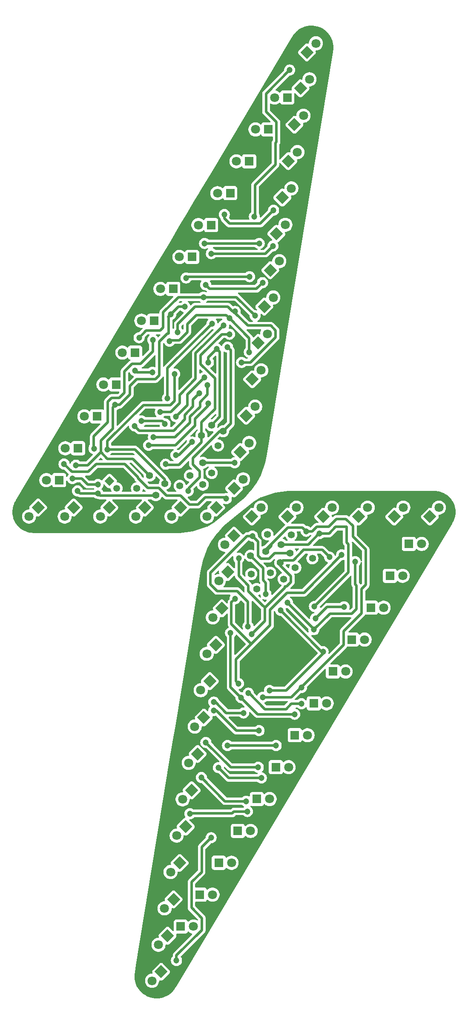
<source format=gtl>
%TF.GenerationSoftware,KiCad,Pcbnew,9.0.7*%
%TF.CreationDate,2026-02-20T01:09:39+02:00*%
%TF.ProjectId,kicad_selka_mk1,6b696361-645f-4736-956c-6b615f6d6b31,rev?*%
%TF.SameCoordinates,Original*%
%TF.FileFunction,Copper,L1,Top*%
%TF.FilePolarity,Positive*%
%FSLAX46Y46*%
G04 Gerber Fmt 4.6, Leading zero omitted, Abs format (unit mm)*
G04 Created by KiCad (PCBNEW 9.0.7) date 2026-02-20 01:09:39*
%MOMM*%
%LPD*%
G01*
G04 APERTURE LIST*
G04 Aperture macros list*
%AMRotRect*
0 Rectangle, with rotation*
0 The origin of the aperture is its center*
0 $1 length*
0 $2 width*
0 $3 Rotation angle, in degrees counterclockwise*
0 Add horizontal line*
21,1,$1,$2,0,0,$3*%
G04 Aperture macros list end*
%TA.AperFunction,ComponentPad*%
%ADD10R,1.800000X1.800000*%
%TD*%
%TA.AperFunction,ComponentPad*%
%ADD11C,1.800000*%
%TD*%
%TA.AperFunction,ComponentPad*%
%ADD12RotRect,1.800000X1.800000X225.000000*%
%TD*%
%TA.AperFunction,ComponentPad*%
%ADD13RotRect,1.800000X1.800000X45.000000*%
%TD*%
%TA.AperFunction,ComponentPad*%
%ADD14C,1.400000*%
%TD*%
%TA.AperFunction,ComponentPad*%
%ADD15RotRect,1.350000X1.350000X225.000000*%
%TD*%
%TA.AperFunction,ComponentPad*%
%ADD16C,1.350000*%
%TD*%
%TA.AperFunction,ViaPad*%
%ADD17C,1.200000*%
%TD*%
%TA.AperFunction,Conductor*%
%ADD18C,0.500000*%
%TD*%
G04 APERTURE END LIST*
D10*
%TO.P,D31,1,K*%
%TO.N,Net-(D15-K)*%
X133823200Y-199972000D03*
D11*
%TO.P,D31,2,A*%
%TO.N,Net-(D25-A)*%
X136363200Y-199972000D03*
%TD*%
D12*
%TO.P,D18,1,K*%
%TO.N,Net-(D18-K)*%
X124473161Y-176568439D03*
D11*
%TO.P,D18,2,A*%
%TO.N,Net-(D17-A)*%
X122677110Y-178364490D03*
%TD*%
D12*
%TO.P,D25,1,K*%
%TO.N,Net-(D17-K)*%
X116073161Y-227108439D03*
D11*
%TO.P,D25,2,A*%
%TO.N,Net-(D25-A)*%
X114277110Y-228904490D03*
%TD*%
D12*
%TO.P,D46,1,K*%
%TO.N,Net-(D46-K)*%
X125735000Y-142087600D03*
D11*
%TO.P,D46,2,A*%
%TO.N,Net-(D46-A)*%
X123938949Y-143883651D03*
%TD*%
D10*
%TO.P,D62,1,K*%
%TO.N,Net-(D46-K)*%
X132313800Y-73372000D03*
D11*
%TO.P,D62,2,A*%
%TO.N,Net-(D57-A)*%
X129773800Y-73372000D03*
%TD*%
D10*
%TO.P,D60,1,K*%
%TO.N,Net-(D12-K)*%
X124753800Y-86032000D03*
D11*
%TO.P,D60,2,A*%
%TO.N,Net-(D57-A)*%
X122213800Y-86032000D03*
%TD*%
D13*
%TO.P,D10,1,K*%
%TO.N,Net-(D10-K)*%
X132903839Y-116655561D03*
D11*
%TO.P,D10,2,A*%
%TO.N,Net-(D10-A)*%
X134699890Y-114859510D03*
%TD*%
D12*
%TO.P,D21,1,K*%
%TO.N,Net-(D21-K)*%
X120873161Y-198228439D03*
D11*
%TO.P,D21,2,A*%
%TO.N,Net-(D17-A)*%
X119077110Y-200024490D03*
%TD*%
D13*
%TO.P,D43,1,K*%
%TO.N,Net-(D19-K)*%
X146998000Y-143916400D03*
D11*
%TO.P,D43,2,A*%
%TO.N,Net-(D41-A)*%
X148794051Y-142120349D03*
%TD*%
D13*
%TO.P,D41,1,K*%
%TO.N,Net-(D17-K)*%
X161154000Y-143916400D03*
D11*
%TO.P,D41,2,A*%
%TO.N,Net-(D41-A)*%
X162950051Y-142120349D03*
%TD*%
D10*
%TO.P,D34,1,K*%
%TO.N,Net-(D18-K)*%
X145163200Y-180982000D03*
D11*
%TO.P,D34,2,A*%
%TO.N,Net-(D33-A)*%
X147703200Y-180982000D03*
%TD*%
D10*
%TO.P,D27,1,K*%
%TO.N,Net-(D19-K)*%
X118703200Y-225292000D03*
D11*
%TO.P,D27,2,A*%
%TO.N,Net-(D25-A)*%
X121243200Y-225292000D03*
%TD*%
D13*
%TO.P,D11,1,K*%
%TO.N,Net-(D11-K)*%
X131703839Y-123875561D03*
D11*
%TO.P,D11,2,A*%
%TO.N,Net-(D10-A)*%
X133499890Y-122079510D03*
%TD*%
D12*
%TO.P,D14,1,K*%
%TO.N,Net-(D14-K)*%
X129273161Y-147688439D03*
D11*
%TO.P,D14,2,A*%
%TO.N,Net-(D14-A)*%
X127477110Y-149484490D03*
%TD*%
D10*
%TO.P,D58,1,K*%
%TO.N,Net-(D10-K)*%
X117193800Y-98692000D03*
D11*
%TO.P,D58,2,A*%
%TO.N,Net-(D57-A)*%
X114653800Y-98692000D03*
%TD*%
D10*
%TO.P,D39,1,K*%
%TO.N,Net-(D15-K)*%
X164063200Y-149332000D03*
D11*
%TO.P,D39,2,A*%
%TO.N,Net-(D33-A)*%
X166603200Y-149332000D03*
%TD*%
D10*
%TO.P,D56,1,K*%
%TO.N,Net-(D48-K)*%
X109633800Y-111352000D03*
D11*
%TO.P,D56,2,A*%
%TO.N,Net-(D49-A)*%
X107093800Y-111352000D03*
%TD*%
D10*
%TO.P,D57,1,K*%
%TO.N,Net-(D1-K)*%
X113413800Y-105022000D03*
D11*
%TO.P,D57,2,A*%
%TO.N,Net-(D57-A)*%
X110873800Y-105022000D03*
%TD*%
D12*
%TO.P,D47,1,K*%
%TO.N,Net-(D47-K)*%
X118657000Y-142087600D03*
D11*
%TO.P,D47,2,A*%
%TO.N,Net-(D46-A)*%
X116860949Y-143883651D03*
%TD*%
D13*
%TO.P,D1,1,K*%
%TO.N,Net-(D1-K)*%
X143781839Y-51752361D03*
D11*
%TO.P,D1,2,A*%
%TO.N,Net-(D1-A)*%
X145577890Y-49956310D03*
%TD*%
D13*
%TO.P,D40,1,K*%
%TO.N,Net-(D16-K)*%
X168232000Y-143916400D03*
D11*
%TO.P,D40,2,A*%
%TO.N,Net-(D33-A)*%
X170028051Y-142120349D03*
%TD*%
D10*
%TO.P,D38,1,K*%
%TO.N,Net-(D14-K)*%
X160283200Y-155662000D03*
D11*
%TO.P,D38,2,A*%
%TO.N,Net-(D33-A)*%
X162823200Y-155662000D03*
%TD*%
D10*
%TO.P,D54,1,K*%
%TO.N,Net-(D46-K)*%
X102073800Y-124012000D03*
D11*
%TO.P,D54,2,A*%
%TO.N,Net-(D49-A)*%
X99533800Y-124012000D03*
%TD*%
D12*
%TO.P,D20,1,K*%
%TO.N,Net-(D20-K)*%
X122073161Y-191008439D03*
D11*
%TO.P,D20,2,A*%
%TO.N,Net-(D17-A)*%
X120277110Y-192804490D03*
%TD*%
D10*
%TO.P,D63,1,K*%
%TO.N,Net-(D47-K)*%
X136093800Y-67042000D03*
D11*
%TO.P,D63,2,A*%
%TO.N,Net-(D57-A)*%
X133553800Y-67042000D03*
%TD*%
D13*
%TO.P,D2,1,K*%
%TO.N,Net-(D10-K)*%
X142503839Y-58895561D03*
D11*
%TO.P,D2,2,A*%
%TO.N,Net-(D1-A)*%
X144299890Y-57099510D03*
%TD*%
D12*
%TO.P,D22,1,K*%
%TO.N,Net-(D14-K)*%
X119673161Y-205448439D03*
D11*
%TO.P,D22,2,A*%
%TO.N,Net-(D17-A)*%
X117877110Y-207244490D03*
%TD*%
D12*
%TO.P,D49,1,K*%
%TO.N,Net-(D1-K)*%
X104501000Y-142087600D03*
D11*
%TO.P,D49,2,A*%
%TO.N,Net-(D49-A)*%
X102704949Y-143883651D03*
%TD*%
D13*
%TO.P,D44,1,K*%
%TO.N,Net-(D20-K)*%
X139920000Y-143916400D03*
D11*
%TO.P,D44,2,A*%
%TO.N,Net-(D41-A)*%
X141716051Y-142120349D03*
%TD*%
D10*
%TO.P,D32,1,K*%
%TO.N,Net-(D16-K)*%
X137603200Y-193642000D03*
D11*
%TO.P,D32,2,A*%
%TO.N,Net-(D25-A)*%
X140143200Y-193642000D03*
%TD*%
D12*
%TO.P,D48,1,K*%
%TO.N,Net-(D48-K)*%
X111579000Y-142087600D03*
D11*
%TO.P,D48,2,A*%
%TO.N,Net-(D46-A)*%
X109782949Y-143883651D03*
%TD*%
D12*
%TO.P,D16,1,K*%
%TO.N,Net-(D16-K)*%
X126873161Y-162128439D03*
D11*
%TO.P,D16,2,A*%
%TO.N,Net-(D14-A)*%
X125077110Y-163924490D03*
%TD*%
D12*
%TO.P,D51,1,K*%
%TO.N,Net-(D11-K)*%
X90345000Y-142087600D03*
D11*
%TO.P,D51,2,A*%
%TO.N,Net-(D49-A)*%
X88548949Y-143883651D03*
%TD*%
D10*
%TO.P,D30,1,K*%
%TO.N,Net-(D14-K)*%
X130043200Y-206302000D03*
D11*
%TO.P,D30,2,A*%
%TO.N,Net-(D25-A)*%
X132583200Y-206302000D03*
%TD*%
D13*
%TO.P,D8,1,K*%
%TO.N,Net-(D48-K)*%
X135303839Y-102215561D03*
D11*
%TO.P,D8,2,A*%
%TO.N,Net-(D1-A)*%
X137099890Y-100419510D03*
%TD*%
D10*
%TO.P,D53,1,K*%
%TO.N,Net-(D13-K)*%
X98293800Y-130342000D03*
D11*
%TO.P,D53,2,A*%
%TO.N,Net-(D49-A)*%
X95753800Y-130342000D03*
%TD*%
D10*
%TO.P,D35,1,K*%
%TO.N,Net-(D19-K)*%
X148943200Y-174652000D03*
D11*
%TO.P,D35,2,A*%
%TO.N,Net-(D33-A)*%
X151483200Y-174652000D03*
%TD*%
D13*
%TO.P,D42,1,K*%
%TO.N,Net-(D18-K)*%
X154076000Y-143916400D03*
D11*
%TO.P,D42,2,A*%
%TO.N,Net-(D41-A)*%
X155872051Y-142120349D03*
%TD*%
D13*
%TO.P,D3,1,K*%
%TO.N,Net-(D11-K)*%
X141303839Y-66115561D03*
D11*
%TO.P,D3,2,A*%
%TO.N,Net-(D1-A)*%
X143099890Y-64319510D03*
%TD*%
D12*
%TO.P,D19,1,K*%
%TO.N,Net-(D19-K)*%
X123273161Y-183788439D03*
D11*
%TO.P,D19,2,A*%
%TO.N,Net-(D17-A)*%
X121477110Y-185584490D03*
%TD*%
D12*
%TO.P,D15,1,K*%
%TO.N,Net-(D15-K)*%
X128073161Y-154908439D03*
D11*
%TO.P,D15,2,A*%
%TO.N,Net-(D14-A)*%
X126277110Y-156704490D03*
%TD*%
D13*
%TO.P,D45,1,K*%
%TO.N,Net-(D21-K)*%
X132842000Y-143916400D03*
D11*
%TO.P,D45,2,A*%
%TO.N,Net-(D41-A)*%
X134638051Y-142120349D03*
%TD*%
D13*
%TO.P,D9,1,K*%
%TO.N,Net-(D1-K)*%
X134103839Y-109435561D03*
D11*
%TO.P,D9,2,A*%
%TO.N,Net-(D10-A)*%
X135899890Y-107639510D03*
%TD*%
D10*
%TO.P,D59,1,K*%
%TO.N,Net-(D11-K)*%
X120973800Y-92362000D03*
D11*
%TO.P,D59,2,A*%
%TO.N,Net-(D57-A)*%
X118433800Y-92362000D03*
%TD*%
D12*
%TO.P,D50,1,K*%
%TO.N,Net-(D10-K)*%
X97423000Y-142087600D03*
D11*
%TO.P,D50,2,A*%
%TO.N,Net-(D49-A)*%
X95626949Y-143883651D03*
%TD*%
D10*
%TO.P,D29,1,K*%
%TO.N,Net-(D21-K)*%
X126263200Y-212632000D03*
D11*
%TO.P,D29,2,A*%
%TO.N,Net-(D25-A)*%
X128803200Y-212632000D03*
%TD*%
D12*
%TO.P,D24,1,K*%
%TO.N,Net-(D16-K)*%
X117273161Y-219888439D03*
D11*
%TO.P,D24,2,A*%
%TO.N,Net-(D17-A)*%
X115477110Y-221684490D03*
%TD*%
D10*
%TO.P,D55,1,K*%
%TO.N,Net-(D47-K)*%
X105853800Y-117682000D03*
D11*
%TO.P,D55,2,A*%
%TO.N,Net-(D49-A)*%
X103313800Y-117682000D03*
%TD*%
D12*
%TO.P,D17,1,K*%
%TO.N,Net-(D17-K)*%
X125673161Y-169348439D03*
D11*
%TO.P,D17,2,A*%
%TO.N,Net-(D17-A)*%
X123877110Y-171144490D03*
%TD*%
D13*
%TO.P,D6,1,K*%
%TO.N,Net-(D46-K)*%
X137703839Y-87775561D03*
D11*
%TO.P,D6,2,A*%
%TO.N,Net-(D1-A)*%
X139499890Y-85979510D03*
%TD*%
D13*
%TO.P,D5,1,K*%
%TO.N,Net-(D13-K)*%
X138903839Y-80555561D03*
D11*
%TO.P,D5,2,A*%
%TO.N,Net-(D1-A)*%
X140699890Y-78759510D03*
%TD*%
D10*
%TO.P,D64,1,K*%
%TO.N,Net-(D48-K)*%
X139873800Y-60712000D03*
D11*
%TO.P,D64,2,A*%
%TO.N,Net-(D57-A)*%
X137333800Y-60712000D03*
%TD*%
D10*
%TO.P,D52,1,K*%
%TO.N,Net-(D12-K)*%
X94513800Y-136672000D03*
D11*
%TO.P,D52,2,A*%
%TO.N,Net-(D49-A)*%
X91973800Y-136672000D03*
%TD*%
D10*
%TO.P,D37,1,K*%
%TO.N,Net-(D21-K)*%
X156503200Y-161992000D03*
D11*
%TO.P,D37,2,A*%
%TO.N,Net-(D33-A)*%
X159043200Y-161992000D03*
%TD*%
D12*
%TO.P,D26,1,K*%
%TO.N,Net-(D18-K)*%
X114795161Y-234251639D03*
D11*
%TO.P,D26,2,A*%
%TO.N,Net-(D25-A)*%
X112999110Y-236047690D03*
%TD*%
D13*
%TO.P,D4,1,K*%
%TO.N,Net-(D12-K)*%
X140103839Y-73335561D03*
D11*
%TO.P,D4,2,A*%
%TO.N,Net-(D1-A)*%
X141899890Y-71539510D03*
%TD*%
D10*
%TO.P,D61,1,K*%
%TO.N,Net-(D13-K)*%
X128533800Y-79702000D03*
D11*
%TO.P,D61,2,A*%
%TO.N,Net-(D57-A)*%
X125993800Y-79702000D03*
%TD*%
D10*
%TO.P,D36,1,K*%
%TO.N,Net-(D20-K)*%
X152723200Y-168322000D03*
D11*
%TO.P,D36,2,A*%
%TO.N,Net-(D33-A)*%
X155263200Y-168322000D03*
%TD*%
D10*
%TO.P,D33,1,K*%
%TO.N,Net-(D17-K)*%
X141383200Y-187312000D03*
D11*
%TO.P,D33,2,A*%
%TO.N,Net-(D33-A)*%
X143923200Y-187312000D03*
%TD*%
D13*
%TO.P,D13,1,K*%
%TO.N,Net-(D13-K)*%
X129303839Y-138315561D03*
D11*
%TO.P,D13,2,A*%
%TO.N,Net-(D10-A)*%
X131099890Y-136519510D03*
%TD*%
D13*
%TO.P,D7,1,K*%
%TO.N,Net-(D47-K)*%
X136503839Y-94995561D03*
D11*
%TO.P,D7,2,A*%
%TO.N,Net-(D1-A)*%
X138299890Y-93199510D03*
%TD*%
D13*
%TO.P,D12,1,K*%
%TO.N,Net-(D12-K)*%
X130503839Y-131095561D03*
D11*
%TO.P,D12,2,A*%
%TO.N,Net-(D10-A)*%
X132299890Y-129299510D03*
%TD*%
D12*
%TO.P,D23,1,K*%
%TO.N,Net-(D15-K)*%
X118473161Y-212668439D03*
D11*
%TO.P,D23,2,A*%
%TO.N,Net-(D17-A)*%
X116677110Y-214464490D03*
%TD*%
D10*
%TO.P,D28,1,K*%
%TO.N,Net-(D20-K)*%
X122483200Y-218962000D03*
D11*
%TO.P,D28,2,A*%
%TO.N,Net-(D25-A)*%
X125023200Y-218962000D03*
%TD*%
D14*
%TO.P,J23,1,Pin_1*%
%TO.N,Net-(D47-K)*%
X127152400Y-126949200D03*
%TD*%
%TO.P,J17,1,Pin_1*%
%TO.N,Net-(D12-K)*%
X112522000Y-135763000D03*
%TD*%
%TO.P,J13,1,Pin_1*%
%TO.N,Net-(D10-K)*%
X115570000Y-137363200D03*
%TD*%
%TO.P,J21,1,Pin_1*%
%TO.N,Net-(D46-K)*%
X124815600Y-125780800D03*
%TD*%
%TO.P,J12,1,Pin_1*%
%TO.N,Net-(D17-K)*%
X140665200Y-147523200D03*
%TD*%
%TO.P,J14,1,Pin_1*%
%TO.N,Net-(D18-K)*%
X138684000Y-149453600D03*
%TD*%
%TO.P,J24,1,Pin_1*%
%TO.N,Net-(D15-K)*%
X136499600Y-155041600D03*
%TD*%
%TO.P,J8,1,Pin_1*%
%TO.N,Net-(J8-Pin_1)*%
X144881600Y-152196800D03*
%TD*%
D15*
%TO.P,J27,1,Pin_1*%
%TO.N,+5V*%
X104546400Y-136855200D03*
D16*
%TO.P,J27,2,Pin_2*%
%TO.N,GND*%
X105960614Y-138269414D03*
%TD*%
D14*
%TO.P,J4,1,Pin_1*%
%TO.N,Net-(J4-Pin_1)*%
X139141200Y-156311600D03*
%TD*%
%TO.P,J10,1,Pin_1*%
%TO.N,Net-(D41-A)*%
X135940800Y-147421600D03*
%TD*%
%TO.P,J2,1,Pin_1*%
%TO.N,Net-(D14-A)*%
X132740400Y-155295600D03*
%TD*%
%TO.P,J26,1,Pin_1*%
%TO.N,Net-(D16-K)*%
X133807200Y-158292800D03*
%TD*%
%TO.P,J18,1,Pin_1*%
%TO.N,Net-(D20-K)*%
X132588000Y-151688800D03*
%TD*%
%TO.P,J9,1,Pin_1*%
%TO.N,Net-(D46-A)*%
X118491000Y-137795000D03*
%TD*%
%TO.P,J11,1,Pin_1*%
%TO.N,Net-(D1-K)*%
X113741200Y-139649200D03*
%TD*%
%TO.P,J1,1,Pin_1*%
%TO.N,Net-(D10-A)*%
X123063000Y-133223000D03*
%TD*%
%TO.P,J7,1,Pin_1*%
%TO.N,Net-(J7-Pin_1)*%
X124866400Y-135229600D03*
%TD*%
%TO.P,J22,1,Pin_1*%
%TO.N,Net-(D14-K)*%
X138480800Y-153060400D03*
%TD*%
%TO.P,J25,1,Pin_1*%
%TO.N,Net-(D48-K)*%
X122834400Y-127762000D03*
%TD*%
%TO.P,J3,1,Pin_1*%
%TO.N,Net-(J3-Pin_1)*%
X120523000Y-135763000D03*
%TD*%
%TO.P,J5,1,Pin_1*%
%TO.N,Net-(J5-Pin_1)*%
X123088400Y-137566400D03*
%TD*%
%TO.P,J15,1,Pin_1*%
%TO.N,Net-(D11-K)*%
X109982000Y-138303000D03*
%TD*%
%TO.P,J16,1,Pin_1*%
%TO.N,Net-(D19-K)*%
X135636000Y-150825200D03*
%TD*%
%TO.P,J19,1,Pin_1*%
%TO.N,Net-(D13-K)*%
X126111000Y-129794000D03*
%TD*%
%TO.P,J6,1,Pin_1*%
%TO.N,Net-(J6-Pin_1)*%
X141478000Y-154025600D03*
%TD*%
%TO.P,J20,1,Pin_1*%
%TO.N,Net-(D21-K)*%
X140462000Y-151130000D03*
%TD*%
D17*
%TO.N,Net-(D14-K)*%
X148269698Y-151958302D03*
X131953000Y-202438000D03*
X132801805Y-167244205D03*
X120504615Y-202913307D03*
X130225800Y-152171400D03*
%TO.N,Net-(D16-K)*%
X150694400Y-151485600D03*
X128016000Y-189357000D03*
X130175000Y-177038000D03*
X137668000Y-189357000D03*
X129512505Y-160199895D03*
%TO.N,Net-(D1-K)*%
X113137375Y-108815187D03*
X101439000Y-130397118D03*
X98171000Y-138811000D03*
X128369505Y-104544305D03*
X116459000Y-109093000D03*
X132334000Y-111252000D03*
X133345495Y-84383395D03*
X140360400Y-55270400D03*
X102209600Y-139293600D03*
%TO.N,+5V*%
X110888888Y-124896123D03*
X115570000Y-125476000D03*
%TO.N,Net-(D15-K)*%
X134714600Y-195801600D03*
X145175795Y-166359395D03*
X153394400Y-152857200D03*
X126174500Y-193738500D03*
X139928600Y-160968417D03*
%TO.N,Net-(U1-PA5)*%
X117729000Y-131710765D03*
X120971690Y-129095500D03*
%TO.N,Net-(D10-K)*%
X118110000Y-107315000D03*
X104140000Y-130556000D03*
X129514186Y-103194305D03*
X130810000Y-113284000D03*
X117475000Y-115570000D03*
%TO.N,Net-(D12-K)*%
X134286000Y-89662000D03*
X119516314Y-102244314D03*
X123444000Y-89662000D03*
X116713000Y-103759000D03*
X105664000Y-121731000D03*
X97875020Y-133685664D03*
%TO.N,Net-(U1-PA1)*%
X112320895Y-129745295D03*
X124141000Y-121486791D03*
%TO.N,Net-(D11-K)*%
X97170000Y-136378810D03*
X119768219Y-96527219D03*
X122428000Y-119380000D03*
X109516777Y-125899777D03*
X102235000Y-137541000D03*
X132381000Y-96266000D03*
%TO.N,Net-(D13-K)*%
X127365569Y-83947000D03*
X95504000Y-133477000D03*
X127762000Y-140335000D03*
X127254000Y-105918000D03*
X137160000Y-83058000D03*
X114626733Y-123176667D03*
%TO.N,Net-(U1-PA0)*%
X113284000Y-128177000D03*
X124038133Y-117846178D03*
%TO.N,Net-(D10-A)*%
X129413000Y-133223000D03*
%TO.N,Net-(D46-K)*%
X123377656Y-116279723D03*
X117732202Y-124058955D03*
X137033000Y-90170000D03*
X124794000Y-91694000D03*
X125860950Y-110613050D03*
X124206000Y-113284000D03*
%TO.N,Net-(D47-K)*%
X123655223Y-97874223D03*
X128016000Y-110236000D03*
X124904500Y-105600500D03*
X134964646Y-97449287D03*
X116078000Y-120396000D03*
X120189000Y-138832593D03*
%TO.N,Net-(D48-K)*%
X110410000Y-108392405D03*
X115711621Y-133513179D03*
X109585905Y-114919905D03*
X133491700Y-104027700D03*
X113077000Y-115247187D03*
X123197800Y-100330000D03*
X128397000Y-107696000D03*
%TO.N,Net-(D17-K)*%
X130683000Y-179832000D03*
X128608710Y-166992300D03*
X141351000Y-183134000D03*
%TO.N,Net-(D18-K)*%
X131191000Y-182880000D03*
X125279800Y-180735497D03*
X145288000Y-161747200D03*
X117856000Y-232029000D03*
X132139692Y-178955612D03*
X142701000Y-181067871D03*
X146304000Y-147273000D03*
X124727706Y-207666935D03*
%TO.N,Net-(D19-K)*%
X134277100Y-186397900D03*
X134971000Y-179762013D03*
X143637000Y-146812000D03*
X125279800Y-182435500D03*
X142701000Y-177849509D03*
%TO.N,Net-(D20-K)*%
X136321000Y-178412013D03*
X123698000Y-188722000D03*
X138531600Y-162509200D03*
X146989800Y-170703405D03*
X135636000Y-159308800D03*
X134112000Y-193675000D03*
%TO.N,Net-(D21-K)*%
X151180800Y-161798000D03*
X132082371Y-165703937D03*
X131699000Y-200406000D03*
X132943600Y-147777200D03*
X145491200Y-164134800D03*
X122809000Y-195707000D03*
%TD*%
D18*
%TO.N,Net-(D14-K)*%
X120800712Y-202819000D02*
X128905000Y-202819000D01*
X135440300Y-164605710D02*
X132801805Y-167244205D01*
X140592200Y-155710576D02*
X140592200Y-156912624D01*
X132130800Y-158699200D02*
X135119772Y-161688172D01*
X130225800Y-155676600D02*
X132130800Y-157581600D01*
X135440300Y-161993700D02*
X135440300Y-164605710D01*
X148269698Y-151958302D02*
X146831796Y-150520400D01*
X146831796Y-150520400D02*
X143052800Y-150520400D01*
X130225800Y-152171400D02*
X130225800Y-155676600D01*
X141063024Y-152581000D02*
X138960200Y-152581000D01*
X140592200Y-156912624D02*
X139742224Y-157762600D01*
X139446000Y-157762600D02*
X139446000Y-157994772D01*
X143052800Y-150520400D02*
X143052800Y-150591224D01*
X128905000Y-202819000D02*
X129286000Y-202438000D01*
X136144000Y-161296772D02*
X136137228Y-161296772D01*
X135119772Y-161688172D02*
X135134772Y-161688172D01*
X136137228Y-161296772D02*
X135440300Y-161993700D01*
X120504615Y-202913307D02*
X120706405Y-202913307D01*
X138480800Y-153599176D02*
X140592200Y-155710576D01*
X132130800Y-157581600D02*
X132130800Y-158699200D01*
X139446000Y-157994772D02*
X136144000Y-161296772D01*
X138960200Y-152581000D02*
X138480800Y-153060400D01*
X143052800Y-150591224D02*
X141063024Y-152581000D01*
X138480800Y-153060400D02*
X138480800Y-153599176D01*
X139742224Y-157762600D02*
X139446000Y-157762600D01*
X120706405Y-202913307D02*
X120800712Y-202819000D01*
X129286000Y-202438000D02*
X131953000Y-202438000D01*
X135134772Y-161688172D02*
X135440300Y-161993700D01*
%TO.N,Net-(D16-K)*%
X129679700Y-176542700D02*
X129679700Y-172275500D01*
X150694400Y-151485600D02*
X150694400Y-151514800D01*
X132918200Y-169037000D02*
X132562600Y-169037000D01*
X132562600Y-169037000D02*
X128778000Y-165252400D01*
X128778000Y-160934400D02*
X128778000Y-165252400D01*
X136441300Y-165513900D02*
X132918200Y-169037000D01*
X150694400Y-151514800D02*
X143190200Y-159019000D01*
X132918200Y-169037000D02*
X129679700Y-172275500D01*
X129512505Y-160199895D02*
X128778000Y-160934400D01*
X139837400Y-159019000D02*
X136441300Y-162415100D01*
X136441300Y-162415100D02*
X136441300Y-165513900D01*
X130175000Y-177038000D02*
X129679700Y-176542700D01*
X143190200Y-159019000D02*
X139837400Y-159019000D01*
X137668000Y-189357000D02*
X128016000Y-189357000D01*
%TO.N,Net-(D1-K)*%
X137744800Y-69519200D02*
X137541000Y-69723000D01*
X113137375Y-111150425D02*
X113137375Y-108815187D01*
X102670000Y-139754000D02*
X102209600Y-139293600D01*
X137744800Y-65608800D02*
X137744800Y-69519200D01*
X132334000Y-111252000D02*
X132334000Y-108508800D01*
X104965500Y-120332500D02*
X106505300Y-120332500D01*
X120015000Y-107320603D02*
X118450603Y-108885000D01*
X127711200Y-103886000D02*
X121793000Y-103886000D01*
X101399900Y-130358018D02*
X101399900Y-127987900D01*
X113741200Y-139649200D02*
X113636400Y-139754000D01*
X137541000Y-74041000D02*
X133477000Y-78105000D01*
X135682800Y-63546800D02*
X137744800Y-65608800D01*
X101399900Y-127987900D02*
X104211595Y-125176205D01*
X113636400Y-139754000D02*
X102670000Y-139754000D01*
X107504800Y-119333000D02*
X107504800Y-115090407D01*
X121793000Y-103886000D02*
X120015000Y-105664000D01*
X120015000Y-105664000D02*
X120015000Y-107320603D01*
X135682800Y-59948000D02*
X135682800Y-63546800D01*
X133477000Y-84251890D02*
X133345495Y-84383395D01*
X110718895Y-113568905D02*
X113137375Y-111150425D01*
X104211595Y-121086405D02*
X104965500Y-120332500D01*
X98653600Y-139293600D02*
X98171000Y-138811000D01*
X132334000Y-108508800D02*
X128369505Y-104544305D01*
X109026302Y-113568905D02*
X110718895Y-113568905D01*
X107504800Y-115090407D02*
X109026302Y-113568905D01*
X101439000Y-130397118D02*
X101399900Y-130358018D01*
X128369505Y-104544305D02*
X127711200Y-103886000D01*
X140360400Y-55270400D02*
X135682800Y-59948000D01*
X137541000Y-69723000D02*
X137541000Y-74041000D01*
X118450603Y-108885000D02*
X116667000Y-108885000D01*
X104211595Y-125176205D02*
X104211595Y-121086405D01*
X116667000Y-108885000D02*
X116459000Y-109093000D01*
X106505300Y-120332500D02*
X107504800Y-119333000D01*
X102209600Y-139293600D02*
X98653600Y-139293600D01*
X133477000Y-78105000D02*
X133477000Y-84251890D01*
%TO.N,+5V*%
X110888888Y-124896123D02*
X114990123Y-124896123D01*
X114990123Y-124896123D02*
X115570000Y-125476000D01*
%TO.N,Net-(D15-K)*%
X145177207Y-166359395D02*
X148387602Y-163149000D01*
X152700000Y-163149000D02*
X153624000Y-162225000D01*
X148387602Y-163149000D02*
X152700000Y-163149000D01*
X145175795Y-166359395D02*
X145177207Y-166359395D01*
X145175795Y-166215612D02*
X139928600Y-160968417D01*
X153624000Y-157581600D02*
X153394400Y-157352000D01*
X153394400Y-157352000D02*
X153394400Y-152857200D01*
X153624000Y-162225000D02*
X153624000Y-157581600D01*
X128237600Y-195801600D02*
X134714600Y-195801600D01*
X145175795Y-166359395D02*
X145175795Y-166215612D01*
X139928600Y-161163000D02*
X139928600Y-160968417D01*
X126174500Y-193738500D02*
X128237600Y-195801600D01*
%TO.N,Net-(U1-PA5)*%
X117729000Y-131710765D02*
X118356425Y-131710765D01*
X118356425Y-131710765D02*
X120971690Y-129095500D01*
%TO.N,Net-(D10-K)*%
X104140000Y-130556000D02*
X104140000Y-128905000D01*
X128059948Y-102235000D02*
X121539000Y-102235000D01*
X115062000Y-136038842D02*
X109579158Y-130556000D01*
X109579158Y-130556000D02*
X104140000Y-130556000D01*
X115570000Y-136546842D02*
X115062000Y-136038842D01*
X104140000Y-128905000D02*
X111298000Y-121747000D01*
X137550890Y-106955643D02*
X137550890Y-108323377D01*
X111298000Y-121747000D02*
X116637603Y-121747000D01*
X137550890Y-108323377D02*
X132590267Y-113284000D01*
X118110000Y-105664000D02*
X118110000Y-107315000D01*
X116637603Y-121747000D02*
X117475000Y-120909603D01*
X132590267Y-113284000D02*
X130810000Y-113284000D01*
X129514186Y-103194305D02*
X129514186Y-103460558D01*
X136583757Y-105988510D02*
X137550890Y-106955643D01*
X121539000Y-102235000D02*
X118110000Y-105664000D01*
X129514186Y-103460558D02*
X132042138Y-105988510D01*
X115570000Y-137363200D02*
X115570000Y-136546842D01*
X132042138Y-105988510D02*
X136583757Y-105988510D01*
X129019253Y-103194305D02*
X128059948Y-102235000D01*
X129514186Y-103194305D02*
X129019253Y-103194305D01*
X117475000Y-120909603D02*
X117475000Y-115570000D01*
%TO.N,Net-(D12-K)*%
X100173603Y-133731000D02*
X97920356Y-133731000D01*
X108585000Y-117983000D02*
X109982000Y-116586000D01*
X118227686Y-102244314D02*
X116205000Y-104267000D01*
X119516314Y-102244314D02*
X118227686Y-102244314D01*
X97875020Y-133685664D02*
X97920356Y-133731000D01*
X104134397Y-132461000D02*
X102789000Y-131115603D01*
X102789000Y-131115603D02*
X100173603Y-133731000D01*
X116332000Y-104140000D02*
X116713000Y-103759000D01*
X106522428Y-121731000D02*
X108585000Y-119668428D01*
X105212595Y-126416777D02*
X102789000Y-128840372D01*
X108585000Y-119668428D02*
X108585000Y-117983000D01*
X113658417Y-116598187D02*
X114427000Y-115829604D01*
X105212595Y-122182405D02*
X105212595Y-126416777D01*
X134286000Y-89662000D02*
X123444000Y-89662000D01*
X114427000Y-115829604D02*
X114427000Y-109214397D01*
X109982000Y-116586000D02*
X109994187Y-116598187D01*
X114427000Y-109214397D02*
X116072397Y-107569000D01*
X109994187Y-116598187D02*
X113658417Y-116598187D01*
X102789000Y-128840372D02*
X102789000Y-131115603D01*
X116332000Y-107569000D02*
X116332000Y-104140000D01*
X105664000Y-121731000D02*
X105212595Y-122182405D01*
X109220000Y-132461000D02*
X104134397Y-132461000D01*
X105664000Y-121731000D02*
X106522428Y-121731000D01*
X116072397Y-107569000D02*
X116332000Y-107569000D01*
X109220000Y-132461000D02*
X112522000Y-135763000D01*
%TO.N,Net-(U1-PA1)*%
X112320895Y-129745295D02*
X117650705Y-129745295D01*
X124141000Y-121913884D02*
X124141000Y-121486791D01*
X121566942Y-124487942D02*
X124141000Y-121913884D01*
X117650705Y-129745295D02*
X121566942Y-125829058D01*
X121566942Y-125829058D02*
X121566942Y-124487942D01*
%TO.N,Net-(D11-K)*%
X117267000Y-126827000D02*
X110444000Y-126827000D01*
X99040810Y-136378810D02*
X97170000Y-136378810D01*
X121158000Y-120650000D02*
X121158000Y-122065628D01*
X132381000Y-96266000D02*
X119761000Y-96266000D01*
X121158000Y-122065628D02*
X119524736Y-123698892D01*
X119507893Y-123698892D02*
X119507893Y-124586107D01*
X122428000Y-119380000D02*
X121158000Y-120650000D01*
X110444000Y-126827000D02*
X109516777Y-125899777D01*
X119507893Y-124586107D02*
X117267000Y-126827000D01*
X100203000Y-137541000D02*
X99040810Y-136378810D01*
X102235000Y-137541000D02*
X100203000Y-137541000D01*
X121158000Y-122065628D02*
X121158000Y-121031000D01*
X119524736Y-123698892D02*
X119507893Y-123698892D01*
%TO.N,Net-(D13-K)*%
X97315417Y-135036664D02*
X97306563Y-135027810D01*
X121666000Y-116575751D02*
X121666000Y-111481769D01*
X123566350Y-140063808D02*
X122099579Y-141530579D01*
X114320024Y-138176000D02*
X112119158Y-138176000D01*
X107554000Y-133462000D02*
X101858231Y-133462000D01*
X121666000Y-111481769D02*
X127229769Y-105918000D01*
X127365569Y-83947000D02*
X127365569Y-84693569D01*
X118502182Y-121378372D02*
X118502182Y-119739569D01*
X116703887Y-123176667D02*
X118502182Y-121378372D01*
X127490808Y-140063808D02*
X123566350Y-140063808D01*
X118502182Y-119739569D02*
X121666000Y-116575751D01*
X97054810Y-135027810D02*
X95504000Y-133477000D01*
X97306563Y-135027810D02*
X97054810Y-135027810D01*
X114626733Y-123176667D02*
X116703887Y-123176667D01*
X127762000Y-140335000D02*
X127490808Y-140063808D01*
X134483605Y-85734395D02*
X137160000Y-83058000D01*
X115898024Y-139754000D02*
X114320024Y-138176000D01*
X122099579Y-141530579D02*
X120434845Y-141530579D01*
X128406395Y-85734395D02*
X134483605Y-85734395D01*
X112119158Y-138176000D02*
X110225079Y-136281921D01*
X110225079Y-136133079D02*
X107554000Y-133462000D01*
X110225079Y-136281921D02*
X110225079Y-136133079D01*
X120434845Y-141530579D02*
X118658266Y-139754000D01*
X101858231Y-133462000D02*
X100283567Y-135036664D01*
X100283567Y-135036664D02*
X97315417Y-135036664D01*
X127229769Y-105918000D02*
X127254000Y-105918000D01*
X127365569Y-84693569D02*
X128406395Y-85734395D01*
X118658266Y-139754000D02*
X115898024Y-139754000D01*
%TO.N,Net-(U1-PA0)*%
X120525736Y-124113520D02*
X122545686Y-122093570D01*
X122545686Y-121172918D02*
X124038133Y-119680471D01*
X120525736Y-125219264D02*
X120525736Y-124113520D01*
X113284000Y-128177000D02*
X117568000Y-128177000D01*
X124038133Y-119680471D02*
X124038133Y-117846178D01*
X122545686Y-122093570D02*
X122545686Y-121172918D01*
X117568000Y-128177000D02*
X120525736Y-125219264D01*
%TO.N,Net-(D10-A)*%
X123063000Y-133223000D02*
X129413000Y-133223000D01*
%TO.N,Net-(D46-K)*%
X124206000Y-112268000D02*
X125860950Y-110613050D01*
X119253000Y-122555000D02*
X120015000Y-121793000D01*
X119236157Y-122555000D02*
X117732202Y-124058955D01*
X135509000Y-91694000D02*
X137033000Y-90170000D01*
X126492000Y-124104400D02*
X126492000Y-111244100D01*
X120015000Y-119642379D02*
X120015000Y-121793000D01*
X124206000Y-113284000D02*
X124206000Y-112268000D01*
X124815600Y-125780800D02*
X126492000Y-124104400D01*
X119236157Y-122555000D02*
X119253000Y-122555000D01*
X124794000Y-91694000D02*
X135509000Y-91694000D01*
X126492000Y-111244100D02*
X125860950Y-110613050D01*
X123377656Y-116279723D02*
X120015000Y-119642379D01*
%TO.N,Net-(D47-K)*%
X122476082Y-136074076D02*
X120266905Y-138283253D01*
X127152400Y-126949200D02*
X126444222Y-126949200D01*
X116078000Y-114427000D02*
X124904500Y-105600500D01*
X127152400Y-126949200D02*
X128651000Y-125450600D01*
X120266905Y-138754688D02*
X120189000Y-138832593D01*
X133734933Y-98679000D02*
X124460000Y-98679000D01*
X124460000Y-98679000D02*
X123655223Y-97874223D01*
X128651000Y-125450600D02*
X128651000Y-110871000D01*
X122476082Y-134900240D02*
X122476082Y-136074076D01*
X128651000Y-110871000D02*
X128016000Y-110236000D01*
X121109918Y-133534076D02*
X122476082Y-134900240D01*
X121109918Y-132283504D02*
X121109918Y-133534076D01*
X126444222Y-126949200D02*
X121109918Y-132283504D01*
X134964646Y-97449287D02*
X133734933Y-98679000D01*
X116078000Y-120396000D02*
X116078000Y-114427000D01*
X120266905Y-138283253D02*
X120266905Y-138754688D01*
%TO.N,Net-(D48-K)*%
X126867397Y-107696000D02*
X128397000Y-107696000D01*
X122667000Y-113655603D02*
X122667000Y-111896397D01*
X122667000Y-111896397D02*
X126867397Y-107696000D01*
X111822405Y-106980000D02*
X114635000Y-106980000D01*
X123184800Y-100343000D02*
X123197800Y-100330000D01*
X113077000Y-115247187D02*
X109913187Y-115247187D01*
X122834400Y-129143394D02*
X122834400Y-127762000D01*
X129794000Y-100330000D02*
X133491700Y-104027700D01*
X110410000Y-108392405D02*
X111822405Y-106980000D01*
X123197800Y-100330000D02*
X129794000Y-100330000D01*
X125491000Y-122541413D02*
X125491000Y-116479603D01*
X115864021Y-133665579D02*
X118312215Y-133665579D01*
X115204000Y-106411000D02*
X115204000Y-103357397D01*
X118218397Y-100343000D02*
X123184800Y-100343000D01*
X115204000Y-103357397D02*
X118218397Y-100343000D01*
X115711621Y-133513179D02*
X115864021Y-133665579D01*
X118312215Y-133665579D02*
X122834400Y-129143394D01*
X109913187Y-115247187D02*
X109585905Y-114919905D01*
X114635000Y-106980000D02*
X115204000Y-106411000D01*
X122834400Y-127762000D02*
X122834400Y-125198013D01*
X122834400Y-125198013D02*
X125491000Y-122541413D01*
X125491000Y-116479603D02*
X122667000Y-113655603D01*
%TO.N,Net-(D17-K)*%
X128608710Y-177757710D02*
X130683000Y-179832000D01*
X130683000Y-179832000D02*
X133985000Y-183134000D01*
X128608710Y-166992300D02*
X128608710Y-177757710D01*
X133985000Y-183134000D02*
X141351000Y-183134000D01*
%TO.N,Net-(D18-K)*%
X131191000Y-182880000D02*
X127762000Y-182880000D01*
X132255412Y-178955612D02*
X135432800Y-182133000D01*
X120832200Y-221543200D02*
X122894200Y-223605200D01*
X117856000Y-231014067D02*
X117856000Y-232029000D01*
X125279800Y-180735497D02*
X125617497Y-180735497D01*
X142701000Y-181067871D02*
X140699329Y-181067871D01*
X140699329Y-181067871D02*
X139634200Y-182133000D01*
X145288000Y-161747200D02*
X152044400Y-154990800D01*
X122856000Y-209538641D02*
X122856000Y-214456000D01*
X120832200Y-216479800D02*
X120832200Y-221543200D01*
X146304000Y-147273000D02*
X146286808Y-147290192D01*
X122856000Y-214456000D02*
X120832200Y-216479800D01*
X152044400Y-154990800D02*
X152044400Y-149372992D01*
X146202400Y-147290192D02*
X144038992Y-149453600D01*
X124727706Y-207666935D02*
X122856000Y-209538641D01*
X125617497Y-180735497D02*
X127762000Y-182880000D01*
X148173028Y-147273000D02*
X146304000Y-147273000D01*
X152044400Y-149372992D02*
X151692186Y-149020778D01*
X151692186Y-145945014D02*
X149501014Y-145945014D01*
X144038992Y-149453600D02*
X138684000Y-149453600D01*
X122894200Y-225975867D02*
X117856000Y-231014067D01*
X146286808Y-147290192D02*
X146202400Y-147290192D01*
X149501014Y-145945014D02*
X148173028Y-147273000D01*
X132139692Y-178955612D02*
X132255412Y-178955612D01*
X151692186Y-149020778D02*
X151692186Y-145945014D01*
X122894200Y-223605200D02*
X122894200Y-225975867D01*
X139634200Y-182133000D02*
X135432800Y-182133000D01*
%TO.N,Net-(D19-K)*%
X140013376Y-146072200D02*
X136702800Y-149382776D01*
X140681804Y-179762013D02*
X134971000Y-179762013D01*
X142701000Y-177742817D02*
X142701000Y-177849509D01*
X136702800Y-149758400D02*
X135636000Y-150825200D01*
X148107400Y-145923000D02*
X149656800Y-144373600D01*
X155478200Y-150418800D02*
X155478200Y-157449800D01*
X143637000Y-146812000D02*
X144854397Y-146812000D01*
X152948500Y-145785700D02*
X152948500Y-147889100D01*
X152948500Y-147889100D02*
X155478200Y-150418800D01*
X135636000Y-150825200D02*
X135636000Y-150449576D01*
X151536400Y-144373600D02*
X152948500Y-145785700D01*
X151072200Y-169371617D02*
X142701000Y-177742817D01*
X134277100Y-186397900D02*
X129755900Y-186397900D01*
X129755900Y-186397900D02*
X125793500Y-182435500D01*
X154625000Y-158303000D02*
X154625000Y-163118200D01*
X144854397Y-146812000D02*
X145743397Y-145923000D01*
X145743397Y-145923000D02*
X148107400Y-145923000D01*
X125793500Y-182435500D02*
X125279800Y-182435500D01*
X155478200Y-157449800D02*
X154625000Y-158303000D01*
X135636000Y-150449576D02*
X140013376Y-146072200D01*
X151072200Y-166671000D02*
X151072200Y-169371617D01*
X142897200Y-146072200D02*
X140013376Y-146072200D01*
X142594308Y-177849509D02*
X140681804Y-179762013D01*
X149656800Y-144373600D02*
X151536400Y-144373600D01*
X142701000Y-177849509D02*
X142594308Y-177849509D01*
X136702800Y-149382776D02*
X136702800Y-149758400D01*
X154625000Y-163118200D02*
X151072200Y-166671000D01*
X143637000Y-146812000D02*
X142897200Y-146072200D01*
%TO.N,Net-(D20-K)*%
X146989800Y-171098200D02*
X139675987Y-178412013D01*
X135636000Y-159308800D02*
X135636000Y-157102200D01*
X146989800Y-170703405D02*
X146725805Y-170703405D01*
X128651000Y-193675000D02*
X123698000Y-188722000D01*
X139675987Y-178412013D02*
X136321000Y-178412013D01*
X134112000Y-193675000D02*
X128651000Y-193675000D01*
X132588000Y-151688800D02*
X135048600Y-154149400D01*
X135048600Y-154149400D02*
X135048600Y-156514800D01*
X146725805Y-170703405D02*
X138531600Y-162509200D01*
X135636000Y-157102200D02*
X135048600Y-156514800D01*
X146989800Y-170703405D02*
X146989800Y-171098200D01*
%TO.N,Net-(D21-K)*%
X134039000Y-151638000D02*
X134039000Y-149148800D01*
X134039000Y-148872600D02*
X134039000Y-151638000D01*
X124626110Y-157388357D02*
X125906753Y-158669000D01*
X132082371Y-160860571D02*
X132082371Y-165703937D01*
X140462000Y-151130000D02*
X137383224Y-151130000D01*
X129890800Y-158669000D02*
X132082371Y-160860571D01*
X127508000Y-200406000D02*
X122809000Y-195707000D01*
X145491200Y-164134800D02*
X147828000Y-161798000D01*
X137383224Y-151130000D02*
X136237024Y-152276200D01*
X136237024Y-152276200D02*
X134677200Y-152276200D01*
X132943600Y-147777200D02*
X134039000Y-148872600D01*
X132943600Y-147777200D02*
X131902200Y-147777200D01*
X131699000Y-200406000D02*
X127508000Y-200406000D01*
X124626110Y-155053290D02*
X124626110Y-157388357D01*
X131902200Y-147777200D02*
X124626110Y-155053290D01*
X125906753Y-158669000D02*
X129890800Y-158669000D01*
X147828000Y-161798000D02*
X151180800Y-161798000D01*
X134677200Y-152276200D02*
X134039000Y-151638000D01*
%TD*%
%TA.AperFunction,NonConductor*%
G36*
X145009272Y-46442293D02*
G01*
X145020716Y-46443171D01*
X145414201Y-46491845D01*
X145425538Y-46493785D01*
X145812811Y-46578730D01*
X145823923Y-46581714D01*
X146201636Y-46702192D01*
X146212418Y-46706190D01*
X146577359Y-46861179D01*
X146587724Y-46866161D01*
X146789009Y-46974679D01*
X146936697Y-47054301D01*
X146946563Y-47060227D01*
X147276599Y-47279917D01*
X147285866Y-47286726D01*
X147594130Y-47536082D01*
X147602711Y-47543708D01*
X147693439Y-47632212D01*
X147886525Y-47820565D01*
X147894381Y-47828975D01*
X148151287Y-48130934D01*
X148158330Y-48140036D01*
X148386139Y-48464519D01*
X148392308Y-48474235D01*
X148589054Y-48818444D01*
X148594295Y-48828690D01*
X148758277Y-49189647D01*
X148762546Y-49200334D01*
X148892363Y-49574957D01*
X148895622Y-49585995D01*
X148990141Y-49971012D01*
X148992364Y-49982304D01*
X149050784Y-50374459D01*
X149051949Y-50385908D01*
X149073760Y-50781768D01*
X149073859Y-50793277D01*
X149058873Y-51189456D01*
X149057905Y-51200923D01*
X149006084Y-51595298D01*
X149006077Y-51595363D01*
X149005504Y-51599725D01*
X148993897Y-51664587D01*
X148996071Y-51690191D01*
X148994832Y-51701936D01*
X148994079Y-51703763D01*
X148993872Y-51709052D01*
X135880763Y-131416187D01*
X135879591Y-131422337D01*
X135485108Y-133241442D01*
X135481310Y-133255124D01*
X134674277Y-135625794D01*
X134665617Y-135645456D01*
X133811437Y-137203073D01*
X133801912Y-137217850D01*
X132591007Y-138832390D01*
X132584683Y-138840149D01*
X131426463Y-140149441D01*
X131411538Y-140163716D01*
X125330597Y-145079144D01*
X125315861Y-145089386D01*
X123963417Y-145890834D01*
X123939414Y-145901795D01*
X121068341Y-146858819D01*
X121043903Y-146864299D01*
X119103717Y-147097121D01*
X118516400Y-147167600D01*
X118516399Y-147167600D01*
X118497410Y-147169879D01*
X118497188Y-147168036D01*
X118480736Y-147171580D01*
X89482236Y-147149755D01*
X89482228Y-147149755D01*
X89473801Y-147149748D01*
X89473356Y-147149630D01*
X89410260Y-147149696D01*
X89410111Y-147149696D01*
X89410092Y-147149690D01*
X89404595Y-147149569D01*
X89026638Y-147132431D01*
X89015188Y-147131378D01*
X88643303Y-147079701D01*
X88632000Y-147077592D01*
X88316717Y-147003493D01*
X88266498Y-146991690D01*
X88255445Y-146988545D01*
X88104101Y-146937786D01*
X87899466Y-146869153D01*
X87888746Y-146864995D01*
X87545365Y-146713147D01*
X87535086Y-146708019D01*
X87207239Y-146525011D01*
X87197470Y-146518947D01*
X86887991Y-146306361D01*
X86878826Y-146299419D01*
X86590365Y-146059079D01*
X86581881Y-146051316D01*
X86558549Y-146027890D01*
X86441134Y-145910000D01*
X86316934Y-145785297D01*
X86309207Y-145776783D01*
X86070029Y-145487355D01*
X86063130Y-145478172D01*
X85851784Y-145167821D01*
X85845761Y-145158029D01*
X85827000Y-145124100D01*
X85664085Y-144829462D01*
X85658993Y-144819152D01*
X85508526Y-144475152D01*
X85504412Y-144464415D01*
X85413530Y-144189773D01*
X85386459Y-144107965D01*
X85383358Y-144096895D01*
X85359583Y-143993872D01*
X85308709Y-143773429D01*
X87148449Y-143773429D01*
X87148449Y-143993873D01*
X87164766Y-144096895D01*
X87182934Y-144211603D01*
X87251052Y-144421254D01*
X87251053Y-144421257D01*
X87351136Y-144617676D01*
X87480701Y-144796009D01*
X87480705Y-144796014D01*
X87636585Y-144951894D01*
X87636590Y-144951898D01*
X87740902Y-145027684D01*
X87814927Y-145081466D01*
X87943324Y-145146888D01*
X88011342Y-145181546D01*
X88011345Y-145181547D01*
X88116170Y-145215606D01*
X88220998Y-145249666D01*
X88438727Y-145284151D01*
X88438728Y-145284151D01*
X88659170Y-145284151D01*
X88659171Y-145284151D01*
X88876900Y-145249666D01*
X89086555Y-145181546D01*
X89282971Y-145081466D01*
X89461314Y-144951893D01*
X89617191Y-144796016D01*
X89746764Y-144617673D01*
X89846844Y-144421257D01*
X89914964Y-144211602D01*
X89949449Y-143993873D01*
X89949449Y-143922920D01*
X89969134Y-143855881D01*
X90021938Y-143810126D01*
X90091096Y-143800182D01*
X90124960Y-143810125D01*
X90202543Y-143845557D01*
X90202542Y-143845557D01*
X90220449Y-143848131D01*
X90345000Y-143866039D01*
X90487457Y-143845557D01*
X90618373Y-143785769D01*
X90633686Y-143773429D01*
X94226449Y-143773429D01*
X94226449Y-143993873D01*
X94242766Y-144096895D01*
X94260934Y-144211603D01*
X94329052Y-144421254D01*
X94329053Y-144421257D01*
X94429136Y-144617676D01*
X94558701Y-144796009D01*
X94558705Y-144796014D01*
X94714585Y-144951894D01*
X94714590Y-144951898D01*
X94818902Y-145027684D01*
X94892927Y-145081466D01*
X95021324Y-145146888D01*
X95089342Y-145181546D01*
X95089345Y-145181547D01*
X95194170Y-145215606D01*
X95298998Y-145249666D01*
X95516727Y-145284151D01*
X95516728Y-145284151D01*
X95737170Y-145284151D01*
X95737171Y-145284151D01*
X95954900Y-145249666D01*
X96164555Y-145181546D01*
X96360971Y-145081466D01*
X96539314Y-144951893D01*
X96695191Y-144796016D01*
X96824764Y-144617673D01*
X96924844Y-144421257D01*
X96992964Y-144211602D01*
X97027449Y-143993873D01*
X97027449Y-143922920D01*
X97047134Y-143855881D01*
X97099938Y-143810126D01*
X97169096Y-143800182D01*
X97202960Y-143810125D01*
X97280543Y-143845557D01*
X97280542Y-143845557D01*
X97298449Y-143848131D01*
X97423000Y-143866039D01*
X97565457Y-143845557D01*
X97696373Y-143785769D01*
X97743056Y-143748150D01*
X99083549Y-142407656D01*
X99121169Y-142360973D01*
X99180957Y-142230057D01*
X99201439Y-142087600D01*
X99180957Y-141945143D01*
X99121169Y-141814227D01*
X99083550Y-141767544D01*
X99083545Y-141767539D01*
X99083541Y-141767534D01*
X97743063Y-140427058D01*
X97743056Y-140427051D01*
X97696373Y-140389431D01*
X97581461Y-140336952D01*
X97565455Y-140329642D01*
X97565457Y-140329642D01*
X97423000Y-140309161D01*
X97280543Y-140329642D01*
X97149629Y-140389429D01*
X97102934Y-140427058D01*
X95762458Y-141767536D01*
X95762452Y-141767543D01*
X95724830Y-141814228D01*
X95724829Y-141814230D01*
X95665042Y-141945143D01*
X95644561Y-142087600D01*
X95665042Y-142230056D01*
X95700474Y-142307639D01*
X95710418Y-142376798D01*
X95681393Y-142440353D01*
X95622615Y-142478128D01*
X95587680Y-142483151D01*
X95516727Y-142483151D01*
X95444150Y-142494646D01*
X95298996Y-142517636D01*
X95089345Y-142585754D01*
X95089342Y-142585755D01*
X94892923Y-142685838D01*
X94714590Y-142815403D01*
X94714585Y-142815407D01*
X94558705Y-142971287D01*
X94558701Y-142971292D01*
X94429136Y-143149625D01*
X94329053Y-143346044D01*
X94329052Y-143346047D01*
X94260934Y-143555698D01*
X94250259Y-143623100D01*
X94226449Y-143773429D01*
X90633686Y-143773429D01*
X90665056Y-143748150D01*
X90693457Y-143719749D01*
X90732331Y-143680876D01*
X91755250Y-142657955D01*
X92005549Y-142407656D01*
X92043169Y-142360973D01*
X92102957Y-142230057D01*
X92123439Y-142087600D01*
X92102957Y-141945143D01*
X92043169Y-141814227D01*
X92005550Y-141767544D01*
X92005545Y-141767539D01*
X92005541Y-141767534D01*
X90665063Y-140427058D01*
X90665056Y-140427051D01*
X90618373Y-140389431D01*
X90503461Y-140336952D01*
X90487455Y-140329642D01*
X90487457Y-140329642D01*
X90345000Y-140309161D01*
X90202543Y-140329642D01*
X90071629Y-140389429D01*
X90024934Y-140427058D01*
X88684458Y-141767536D01*
X88684452Y-141767543D01*
X88646830Y-141814228D01*
X88646829Y-141814230D01*
X88587042Y-141945143D01*
X88566561Y-142087600D01*
X88587042Y-142230056D01*
X88622474Y-142307639D01*
X88632418Y-142376798D01*
X88603393Y-142440353D01*
X88544615Y-142478128D01*
X88509680Y-142483151D01*
X88438727Y-142483151D01*
X88366150Y-142494646D01*
X88220996Y-142517636D01*
X88011345Y-142585754D01*
X88011342Y-142585755D01*
X87814923Y-142685838D01*
X87636590Y-142815403D01*
X87636585Y-142815407D01*
X87480705Y-142971287D01*
X87480701Y-142971292D01*
X87351136Y-143149625D01*
X87251053Y-143346044D01*
X87251052Y-143346047D01*
X87182934Y-143555698D01*
X87172259Y-143623100D01*
X87148449Y-143773429D01*
X85308709Y-143773429D01*
X85298928Y-143731045D01*
X85296870Y-143719762D01*
X85246689Y-143347641D01*
X85245684Y-143336191D01*
X85230189Y-142961047D01*
X85230246Y-142949583D01*
X85249570Y-142574591D01*
X85250694Y-142563150D01*
X85263044Y-142478128D01*
X85304665Y-142191589D01*
X85306837Y-142180326D01*
X85395005Y-141815318D01*
X85398212Y-141804307D01*
X85519799Y-141449073D01*
X85524020Y-141438385D01*
X85547426Y-141386327D01*
X85677996Y-141095922D01*
X85683178Y-141085695D01*
X85869736Y-140756282D01*
X85870086Y-140755672D01*
X85871289Y-140753581D01*
X85906140Y-140698202D01*
X85909584Y-140687062D01*
X85916497Y-140675054D01*
X85916912Y-140674656D01*
X85917492Y-140673356D01*
X85928536Y-140654858D01*
X88372200Y-136561778D01*
X90573300Y-136561778D01*
X90573300Y-136782222D01*
X90584859Y-136855200D01*
X90607785Y-136999952D01*
X90675903Y-137209603D01*
X90675904Y-137209606D01*
X90775987Y-137406025D01*
X90905552Y-137584358D01*
X90905556Y-137584363D01*
X91061436Y-137740243D01*
X91061441Y-137740247D01*
X91168709Y-137818181D01*
X91239778Y-137869815D01*
X91368175Y-137935237D01*
X91436193Y-137969895D01*
X91436196Y-137969896D01*
X91541021Y-138003955D01*
X91645849Y-138038015D01*
X91863578Y-138072500D01*
X91863579Y-138072500D01*
X92084021Y-138072500D01*
X92084022Y-138072500D01*
X92301751Y-138038015D01*
X92511406Y-137969895D01*
X92707822Y-137869815D01*
X92886165Y-137740242D01*
X92936336Y-137690070D01*
X92997657Y-137656586D01*
X93067348Y-137661570D01*
X93123282Y-137703441D01*
X93140198Y-137734419D01*
X93170002Y-137814328D01*
X93170006Y-137814335D01*
X93256252Y-137929544D01*
X93256255Y-137929547D01*
X93371464Y-138015793D01*
X93371471Y-138015797D01*
X93506317Y-138066091D01*
X93506316Y-138066091D01*
X93513244Y-138066835D01*
X93565927Y-138072500D01*
X95461672Y-138072499D01*
X95521283Y-138066091D01*
X95656131Y-138015796D01*
X95771346Y-137929546D01*
X95857596Y-137814331D01*
X95907891Y-137679483D01*
X95914300Y-137619873D01*
X95914299Y-136854912D01*
X95933983Y-136787876D01*
X95986787Y-136742121D01*
X96055946Y-136732177D01*
X96119502Y-136761202D01*
X96148784Y-136798620D01*
X96201644Y-136902363D01*
X96228768Y-136955598D01*
X96330586Y-137095738D01*
X96453072Y-137218224D01*
X96593212Y-137320042D01*
X96747555Y-137398683D01*
X96912299Y-137452212D01*
X97083389Y-137479310D01*
X97083390Y-137479310D01*
X97256610Y-137479310D01*
X97256611Y-137479310D01*
X97427701Y-137452212D01*
X97592445Y-137398683D01*
X97746788Y-137320042D01*
X97886928Y-137218224D01*
X97939523Y-137165629D01*
X98000846Y-137132144D01*
X98027204Y-137129310D01*
X98678580Y-137129310D01*
X98745619Y-137148995D01*
X98766261Y-137165629D01*
X99724584Y-138123952D01*
X99756497Y-138145275D01*
X99796101Y-138171737D01*
X99796102Y-138171738D01*
X99847498Y-138206080D01*
X99847511Y-138206087D01*
X99982293Y-138261915D01*
X99984087Y-138262658D01*
X99984091Y-138262658D01*
X99984092Y-138262659D01*
X100129079Y-138291500D01*
X100129082Y-138291500D01*
X100129083Y-138291500D01*
X100276918Y-138291500D01*
X101355996Y-138291500D01*
X101377241Y-138297738D01*
X101399330Y-138299318D01*
X101410113Y-138307390D01*
X101423035Y-138311185D01*
X101437534Y-138327918D01*
X101455263Y-138341190D01*
X101459970Y-138353810D01*
X101468790Y-138363989D01*
X101471941Y-138385906D01*
X101479680Y-138406654D01*
X101476817Y-138419814D01*
X101478734Y-138433147D01*
X101469534Y-138453290D01*
X101464828Y-138474927D01*
X101451559Y-138492652D01*
X101449709Y-138496703D01*
X101443677Y-138503181D01*
X101440077Y-138506781D01*
X101378754Y-138540266D01*
X101352396Y-138543100D01*
X99331179Y-138543100D01*
X99264140Y-138523415D01*
X99218385Y-138470611D01*
X99213248Y-138457419D01*
X99212965Y-138456547D01*
X99190873Y-138388555D01*
X99112232Y-138234212D01*
X99010414Y-138094072D01*
X98887928Y-137971586D01*
X98747788Y-137869768D01*
X98593445Y-137791127D01*
X98428701Y-137737598D01*
X98428699Y-137737597D01*
X98428698Y-137737597D01*
X98297271Y-137716781D01*
X98257611Y-137710500D01*
X98084389Y-137710500D01*
X98044728Y-137716781D01*
X97913302Y-137737597D01*
X97748552Y-137791128D01*
X97594211Y-137869768D01*
X97551163Y-137901045D01*
X97454072Y-137971586D01*
X97454070Y-137971588D01*
X97454069Y-137971588D01*
X97331588Y-138094069D01*
X97331588Y-138094070D01*
X97331586Y-138094072D01*
X97294385Y-138145275D01*
X97229768Y-138234211D01*
X97151128Y-138388552D01*
X97151127Y-138388554D01*
X97151127Y-138388555D01*
X97144111Y-138410148D01*
X97097597Y-138553302D01*
X97077697Y-138678947D01*
X97070500Y-138724389D01*
X97070500Y-138897611D01*
X97097598Y-139068701D01*
X97151127Y-139233445D01*
X97229768Y-139387788D01*
X97331586Y-139527928D01*
X97454072Y-139650414D01*
X97594212Y-139752232D01*
X97748555Y-139830873D01*
X97913299Y-139884402D01*
X98084389Y-139911500D01*
X98189874Y-139911500D01*
X98256913Y-139931185D01*
X98258723Y-139932370D01*
X98298105Y-139958684D01*
X98298107Y-139958685D01*
X98298111Y-139958687D01*
X98423219Y-140010508D01*
X98434687Y-140015258D01*
X98434691Y-140015258D01*
X98434692Y-140015259D01*
X98579679Y-140044100D01*
X98579682Y-140044100D01*
X101352396Y-140044100D01*
X101419435Y-140063785D01*
X101440077Y-140080419D01*
X101492672Y-140133014D01*
X101632812Y-140234832D01*
X101787155Y-140313473D01*
X101951899Y-140367002D01*
X102122989Y-140394100D01*
X102239498Y-140394100D01*
X102306537Y-140413785D01*
X102308389Y-140414998D01*
X102314499Y-140419080D01*
X102314505Y-140419084D01*
X102314507Y-140419085D01*
X102314511Y-140419087D01*
X102451082Y-140475656D01*
X102451087Y-140475658D01*
X102451091Y-140475658D01*
X102451092Y-140475659D01*
X102596079Y-140504500D01*
X102596082Y-140504500D01*
X102596083Y-140504500D01*
X102743917Y-140504500D01*
X103804132Y-140504500D01*
X103871171Y-140524185D01*
X103916926Y-140576989D01*
X103926870Y-140646147D01*
X103897845Y-140709703D01*
X103891813Y-140716181D01*
X102840458Y-141767536D01*
X102840452Y-141767543D01*
X102802830Y-141814228D01*
X102802829Y-141814230D01*
X102743042Y-141945143D01*
X102722561Y-142087600D01*
X102743042Y-142230056D01*
X102778474Y-142307639D01*
X102788418Y-142376798D01*
X102759393Y-142440353D01*
X102700615Y-142478128D01*
X102665680Y-142483151D01*
X102594727Y-142483151D01*
X102522150Y-142494646D01*
X102376996Y-142517636D01*
X102167345Y-142585754D01*
X102167342Y-142585755D01*
X101970923Y-142685838D01*
X101792590Y-142815403D01*
X101792585Y-142815407D01*
X101636705Y-142971287D01*
X101636701Y-142971292D01*
X101507136Y-143149625D01*
X101407053Y-143346044D01*
X101407052Y-143346047D01*
X101338934Y-143555698D01*
X101328259Y-143623100D01*
X101304449Y-143773429D01*
X101304449Y-143993873D01*
X101320766Y-144096895D01*
X101338934Y-144211603D01*
X101407052Y-144421254D01*
X101407053Y-144421257D01*
X101507136Y-144617676D01*
X101636701Y-144796009D01*
X101636705Y-144796014D01*
X101792585Y-144951894D01*
X101792590Y-144951898D01*
X101896902Y-145027684D01*
X101970927Y-145081466D01*
X102099324Y-145146888D01*
X102167342Y-145181546D01*
X102167345Y-145181547D01*
X102272170Y-145215606D01*
X102376998Y-145249666D01*
X102594727Y-145284151D01*
X102594728Y-145284151D01*
X102815170Y-145284151D01*
X102815171Y-145284151D01*
X103032900Y-145249666D01*
X103242555Y-145181546D01*
X103438971Y-145081466D01*
X103617314Y-144951893D01*
X103773191Y-144796016D01*
X103902764Y-144617673D01*
X104002844Y-144421257D01*
X104070964Y-144211602D01*
X104105449Y-143993873D01*
X104105449Y-143922920D01*
X104125134Y-143855881D01*
X104177938Y-143810126D01*
X104247096Y-143800182D01*
X104280960Y-143810125D01*
X104358543Y-143845557D01*
X104358542Y-143845557D01*
X104376449Y-143848131D01*
X104501000Y-143866039D01*
X104643457Y-143845557D01*
X104774373Y-143785769D01*
X104821056Y-143748150D01*
X106161549Y-142407656D01*
X106199169Y-142360973D01*
X106258957Y-142230057D01*
X106279439Y-142087600D01*
X106258957Y-141945143D01*
X106199169Y-141814227D01*
X106161550Y-141767544D01*
X106161545Y-141767539D01*
X106161541Y-141767534D01*
X105110186Y-140716181D01*
X105076701Y-140654858D01*
X105081685Y-140585167D01*
X105123556Y-140529233D01*
X105189021Y-140504816D01*
X105197867Y-140504500D01*
X110882132Y-140504500D01*
X110949171Y-140524185D01*
X110994926Y-140576989D01*
X111004870Y-140646147D01*
X110975845Y-140709703D01*
X110969813Y-140716181D01*
X109918458Y-141767536D01*
X109918452Y-141767543D01*
X109880830Y-141814228D01*
X109880829Y-141814230D01*
X109821042Y-141945143D01*
X109800561Y-142087600D01*
X109821042Y-142230056D01*
X109856474Y-142307639D01*
X109866418Y-142376798D01*
X109837393Y-142440353D01*
X109778615Y-142478128D01*
X109743680Y-142483151D01*
X109672727Y-142483151D01*
X109600150Y-142494646D01*
X109454996Y-142517636D01*
X109245345Y-142585754D01*
X109245342Y-142585755D01*
X109048923Y-142685838D01*
X108870590Y-142815403D01*
X108870585Y-142815407D01*
X108714705Y-142971287D01*
X108714701Y-142971292D01*
X108585136Y-143149625D01*
X108485053Y-143346044D01*
X108485052Y-143346047D01*
X108416934Y-143555698D01*
X108406259Y-143623100D01*
X108382449Y-143773429D01*
X108382449Y-143993873D01*
X108398766Y-144096895D01*
X108416934Y-144211603D01*
X108485052Y-144421254D01*
X108485053Y-144421257D01*
X108585136Y-144617676D01*
X108714701Y-144796009D01*
X108714705Y-144796014D01*
X108870585Y-144951894D01*
X108870590Y-144951898D01*
X108974902Y-145027684D01*
X109048927Y-145081466D01*
X109177324Y-145146888D01*
X109245342Y-145181546D01*
X109245345Y-145181547D01*
X109350170Y-145215606D01*
X109454998Y-145249666D01*
X109672727Y-145284151D01*
X109672728Y-145284151D01*
X109893170Y-145284151D01*
X109893171Y-145284151D01*
X110110900Y-145249666D01*
X110320555Y-145181546D01*
X110516971Y-145081466D01*
X110695314Y-144951893D01*
X110851191Y-144796016D01*
X110980764Y-144617673D01*
X111080844Y-144421257D01*
X111148964Y-144211602D01*
X111183449Y-143993873D01*
X111183449Y-143922920D01*
X111203134Y-143855881D01*
X111255938Y-143810126D01*
X111325096Y-143800182D01*
X111358960Y-143810125D01*
X111436543Y-143845557D01*
X111436542Y-143845557D01*
X111454449Y-143848131D01*
X111579000Y-143866039D01*
X111721457Y-143845557D01*
X111852373Y-143785769D01*
X111899056Y-143748150D01*
X113239549Y-142407656D01*
X113277169Y-142360973D01*
X113336957Y-142230057D01*
X113357439Y-142087600D01*
X113336957Y-141945143D01*
X113277169Y-141814227D01*
X113239550Y-141767544D01*
X113239545Y-141767539D01*
X113239541Y-141767534D01*
X112188186Y-140716181D01*
X112154701Y-140654858D01*
X112159685Y-140585167D01*
X112201556Y-140529233D01*
X112267021Y-140504816D01*
X112275867Y-140504500D01*
X112847375Y-140504500D01*
X112914414Y-140524185D01*
X112935056Y-140540819D01*
X112959127Y-140564890D01*
X113112001Y-140675960D01*
X113131918Y-140686108D01*
X113280363Y-140761745D01*
X113280365Y-140761745D01*
X113280368Y-140761747D01*
X113328066Y-140777245D01*
X113460081Y-140820140D01*
X113646714Y-140849700D01*
X113646719Y-140849700D01*
X113835686Y-140849700D01*
X114022318Y-140820140D01*
X114040267Y-140814308D01*
X114202032Y-140761747D01*
X114370399Y-140675960D01*
X114523273Y-140564890D01*
X114656890Y-140431273D01*
X114767960Y-140278399D01*
X114853747Y-140110032D01*
X114874339Y-140046656D01*
X114913775Y-139988982D01*
X114978133Y-139961783D01*
X115046980Y-139973697D01*
X115079950Y-139997294D01*
X115419610Y-140336954D01*
X115449082Y-140356645D01*
X115493294Y-140386186D01*
X115542529Y-140419084D01*
X115542530Y-140419084D01*
X115542531Y-140419085D01*
X115542533Y-140419086D01*
X115679106Y-140475656D01*
X115679111Y-140475658D01*
X115679115Y-140475658D01*
X115679116Y-140475659D01*
X115824103Y-140504500D01*
X115824106Y-140504500D01*
X115824107Y-140504500D01*
X115971941Y-140504500D01*
X117960132Y-140504500D01*
X118027171Y-140524185D01*
X118072926Y-140576989D01*
X118082870Y-140646147D01*
X118053845Y-140709703D01*
X118047813Y-140716181D01*
X116996458Y-141767536D01*
X116996452Y-141767543D01*
X116958830Y-141814228D01*
X116958829Y-141814230D01*
X116899042Y-141945143D01*
X116878561Y-142087600D01*
X116899042Y-142230056D01*
X116934474Y-142307639D01*
X116944418Y-142376798D01*
X116915393Y-142440353D01*
X116856615Y-142478128D01*
X116821680Y-142483151D01*
X116750727Y-142483151D01*
X116678150Y-142494646D01*
X116532996Y-142517636D01*
X116323345Y-142585754D01*
X116323342Y-142585755D01*
X116126923Y-142685838D01*
X115948590Y-142815403D01*
X115948585Y-142815407D01*
X115792705Y-142971287D01*
X115792701Y-142971292D01*
X115663136Y-143149625D01*
X115563053Y-143346044D01*
X115563052Y-143346047D01*
X115494934Y-143555698D01*
X115484259Y-143623100D01*
X115460449Y-143773429D01*
X115460449Y-143993873D01*
X115476766Y-144096895D01*
X115494934Y-144211603D01*
X115563052Y-144421254D01*
X115563053Y-144421257D01*
X115663136Y-144617676D01*
X115792701Y-144796009D01*
X115792705Y-144796014D01*
X115948585Y-144951894D01*
X115948590Y-144951898D01*
X116052902Y-145027684D01*
X116126927Y-145081466D01*
X116255324Y-145146888D01*
X116323342Y-145181546D01*
X116323345Y-145181547D01*
X116428170Y-145215606D01*
X116532998Y-145249666D01*
X116750727Y-145284151D01*
X116750728Y-145284151D01*
X116971170Y-145284151D01*
X116971171Y-145284151D01*
X117188900Y-145249666D01*
X117398555Y-145181546D01*
X117594971Y-145081466D01*
X117773314Y-144951893D01*
X117929191Y-144796016D01*
X118058764Y-144617673D01*
X118158844Y-144421257D01*
X118226964Y-144211602D01*
X118261449Y-143993873D01*
X118261449Y-143922920D01*
X118281134Y-143855881D01*
X118333938Y-143810126D01*
X118403096Y-143800182D01*
X118436960Y-143810125D01*
X118514543Y-143845557D01*
X118514542Y-143845557D01*
X118532449Y-143848131D01*
X118657000Y-143866039D01*
X118799457Y-143845557D01*
X118930373Y-143785769D01*
X118977056Y-143748150D01*
X120317549Y-142407656D01*
X120355169Y-142360973D01*
X120356774Y-142357457D01*
X120358553Y-142353565D01*
X120404309Y-142300762D01*
X120471346Y-142281079D01*
X122173499Y-142281079D01*
X122271041Y-142261675D01*
X122318492Y-142252237D01*
X122455074Y-142195663D01*
X122510778Y-142158443D01*
X122510778Y-142158442D01*
X122510780Y-142158442D01*
X122544386Y-142135987D01*
X122577995Y-142113531D01*
X123840898Y-140850626D01*
X123902221Y-140817142D01*
X123928579Y-140814308D01*
X124728324Y-140814308D01*
X124795363Y-140833993D01*
X124841118Y-140886797D01*
X124851062Y-140955955D01*
X124822037Y-141019511D01*
X124816005Y-141025989D01*
X124074458Y-141767536D01*
X124074452Y-141767543D01*
X124036830Y-141814228D01*
X124036829Y-141814230D01*
X123977042Y-141945143D01*
X123956561Y-142087600D01*
X123977042Y-142230056D01*
X124012474Y-142307639D01*
X124022418Y-142376798D01*
X123993393Y-142440353D01*
X123934615Y-142478128D01*
X123899680Y-142483151D01*
X123828727Y-142483151D01*
X123756150Y-142494646D01*
X123610996Y-142517636D01*
X123401345Y-142585754D01*
X123401342Y-142585755D01*
X123204923Y-142685838D01*
X123026590Y-142815403D01*
X123026585Y-142815407D01*
X122870705Y-142971287D01*
X122870701Y-142971292D01*
X122741136Y-143149625D01*
X122641053Y-143346044D01*
X122641052Y-143346047D01*
X122572934Y-143555698D01*
X122562259Y-143623100D01*
X122538449Y-143773429D01*
X122538449Y-143993873D01*
X122554766Y-144096895D01*
X122572934Y-144211603D01*
X122641052Y-144421254D01*
X122641053Y-144421257D01*
X122741136Y-144617676D01*
X122870701Y-144796009D01*
X122870705Y-144796014D01*
X123026585Y-144951894D01*
X123026590Y-144951898D01*
X123130902Y-145027684D01*
X123204927Y-145081466D01*
X123333324Y-145146888D01*
X123401342Y-145181546D01*
X123401345Y-145181547D01*
X123506170Y-145215606D01*
X123610998Y-145249666D01*
X123828727Y-145284151D01*
X123828728Y-145284151D01*
X124049170Y-145284151D01*
X124049171Y-145284151D01*
X124266900Y-145249666D01*
X124476555Y-145181546D01*
X124672971Y-145081466D01*
X124851314Y-144951893D01*
X125007191Y-144796016D01*
X125136764Y-144617673D01*
X125236844Y-144421257D01*
X125304964Y-144211602D01*
X125339449Y-143993873D01*
X125339449Y-143922920D01*
X125359134Y-143855881D01*
X125411938Y-143810126D01*
X125481096Y-143800182D01*
X125514960Y-143810125D01*
X125592543Y-143845557D01*
X125592542Y-143845557D01*
X125610449Y-143848131D01*
X125735000Y-143866039D01*
X125877457Y-143845557D01*
X126008373Y-143785769D01*
X126055056Y-143748150D01*
X127395549Y-142407656D01*
X127433169Y-142360973D01*
X127492957Y-142230057D01*
X127513439Y-142087600D01*
X127492957Y-141945143D01*
X127433169Y-141814227D01*
X127395550Y-141767544D01*
X127395545Y-141767539D01*
X127395541Y-141767534D01*
X127165947Y-141537941D01*
X127132462Y-141476618D01*
X127137446Y-141406927D01*
X127179317Y-141350993D01*
X127244782Y-141326576D01*
X127309923Y-141339775D01*
X127339555Y-141354873D01*
X127504299Y-141408402D01*
X127675389Y-141435500D01*
X127675390Y-141435500D01*
X127848610Y-141435500D01*
X127848611Y-141435500D01*
X128019701Y-141408402D01*
X128184445Y-141354873D01*
X128338788Y-141276232D01*
X128478928Y-141174414D01*
X128601414Y-141051928D01*
X128703232Y-140911788D01*
X128781873Y-140757445D01*
X128835402Y-140592701D01*
X128862500Y-140421611D01*
X128862500Y-140248389D01*
X128845363Y-140140190D01*
X128854318Y-140070896D01*
X128899314Y-140017444D01*
X128966066Y-139996805D01*
X129022540Y-140012410D01*
X129023410Y-140010508D01*
X129038598Y-140017444D01*
X129161382Y-140073518D01*
X129161381Y-140073518D01*
X129179288Y-140076092D01*
X129303839Y-140094000D01*
X129446296Y-140073518D01*
X129577212Y-140013730D01*
X129623895Y-139976111D01*
X130964388Y-138635617D01*
X131002008Y-138588934D01*
X131061796Y-138458018D01*
X131082278Y-138315561D01*
X131061796Y-138173104D01*
X131026364Y-138095521D01*
X131016421Y-138026363D01*
X131045446Y-137962808D01*
X131104224Y-137925033D01*
X131139159Y-137920010D01*
X131210111Y-137920010D01*
X131210112Y-137920010D01*
X131427841Y-137885525D01*
X131637496Y-137817405D01*
X131833912Y-137717325D01*
X132012255Y-137587752D01*
X132168132Y-137431875D01*
X132297705Y-137253532D01*
X132397785Y-137057116D01*
X132465905Y-136847461D01*
X132500390Y-136629732D01*
X132500390Y-136409288D01*
X132465905Y-136191559D01*
X132417999Y-136044118D01*
X132397786Y-135981906D01*
X132397785Y-135981903D01*
X132357431Y-135902705D01*
X132297705Y-135785488D01*
X132277966Y-135758320D01*
X132168137Y-135607151D01*
X132168133Y-135607146D01*
X132012253Y-135451266D01*
X132012248Y-135451262D01*
X131833915Y-135321697D01*
X131833914Y-135321696D01*
X131833912Y-135321695D01*
X131735400Y-135271500D01*
X131637496Y-135221614D01*
X131637493Y-135221613D01*
X131427842Y-135153495D01*
X131303492Y-135133800D01*
X131210112Y-135119010D01*
X130989668Y-135119010D01*
X130917091Y-135130505D01*
X130771937Y-135153495D01*
X130562286Y-135221613D01*
X130562283Y-135221614D01*
X130365864Y-135321697D01*
X130187531Y-135451262D01*
X130187526Y-135451266D01*
X130031646Y-135607146D01*
X130031642Y-135607151D01*
X129902077Y-135785484D01*
X129801994Y-135981903D01*
X129801993Y-135981906D01*
X129733875Y-136191557D01*
X129699390Y-136409288D01*
X129699390Y-136480240D01*
X129679705Y-136547279D01*
X129626901Y-136593034D01*
X129557743Y-136602978D01*
X129523879Y-136593035D01*
X129475101Y-136570759D01*
X129446296Y-136557604D01*
X129446294Y-136557603D01*
X129446293Y-136557603D01*
X129303839Y-136537122D01*
X129161382Y-136557603D01*
X129030468Y-136617390D01*
X128983773Y-136655019D01*
X127643297Y-137995497D01*
X127643291Y-137995504D01*
X127605669Y-138042189D01*
X127605668Y-138042191D01*
X127545881Y-138173104D01*
X127525400Y-138315561D01*
X127545881Y-138458017D01*
X127605668Y-138588931D01*
X127605669Y-138588932D01*
X127605670Y-138588934D01*
X127643289Y-138635617D01*
X127643292Y-138635620D01*
X127643297Y-138635626D01*
X128046381Y-139038710D01*
X128079866Y-139100033D01*
X128074882Y-139169725D01*
X128033010Y-139225658D01*
X127967546Y-139250075D01*
X127939302Y-139248864D01*
X127918714Y-139245603D01*
X127848611Y-139234500D01*
X127675389Y-139234500D01*
X127643192Y-139239599D01*
X127504301Y-139261597D01*
X127363831Y-139307239D01*
X127325513Y-139313308D01*
X123492430Y-139313308D01*
X123347442Y-139342148D01*
X123347432Y-139342151D01*
X123210861Y-139398720D01*
X123210848Y-139398727D01*
X123087934Y-139480856D01*
X123087930Y-139480859D01*
X121825030Y-140743760D01*
X121763707Y-140777245D01*
X121737349Y-140780079D01*
X120797074Y-140780079D01*
X120730035Y-140760394D01*
X120709393Y-140743760D01*
X120110408Y-140144774D01*
X120076923Y-140083451D01*
X120081907Y-140013759D01*
X120123779Y-139957826D01*
X120189243Y-139933409D01*
X120198089Y-139933093D01*
X120275610Y-139933093D01*
X120275611Y-139933093D01*
X120446701Y-139905995D01*
X120611445Y-139852466D01*
X120765788Y-139773825D01*
X120905928Y-139672007D01*
X121028414Y-139549521D01*
X121130232Y-139409381D01*
X121208873Y-139255038D01*
X121262402Y-139090294D01*
X121289500Y-138919204D01*
X121289500Y-138745982D01*
X121262402Y-138574892D01*
X121230514Y-138476754D01*
X121228520Y-138406918D01*
X121260763Y-138350761D01*
X121736747Y-137874777D01*
X121798068Y-137841294D01*
X121867760Y-137846278D01*
X121923693Y-137888150D01*
X121942356Y-137924141D01*
X121975853Y-138027232D01*
X122061640Y-138195599D01*
X122172710Y-138348473D01*
X122306327Y-138482090D01*
X122459201Y-138593160D01*
X122492036Y-138609890D01*
X122627563Y-138678945D01*
X122627565Y-138678945D01*
X122627568Y-138678947D01*
X122706479Y-138704587D01*
X122807281Y-138737340D01*
X122993914Y-138766900D01*
X122993919Y-138766900D01*
X123182886Y-138766900D01*
X123369518Y-138737340D01*
X123386430Y-138731845D01*
X123549232Y-138678947D01*
X123717599Y-138593160D01*
X123870473Y-138482090D01*
X124004090Y-138348473D01*
X124115160Y-138195599D01*
X124200947Y-138027232D01*
X124259340Y-137847518D01*
X124263060Y-137824032D01*
X124288900Y-137660886D01*
X124288900Y-137471913D01*
X124259340Y-137285281D01*
X124208661Y-137129310D01*
X124200947Y-137105568D01*
X124200945Y-137105565D01*
X124200945Y-137105563D01*
X124126743Y-136959934D01*
X124115160Y-136937201D01*
X124004090Y-136784327D01*
X123870473Y-136650710D01*
X123717599Y-136539640D01*
X123708759Y-136535136D01*
X123549236Y-136453854D01*
X123369518Y-136395459D01*
X123310606Y-136386129D01*
X123247471Y-136356200D01*
X123210540Y-136296888D01*
X123208387Y-136239464D01*
X123226582Y-136147996D01*
X123226582Y-134826321D01*
X123226581Y-134826320D01*
X123213204Y-134759066D01*
X123197741Y-134681328D01*
X123158322Y-134586164D01*
X123155232Y-134578705D01*
X123155107Y-134577538D01*
X123154636Y-134576046D01*
X123154563Y-134572482D01*
X123147766Y-134509239D01*
X123179041Y-134446760D01*
X123239131Y-134411108D01*
X123250397Y-134408784D01*
X123344118Y-134393940D01*
X123523832Y-134335547D01*
X123692199Y-134249760D01*
X123845073Y-134138690D01*
X123973944Y-134009819D01*
X124000871Y-133995115D01*
X124026690Y-133978523D01*
X124032890Y-133977631D01*
X124035267Y-133976334D01*
X124061625Y-133973500D01*
X124171779Y-133973500D01*
X124238818Y-133993185D01*
X124284573Y-134045989D01*
X124294517Y-134115147D01*
X124265492Y-134178703D01*
X124240860Y-134199587D01*
X124241143Y-134199976D01*
X124237201Y-134202839D01*
X124237201Y-134202840D01*
X124084327Y-134313910D01*
X124084325Y-134313912D01*
X124084324Y-134313912D01*
X123950712Y-134447524D01*
X123950712Y-134447525D01*
X123950710Y-134447527D01*
X123914859Y-134496871D01*
X123839640Y-134600400D01*
X123753854Y-134768763D01*
X123695459Y-134948481D01*
X123665900Y-135135113D01*
X123665900Y-135324086D01*
X123695459Y-135510718D01*
X123753854Y-135690436D01*
X123815742Y-135811897D01*
X123839640Y-135858799D01*
X123950710Y-136011673D01*
X124084327Y-136145290D01*
X124237201Y-136256360D01*
X124307539Y-136292199D01*
X124405563Y-136342145D01*
X124405565Y-136342145D01*
X124405568Y-136342147D01*
X124478672Y-136365900D01*
X124585281Y-136400540D01*
X124771914Y-136430100D01*
X124771919Y-136430100D01*
X124960886Y-136430100D01*
X125147518Y-136400540D01*
X125327232Y-136342147D01*
X125495599Y-136256360D01*
X125648473Y-136145290D01*
X125782090Y-136011673D01*
X125893160Y-135858799D01*
X125978947Y-135690432D01*
X126037340Y-135510718D01*
X126046708Y-135451570D01*
X126066900Y-135324086D01*
X126066900Y-135135113D01*
X126037340Y-134948481D01*
X126004467Y-134847310D01*
X125978947Y-134768768D01*
X125978945Y-134768765D01*
X125978945Y-134768763D01*
X125918663Y-134650453D01*
X125893160Y-134600401D01*
X125782090Y-134447527D01*
X125648473Y-134313910D01*
X125495599Y-134202840D01*
X125495598Y-134202839D01*
X125491657Y-134199976D01*
X125492385Y-134198973D01*
X125449359Y-134151422D01*
X125437932Y-134082493D01*
X125465586Y-134018329D01*
X125523539Y-133979301D01*
X125561021Y-133973500D01*
X128555796Y-133973500D01*
X128622835Y-133993185D01*
X128643477Y-134009819D01*
X128696072Y-134062414D01*
X128836212Y-134164232D01*
X128990555Y-134242873D01*
X129155299Y-134296402D01*
X129326389Y-134323500D01*
X129326390Y-134323500D01*
X129499610Y-134323500D01*
X129499611Y-134323500D01*
X129670701Y-134296402D01*
X129835445Y-134242873D01*
X129989788Y-134164232D01*
X130129928Y-134062414D01*
X130252414Y-133939928D01*
X130354232Y-133799788D01*
X130432873Y-133645445D01*
X130486402Y-133480701D01*
X130513500Y-133309611D01*
X130513500Y-133136389D01*
X130492328Y-133002716D01*
X130501282Y-132933426D01*
X130546278Y-132879974D01*
X130597153Y-132860583D01*
X130646296Y-132853518D01*
X130777212Y-132793730D01*
X130823895Y-132756111D01*
X132164388Y-131415617D01*
X132202008Y-131368934D01*
X132261796Y-131238018D01*
X132282278Y-131095561D01*
X132261796Y-130953104D01*
X132226364Y-130875521D01*
X132216421Y-130806363D01*
X132245446Y-130742808D01*
X132304224Y-130705033D01*
X132339159Y-130700010D01*
X132410111Y-130700010D01*
X132410112Y-130700010D01*
X132627841Y-130665525D01*
X132837496Y-130597405D01*
X133033912Y-130497325D01*
X133212255Y-130367752D01*
X133368132Y-130211875D01*
X133497705Y-130033532D01*
X133597785Y-129837116D01*
X133665905Y-129627461D01*
X133700390Y-129409732D01*
X133700390Y-129189288D01*
X133665905Y-128971559D01*
X133623467Y-128840945D01*
X133597786Y-128761906D01*
X133597785Y-128761903D01*
X133552514Y-128673055D01*
X133497705Y-128565488D01*
X133465391Y-128521011D01*
X133368137Y-128387151D01*
X133368133Y-128387146D01*
X133212253Y-128231266D01*
X133212248Y-128231262D01*
X133033915Y-128101697D01*
X133033914Y-128101696D01*
X133033912Y-128101695D01*
X132970986Y-128069632D01*
X132837496Y-128001614D01*
X132837493Y-128001613D01*
X132627842Y-127933495D01*
X132504622Y-127913979D01*
X132410112Y-127899010D01*
X132189668Y-127899010D01*
X132117091Y-127910505D01*
X131971937Y-127933495D01*
X131762286Y-128001613D01*
X131762283Y-128001614D01*
X131565864Y-128101697D01*
X131387531Y-128231262D01*
X131387526Y-128231266D01*
X131231646Y-128387146D01*
X131231642Y-128387151D01*
X131102077Y-128565484D01*
X131001994Y-128761903D01*
X131001993Y-128761906D01*
X130933875Y-128971557D01*
X130899390Y-129189288D01*
X130899390Y-129260240D01*
X130879705Y-129327279D01*
X130826901Y-129373034D01*
X130757743Y-129382978D01*
X130723879Y-129373035D01*
X130685425Y-129355473D01*
X130646296Y-129337604D01*
X130646294Y-129337603D01*
X130646293Y-129337603D01*
X130503839Y-129317122D01*
X130361382Y-129337603D01*
X130230468Y-129397390D01*
X130183773Y-129435019D01*
X128843297Y-130775497D01*
X128843291Y-130775504D01*
X128805669Y-130822189D01*
X128805668Y-130822191D01*
X128745881Y-130953104D01*
X128725400Y-131095561D01*
X128745881Y-131238017D01*
X128805668Y-131368931D01*
X128805669Y-131368932D01*
X128805670Y-131368934D01*
X128843289Y-131415617D01*
X128843292Y-131415620D01*
X128843297Y-131415626D01*
X129347490Y-131919818D01*
X129380975Y-131981141D01*
X129375991Y-132050832D01*
X129334120Y-132106766D01*
X129279208Y-132129972D01*
X129155301Y-132149597D01*
X128990552Y-132203128D01*
X128836211Y-132281768D01*
X128756256Y-132339859D01*
X128696072Y-132383586D01*
X128696070Y-132383588D01*
X128696069Y-132383588D01*
X128643477Y-132436181D01*
X128582154Y-132469666D01*
X128555796Y-132472500D01*
X124061625Y-132472500D01*
X123994586Y-132452815D01*
X123973944Y-132436181D01*
X123845075Y-132307312D01*
X123845073Y-132307310D01*
X123692199Y-132196240D01*
X123523836Y-132110454D01*
X123344118Y-132052059D01*
X123157486Y-132022500D01*
X123157481Y-132022500D01*
X122968519Y-132022500D01*
X122968514Y-132022500D01*
X122781880Y-132052060D01*
X122781877Y-132052060D01*
X122711459Y-132074941D01*
X122641618Y-132076936D01*
X122581785Y-132040855D01*
X122550957Y-131978154D01*
X122558922Y-131908740D01*
X122585458Y-131869331D01*
X124698819Y-129755969D01*
X124760142Y-129722485D01*
X124829834Y-129727469D01*
X124885767Y-129769341D01*
X124910184Y-129834805D01*
X124910500Y-129843651D01*
X124910500Y-129888486D01*
X124940059Y-130075118D01*
X124998454Y-130254836D01*
X125077708Y-130410379D01*
X125084240Y-130423199D01*
X125195310Y-130576073D01*
X125328927Y-130709690D01*
X125481801Y-130820760D01*
X125484610Y-130822191D01*
X125650163Y-130906545D01*
X125650165Y-130906545D01*
X125650168Y-130906547D01*
X125746497Y-130937846D01*
X125829881Y-130964940D01*
X126016514Y-130994500D01*
X126016519Y-130994500D01*
X126205486Y-130994500D01*
X126392118Y-130964940D01*
X126428545Y-130953104D01*
X126571832Y-130906547D01*
X126740199Y-130820760D01*
X126893073Y-130709690D01*
X127026690Y-130576073D01*
X127137760Y-130423199D01*
X127223547Y-130254832D01*
X127281940Y-130075118D01*
X127288526Y-130033535D01*
X127311500Y-129888486D01*
X127311500Y-129699513D01*
X127281940Y-129512881D01*
X127244414Y-129397390D01*
X127223547Y-129333168D01*
X127223545Y-129333165D01*
X127223545Y-129333163D01*
X127155526Y-129199669D01*
X127137760Y-129164801D01*
X127026690Y-129011927D01*
X126893073Y-128878310D01*
X126740199Y-128767240D01*
X126732027Y-128763076D01*
X126571836Y-128681454D01*
X126392118Y-128623059D01*
X126205486Y-128593500D01*
X126205481Y-128593500D01*
X126160651Y-128593500D01*
X126093612Y-128573815D01*
X126047857Y-128521011D01*
X126037913Y-128451853D01*
X126066938Y-128388297D01*
X126072970Y-128381819D01*
X126231957Y-128222832D01*
X126430104Y-128024684D01*
X126491425Y-127991201D01*
X126561116Y-127996185D01*
X126574071Y-128001879D01*
X126631997Y-128031394D01*
X126691561Y-128061744D01*
X126691564Y-128061744D01*
X126691568Y-128061747D01*
X126814521Y-128101697D01*
X126871281Y-128120140D01*
X127057914Y-128149700D01*
X127057919Y-128149700D01*
X127246886Y-128149700D01*
X127433518Y-128120140D01*
X127442351Y-128117270D01*
X127613232Y-128061747D01*
X127781599Y-127975960D01*
X127934473Y-127864890D01*
X128068090Y-127731273D01*
X128179160Y-127578399D01*
X128264947Y-127410032D01*
X128323340Y-127230318D01*
X128338785Y-127132801D01*
X128352900Y-127043686D01*
X128352900Y-126861428D01*
X128372585Y-126794389D01*
X128389219Y-126773747D01*
X128796719Y-126366248D01*
X129233951Y-125929016D01*
X129316084Y-125806095D01*
X129372658Y-125669513D01*
X129391506Y-125574759D01*
X129401500Y-125524518D01*
X129401500Y-123875561D01*
X129925400Y-123875561D01*
X129945881Y-124018017D01*
X130005668Y-124148931D01*
X130005669Y-124148932D01*
X130005670Y-124148934D01*
X130043289Y-124195617D01*
X130043292Y-124195620D01*
X130043297Y-124195626D01*
X131057485Y-125209812D01*
X131383783Y-125536110D01*
X131430466Y-125573730D01*
X131561382Y-125633518D01*
X131561381Y-125633518D01*
X131579288Y-125636092D01*
X131703839Y-125654000D01*
X131846296Y-125633518D01*
X131977212Y-125573730D01*
X132023895Y-125536111D01*
X133364388Y-124195617D01*
X133402008Y-124148934D01*
X133461796Y-124018018D01*
X133482278Y-123875561D01*
X133461796Y-123733104D01*
X133426364Y-123655521D01*
X133416421Y-123586363D01*
X133445446Y-123522808D01*
X133504224Y-123485033D01*
X133539159Y-123480010D01*
X133610111Y-123480010D01*
X133610112Y-123480010D01*
X133827841Y-123445525D01*
X134037496Y-123377405D01*
X134233912Y-123277325D01*
X134412255Y-123147752D01*
X134568132Y-122991875D01*
X134697705Y-122813532D01*
X134797785Y-122617116D01*
X134865905Y-122407461D01*
X134900390Y-122189732D01*
X134900390Y-121969288D01*
X134865905Y-121751559D01*
X134797785Y-121541904D01*
X134797785Y-121541903D01*
X134752124Y-121452290D01*
X134697705Y-121345488D01*
X134667892Y-121304453D01*
X134568137Y-121167151D01*
X134568133Y-121167146D01*
X134412253Y-121011266D01*
X134412248Y-121011262D01*
X134233915Y-120881697D01*
X134233914Y-120881696D01*
X134233912Y-120881695D01*
X134170986Y-120849632D01*
X134037496Y-120781614D01*
X134037493Y-120781613D01*
X133827842Y-120713495D01*
X133718976Y-120696252D01*
X133610112Y-120679010D01*
X133389668Y-120679010D01*
X133317091Y-120690505D01*
X133171937Y-120713495D01*
X132962286Y-120781613D01*
X132962283Y-120781614D01*
X132765864Y-120881697D01*
X132587531Y-121011262D01*
X132587526Y-121011266D01*
X132431646Y-121167146D01*
X132431642Y-121167151D01*
X132302077Y-121345484D01*
X132201994Y-121541903D01*
X132201993Y-121541906D01*
X132133875Y-121751557D01*
X132099390Y-121969288D01*
X132099390Y-122040240D01*
X132079705Y-122107279D01*
X132026901Y-122153034D01*
X131957743Y-122162978D01*
X131923879Y-122153035D01*
X131885425Y-122135473D01*
X131846296Y-122117604D01*
X131846294Y-122117603D01*
X131846293Y-122117603D01*
X131703839Y-122097122D01*
X131561382Y-122117603D01*
X131430468Y-122177390D01*
X131383773Y-122215019D01*
X130043297Y-123555497D01*
X130043291Y-123555504D01*
X130005669Y-123602189D01*
X130005668Y-123602191D01*
X129945881Y-123733104D01*
X129925400Y-123875561D01*
X129401500Y-123875561D01*
X129401500Y-116655561D01*
X131125400Y-116655561D01*
X131145881Y-116798017D01*
X131205668Y-116928931D01*
X131205669Y-116928932D01*
X131205670Y-116928934D01*
X131243289Y-116975617D01*
X131243292Y-116975620D01*
X131243297Y-116975626D01*
X132277624Y-118009951D01*
X132583783Y-118316110D01*
X132630466Y-118353730D01*
X132761382Y-118413518D01*
X132761381Y-118413518D01*
X132778798Y-118416022D01*
X132903839Y-118434000D01*
X133046296Y-118413518D01*
X133177212Y-118353730D01*
X133223895Y-118316111D01*
X134564388Y-116975617D01*
X134602008Y-116928934D01*
X134661796Y-116798018D01*
X134682278Y-116655561D01*
X134661796Y-116513104D01*
X134626364Y-116435521D01*
X134616421Y-116366363D01*
X134645446Y-116302808D01*
X134704224Y-116265033D01*
X134739159Y-116260010D01*
X134810111Y-116260010D01*
X134810112Y-116260010D01*
X135027841Y-116225525D01*
X135237496Y-116157405D01*
X135433912Y-116057325D01*
X135612255Y-115927752D01*
X135768132Y-115771875D01*
X135897705Y-115593532D01*
X135997785Y-115397116D01*
X136065905Y-115187461D01*
X136100390Y-114969732D01*
X136100390Y-114749288D01*
X136065905Y-114531559D01*
X136018528Y-114385744D01*
X135997786Y-114321906D01*
X135997785Y-114321903D01*
X135954990Y-114237915D01*
X135897705Y-114125488D01*
X135819021Y-114017188D01*
X135768137Y-113947151D01*
X135768133Y-113947146D01*
X135612253Y-113791266D01*
X135612248Y-113791262D01*
X135433915Y-113661697D01*
X135433914Y-113661696D01*
X135433912Y-113661695D01*
X135370986Y-113629632D01*
X135237496Y-113561614D01*
X135237493Y-113561613D01*
X135027842Y-113493495D01*
X134918976Y-113476252D01*
X134810112Y-113459010D01*
X134589668Y-113459010D01*
X134517091Y-113470505D01*
X134371937Y-113493495D01*
X134162286Y-113561613D01*
X134162283Y-113561614D01*
X133965864Y-113661697D01*
X133787531Y-113791262D01*
X133787526Y-113791266D01*
X133631646Y-113947146D01*
X133631642Y-113947151D01*
X133502077Y-114125484D01*
X133401994Y-114321903D01*
X133401993Y-114321906D01*
X133333875Y-114531557D01*
X133299390Y-114749288D01*
X133299390Y-114820240D01*
X133279705Y-114887279D01*
X133226901Y-114933034D01*
X133157743Y-114942978D01*
X133123879Y-114933035D01*
X133085425Y-114915473D01*
X133046296Y-114897604D01*
X133046294Y-114897603D01*
X133046293Y-114897603D01*
X132903839Y-114877122D01*
X132761382Y-114897603D01*
X132630468Y-114957390D01*
X132583773Y-114995019D01*
X131243297Y-116335497D01*
X131243291Y-116335503D01*
X131243290Y-116335505D01*
X131240052Y-116339523D01*
X131205669Y-116382189D01*
X131205668Y-116382191D01*
X131145881Y-116513104D01*
X131125400Y-116655561D01*
X129401500Y-116655561D01*
X129401500Y-110797082D01*
X129388409Y-110731269D01*
X129372659Y-110652088D01*
X129325871Y-110539133D01*
X129316084Y-110515505D01*
X129247316Y-110412586D01*
X129233952Y-110392585D01*
X129233945Y-110392578D01*
X129152818Y-110311449D01*
X129119333Y-110250126D01*
X129116500Y-110223769D01*
X129116500Y-110149389D01*
X129098261Y-110034232D01*
X129089402Y-109978299D01*
X129035873Y-109813555D01*
X128957232Y-109659212D01*
X128855414Y-109519072D01*
X128732928Y-109396586D01*
X128592788Y-109294768D01*
X128438445Y-109216127D01*
X128273701Y-109162598D01*
X128273699Y-109162597D01*
X128273698Y-109162597D01*
X128142271Y-109141781D01*
X128102611Y-109135500D01*
X127929389Y-109135500D01*
X127889728Y-109141781D01*
X127758302Y-109162597D01*
X127593552Y-109216128D01*
X127439211Y-109294768D01*
X127362227Y-109350701D01*
X127299072Y-109396586D01*
X127299070Y-109396588D01*
X127299069Y-109396588D01*
X127176588Y-109519069D01*
X127176588Y-109519070D01*
X127176586Y-109519072D01*
X127134770Y-109576626D01*
X127074768Y-109659211D01*
X126996128Y-109813550D01*
X126961397Y-109920443D01*
X126921959Y-109978118D01*
X126857600Y-110005316D01*
X126788754Y-109993401D01*
X126743148Y-109955009D01*
X126726732Y-109932414D01*
X126700364Y-109896122D01*
X126577878Y-109773636D01*
X126437738Y-109671818D01*
X126283395Y-109593177D01*
X126283394Y-109593176D01*
X126283393Y-109593176D01*
X126278902Y-109591316D01*
X126279567Y-109589709D01*
X126228091Y-109554494D01*
X126200907Y-109490129D01*
X126212837Y-109421286D01*
X126236418Y-109388344D01*
X127141945Y-108482819D01*
X127203268Y-108449334D01*
X127229626Y-108446500D01*
X127539796Y-108446500D01*
X127606835Y-108466185D01*
X127627477Y-108482819D01*
X127680072Y-108535414D01*
X127820212Y-108637232D01*
X127974555Y-108715873D01*
X128139299Y-108769402D01*
X128310389Y-108796500D01*
X128310390Y-108796500D01*
X128483610Y-108796500D01*
X128483611Y-108796500D01*
X128654701Y-108769402D01*
X128819445Y-108715873D01*
X128973788Y-108637232D01*
X129113928Y-108535414D01*
X129236414Y-108412928D01*
X129338232Y-108272788D01*
X129416873Y-108118445D01*
X129470402Y-107953701D01*
X129497500Y-107782611D01*
X129497500Y-107609389D01*
X129470402Y-107438299D01*
X129416873Y-107273555D01*
X129338232Y-107119212D01*
X129236414Y-106979072D01*
X129113928Y-106856586D01*
X128973788Y-106754768D01*
X128819445Y-106676127D01*
X128654701Y-106622598D01*
X128654699Y-106622597D01*
X128654698Y-106622597D01*
X128512957Y-106600148D01*
X128483611Y-106595500D01*
X128346266Y-106595500D01*
X128279227Y-106575815D01*
X128233472Y-106523011D01*
X128223528Y-106453853D01*
X128235781Y-106415205D01*
X128249635Y-106388015D01*
X128273873Y-106340445D01*
X128327402Y-106175701D01*
X128354500Y-106004611D01*
X128354500Y-105890029D01*
X128374185Y-105822990D01*
X128426989Y-105777235D01*
X128496147Y-105767291D01*
X128559703Y-105796316D01*
X128566167Y-105802335D01*
X130019419Y-107255586D01*
X131547181Y-108783348D01*
X131580666Y-108844671D01*
X131583500Y-108871029D01*
X131583500Y-110394796D01*
X131563815Y-110461835D01*
X131547181Y-110482477D01*
X131494588Y-110535069D01*
X131494588Y-110535070D01*
X131494586Y-110535072D01*
X131491636Y-110539133D01*
X131392768Y-110675211D01*
X131314128Y-110829552D01*
X131260597Y-110994302D01*
X131233500Y-111165389D01*
X131233500Y-111338610D01*
X131244466Y-111407851D01*
X131260598Y-111509701D01*
X131314127Y-111674445D01*
X131392768Y-111828788D01*
X131494586Y-111968928D01*
X131617072Y-112091414D01*
X131757212Y-112193232D01*
X131911555Y-112271873D01*
X131972175Y-112291569D01*
X132029850Y-112331006D01*
X132057048Y-112395365D01*
X132045133Y-112464211D01*
X131997889Y-112515687D01*
X131933856Y-112533500D01*
X131667204Y-112533500D01*
X131600165Y-112513815D01*
X131579523Y-112497181D01*
X131526930Y-112444588D01*
X131526928Y-112444586D01*
X131386788Y-112342768D01*
X131232445Y-112264127D01*
X131067701Y-112210598D01*
X131067699Y-112210597D01*
X131067698Y-112210597D01*
X130936271Y-112189781D01*
X130896611Y-112183500D01*
X130723389Y-112183500D01*
X130683728Y-112189781D01*
X130552302Y-112210597D01*
X130387552Y-112264128D01*
X130233211Y-112342768D01*
X130160819Y-112395365D01*
X130093072Y-112444586D01*
X130093070Y-112444588D01*
X130093069Y-112444588D01*
X129970588Y-112567069D01*
X129970588Y-112567070D01*
X129970586Y-112567072D01*
X129940789Y-112608084D01*
X129868768Y-112707211D01*
X129790128Y-112861552D01*
X129736597Y-113026302D01*
X129709500Y-113197389D01*
X129709500Y-113370611D01*
X129736598Y-113541701D01*
X129790127Y-113706445D01*
X129868768Y-113860788D01*
X129970586Y-114000928D01*
X130093072Y-114123414D01*
X130233212Y-114225232D01*
X130387555Y-114303873D01*
X130552299Y-114357402D01*
X130723389Y-114384500D01*
X130723390Y-114384500D01*
X130896610Y-114384500D01*
X130896611Y-114384500D01*
X131067701Y-114357402D01*
X131232445Y-114303873D01*
X131386788Y-114225232D01*
X131526928Y-114123414D01*
X131579523Y-114070819D01*
X131640846Y-114037334D01*
X131667204Y-114034500D01*
X132664187Y-114034500D01*
X132761729Y-114015096D01*
X132809180Y-114005658D01*
X132945762Y-113949084D01*
X133019174Y-113900032D01*
X133068683Y-113866952D01*
X138133841Y-108801793D01*
X138215974Y-108678872D01*
X138272548Y-108542290D01*
X138285134Y-108479016D01*
X138301390Y-108397297D01*
X138301390Y-106881723D01*
X138296389Y-106856586D01*
X138291122Y-106830106D01*
X138272549Y-106736731D01*
X138238112Y-106653594D01*
X138224351Y-106620373D01*
X138215975Y-106600150D01*
X138196806Y-106571462D01*
X138145575Y-106494788D01*
X138133842Y-106477228D01*
X138133840Y-106477225D01*
X138133837Y-106477222D01*
X137062178Y-105405562D01*
X137062171Y-105405556D01*
X136988486Y-105356322D01*
X136988486Y-105356323D01*
X136939248Y-105323423D01*
X136802674Y-105266853D01*
X136802664Y-105266850D01*
X136657677Y-105238010D01*
X136657675Y-105238010D01*
X134056890Y-105238010D01*
X133989851Y-105218325D01*
X133944096Y-105165521D01*
X133934152Y-105096363D01*
X133963177Y-105032807D01*
X134000595Y-105003525D01*
X134006236Y-105000650D01*
X134068488Y-104968932D01*
X134208628Y-104867114D01*
X134331114Y-104744628D01*
X134432932Y-104604488D01*
X134511573Y-104450145D01*
X134565102Y-104285401D01*
X134592200Y-104114311D01*
X134592200Y-103941089D01*
X134565979Y-103775537D01*
X134574933Y-103706247D01*
X134619930Y-103652795D01*
X134686681Y-103632155D01*
X134753995Y-103650880D01*
X134776133Y-103668461D01*
X134883213Y-103775540D01*
X134983783Y-103876110D01*
X135030466Y-103913730D01*
X135161382Y-103973518D01*
X135161381Y-103973518D01*
X135179288Y-103976092D01*
X135303839Y-103994000D01*
X135446296Y-103973518D01*
X135577212Y-103913730D01*
X135623895Y-103876111D01*
X136964388Y-102535617D01*
X137002008Y-102488934D01*
X137061796Y-102358018D01*
X137082278Y-102215561D01*
X137061796Y-102073104D01*
X137026364Y-101995521D01*
X137016421Y-101926363D01*
X137045446Y-101862808D01*
X137104224Y-101825033D01*
X137139159Y-101820010D01*
X137210111Y-101820010D01*
X137210112Y-101820010D01*
X137427841Y-101785525D01*
X137637496Y-101717405D01*
X137833912Y-101617325D01*
X138012255Y-101487752D01*
X138168132Y-101331875D01*
X138297705Y-101153532D01*
X138397785Y-100957116D01*
X138465905Y-100747461D01*
X138500390Y-100529732D01*
X138500390Y-100309288D01*
X138465905Y-100091559D01*
X138419762Y-99949544D01*
X138397786Y-99881906D01*
X138397785Y-99881903D01*
X138332827Y-99754419D01*
X138297705Y-99685488D01*
X138245692Y-99613898D01*
X138168137Y-99507151D01*
X138168133Y-99507146D01*
X138012253Y-99351266D01*
X138012248Y-99351262D01*
X137833915Y-99221697D01*
X137833914Y-99221696D01*
X137833912Y-99221695D01*
X137755907Y-99181949D01*
X137637496Y-99121614D01*
X137637493Y-99121613D01*
X137427842Y-99053495D01*
X137318976Y-99036252D01*
X137210112Y-99019010D01*
X136989668Y-99019010D01*
X136917091Y-99030505D01*
X136771937Y-99053495D01*
X136562286Y-99121613D01*
X136562283Y-99121614D01*
X136365864Y-99221697D01*
X136187531Y-99351262D01*
X136187526Y-99351266D01*
X136031646Y-99507146D01*
X136031642Y-99507151D01*
X135902077Y-99685484D01*
X135801994Y-99881903D01*
X135801993Y-99881906D01*
X135733875Y-100091557D01*
X135699390Y-100309288D01*
X135699390Y-100380240D01*
X135679705Y-100447279D01*
X135626901Y-100493034D01*
X135557743Y-100502978D01*
X135523879Y-100493035D01*
X135485425Y-100475473D01*
X135446296Y-100457604D01*
X135446294Y-100457603D01*
X135446293Y-100457603D01*
X135303839Y-100437122D01*
X135161382Y-100457603D01*
X135030468Y-100517390D01*
X134983773Y-100555019D01*
X133643297Y-101895497D01*
X133643291Y-101895504D01*
X133605669Y-101942189D01*
X133605668Y-101942191D01*
X133545881Y-102073104D01*
X133525400Y-102215561D01*
X133545881Y-102358017D01*
X133605668Y-102488931D01*
X133605669Y-102488932D01*
X133605670Y-102488934D01*
X133643289Y-102535617D01*
X133643292Y-102535620D01*
X133643297Y-102535626D01*
X133850937Y-102743265D01*
X133884422Y-102804588D01*
X133879438Y-102874279D01*
X133837567Y-102930213D01*
X133772102Y-102954630D01*
X133743859Y-102953419D01*
X133578311Y-102927200D01*
X133503929Y-102927200D01*
X133436890Y-102907515D01*
X133416248Y-102890881D01*
X130272421Y-99747052D01*
X130272420Y-99747051D01*
X130181245Y-99686130D01*
X130181216Y-99686111D01*
X130180283Y-99685488D01*
X130149495Y-99664916D01*
X130145664Y-99663329D01*
X130137195Y-99657902D01*
X130117371Y-99635084D01*
X130095803Y-99613898D01*
X130094685Y-99608971D01*
X130091371Y-99605157D01*
X130087029Y-99575233D01*
X130080341Y-99545761D01*
X130082063Y-99541013D01*
X130081338Y-99536012D01*
X130093862Y-99508494D01*
X130104171Y-99480081D01*
X130108188Y-99477017D01*
X130110281Y-99472419D01*
X130135694Y-99456040D01*
X130159728Y-99437711D01*
X130165907Y-99436567D01*
X130169010Y-99434568D01*
X130176766Y-99434558D01*
X130204099Y-99429500D01*
X133808853Y-99429500D01*
X133906395Y-99410096D01*
X133953846Y-99400658D01*
X134090428Y-99344084D01*
X134141248Y-99310127D01*
X134213349Y-99261952D01*
X134889195Y-98586106D01*
X134950518Y-98552621D01*
X134976876Y-98549787D01*
X135051256Y-98549787D01*
X135051257Y-98549787D01*
X135222347Y-98522689D01*
X135387091Y-98469160D01*
X135541434Y-98390519D01*
X135681574Y-98288701D01*
X135804060Y-98166215D01*
X135905878Y-98026075D01*
X135984519Y-97871732D01*
X136038048Y-97706988D01*
X136065146Y-97535898D01*
X136065146Y-97362676D01*
X136038048Y-97191586D01*
X135984519Y-97026842D01*
X135905878Y-96872499D01*
X135804060Y-96732359D01*
X135681574Y-96609873D01*
X135541434Y-96508055D01*
X135387091Y-96429414D01*
X135222347Y-96375885D01*
X135222345Y-96375884D01*
X135222344Y-96375884D01*
X135090917Y-96355068D01*
X135051257Y-96348787D01*
X134878035Y-96348787D01*
X134838374Y-96355068D01*
X134706948Y-96375884D01*
X134542198Y-96429415D01*
X134387857Y-96508055D01*
X134307902Y-96566146D01*
X134247718Y-96609873D01*
X134247716Y-96609875D01*
X134247715Y-96609875D01*
X134125234Y-96732356D01*
X134125234Y-96732357D01*
X134125232Y-96732359D01*
X134109859Y-96753518D01*
X134023414Y-96872498D01*
X133944774Y-97026839D01*
X133944773Y-97026841D01*
X133944773Y-97026842D01*
X133927655Y-97079526D01*
X133891243Y-97191589D01*
X133864146Y-97362676D01*
X133864146Y-97437057D01*
X133844461Y-97504096D01*
X133827827Y-97524738D01*
X133460384Y-97892181D01*
X133399061Y-97925666D01*
X133372703Y-97928500D01*
X124879723Y-97928500D01*
X124812684Y-97908815D01*
X124766929Y-97856011D01*
X124755723Y-97804500D01*
X124755723Y-97787612D01*
X124728625Y-97616522D01*
X124675096Y-97451778D01*
X124596455Y-97297435D01*
X124535388Y-97213384D01*
X124511909Y-97147580D01*
X124527734Y-97079526D01*
X124577840Y-97030831D01*
X124635707Y-97016500D01*
X131523796Y-97016500D01*
X131590835Y-97036185D01*
X131611477Y-97052819D01*
X131664072Y-97105414D01*
X131804212Y-97207232D01*
X131958555Y-97285873D01*
X132123299Y-97339402D01*
X132294389Y-97366500D01*
X132294390Y-97366500D01*
X132467610Y-97366500D01*
X132467611Y-97366500D01*
X132638701Y-97339402D01*
X132803445Y-97285873D01*
X132957788Y-97207232D01*
X133097928Y-97105414D01*
X133220414Y-96982928D01*
X133322232Y-96842788D01*
X133400873Y-96688445D01*
X133454402Y-96523701D01*
X133481500Y-96352611D01*
X133481500Y-96179389D01*
X133454402Y-96008299D01*
X133400873Y-95843555D01*
X133322232Y-95689212D01*
X133220414Y-95549072D01*
X133097928Y-95426586D01*
X132957788Y-95324768D01*
X132803445Y-95246127D01*
X132638701Y-95192598D01*
X132638699Y-95192597D01*
X132638698Y-95192597D01*
X132507271Y-95171781D01*
X132467611Y-95165500D01*
X132294389Y-95165500D01*
X132254728Y-95171781D01*
X132123302Y-95192597D01*
X131958552Y-95246128D01*
X131804211Y-95324768D01*
X131724256Y-95382859D01*
X131664072Y-95426586D01*
X131664070Y-95426588D01*
X131664069Y-95426588D01*
X131611477Y-95479181D01*
X131550154Y-95512666D01*
X131523796Y-95515500D01*
X120235014Y-95515500D01*
X120195679Y-95507676D01*
X120195298Y-95508852D01*
X120190665Y-95507346D01*
X120190664Y-95507346D01*
X120025920Y-95453817D01*
X120025918Y-95453816D01*
X120025917Y-95453816D01*
X119894490Y-95433000D01*
X119854830Y-95426719D01*
X119681608Y-95426719D01*
X119641947Y-95433000D01*
X119510521Y-95453816D01*
X119345771Y-95507347D01*
X119191430Y-95585987D01*
X119111475Y-95644078D01*
X119051291Y-95687805D01*
X119051289Y-95687807D01*
X119051288Y-95687807D01*
X118928807Y-95810288D01*
X118928807Y-95810289D01*
X118928805Y-95810291D01*
X118904637Y-95843555D01*
X118826987Y-95950430D01*
X118748347Y-96104771D01*
X118694816Y-96269521D01*
X118681656Y-96352611D01*
X118667719Y-96440608D01*
X118667719Y-96613830D01*
X118674416Y-96656111D01*
X118686491Y-96732356D01*
X118694817Y-96784920D01*
X118748346Y-96949664D01*
X118826987Y-97104007D01*
X118928805Y-97244147D01*
X119051291Y-97366633D01*
X119191431Y-97468451D01*
X119345774Y-97547092D01*
X119510518Y-97600621D01*
X119681608Y-97627719D01*
X119681609Y-97627719D01*
X119854829Y-97627719D01*
X119854830Y-97627719D01*
X120025920Y-97600621D01*
X120190664Y-97547092D01*
X120345007Y-97468451D01*
X120485147Y-97366633D01*
X120607633Y-97244147D01*
X120709451Y-97104007D01*
X120719542Y-97084203D01*
X120767517Y-97033408D01*
X120830026Y-97016500D01*
X122674739Y-97016500D01*
X122741778Y-97036185D01*
X122787533Y-97088989D01*
X122797477Y-97158147D01*
X122775057Y-97213384D01*
X122752706Y-97244149D01*
X122713991Y-97297434D01*
X122635351Y-97451775D01*
X122581820Y-97616525D01*
X122567026Y-97709931D01*
X122554723Y-97787612D01*
X122554723Y-97960834D01*
X122581821Y-98131924D01*
X122635350Y-98296668D01*
X122713991Y-98451011D01*
X122815809Y-98591151D01*
X122938295Y-98713637D01*
X123078435Y-98815455D01*
X123232778Y-98894096D01*
X123397522Y-98947625D01*
X123568612Y-98974723D01*
X123642994Y-98974723D01*
X123672434Y-98983367D01*
X123702421Y-98989891D01*
X123707436Y-98993645D01*
X123710033Y-98994408D01*
X123730675Y-99011042D01*
X123901582Y-99181949D01*
X123935067Y-99243272D01*
X123930083Y-99312964D01*
X123888211Y-99368897D01*
X123822747Y-99393314D01*
X123757607Y-99380115D01*
X123620250Y-99310129D01*
X123620247Y-99310128D01*
X123620245Y-99310127D01*
X123455501Y-99256598D01*
X123455499Y-99256597D01*
X123455498Y-99256597D01*
X123324071Y-99235781D01*
X123284411Y-99229500D01*
X123111189Y-99229500D01*
X123071528Y-99235781D01*
X122940102Y-99256597D01*
X122775352Y-99310128D01*
X122621011Y-99388768D01*
X122553648Y-99437711D01*
X122480872Y-99490586D01*
X122480870Y-99490588D01*
X122480869Y-99490588D01*
X122415277Y-99556181D01*
X122353954Y-99589666D01*
X122327596Y-99592500D01*
X118718300Y-99592500D01*
X118651261Y-99572815D01*
X118605506Y-99520011D01*
X118594300Y-99468500D01*
X118594299Y-97744129D01*
X118594298Y-97744123D01*
X118590306Y-97706988D01*
X118587891Y-97684517D01*
X118567401Y-97629581D01*
X118537597Y-97549671D01*
X118537593Y-97549664D01*
X118451347Y-97434455D01*
X118451344Y-97434452D01*
X118336135Y-97348206D01*
X118336128Y-97348202D01*
X118201282Y-97297908D01*
X118201283Y-97297908D01*
X118141683Y-97291501D01*
X118141681Y-97291500D01*
X118141673Y-97291500D01*
X118141664Y-97291500D01*
X116245929Y-97291500D01*
X116245923Y-97291501D01*
X116186316Y-97297908D01*
X116051471Y-97348202D01*
X116051464Y-97348206D01*
X115936255Y-97434452D01*
X115936252Y-97434455D01*
X115850006Y-97549664D01*
X115850003Y-97549669D01*
X115820198Y-97629581D01*
X115778326Y-97685514D01*
X115712862Y-97709931D01*
X115644589Y-97695079D01*
X115616335Y-97673928D01*
X115566163Y-97623756D01*
X115566158Y-97623752D01*
X115387825Y-97494187D01*
X115387824Y-97494186D01*
X115387822Y-97494185D01*
X115324896Y-97462122D01*
X115191406Y-97394104D01*
X115191403Y-97394103D01*
X114981752Y-97325985D01*
X114872886Y-97308742D01*
X114764022Y-97291500D01*
X114543578Y-97291500D01*
X114471001Y-97302995D01*
X114325847Y-97325985D01*
X114116196Y-97394103D01*
X114116193Y-97394104D01*
X113919774Y-97494187D01*
X113741441Y-97623752D01*
X113741436Y-97623756D01*
X113585556Y-97779636D01*
X113585552Y-97779641D01*
X113455987Y-97957974D01*
X113355904Y-98154393D01*
X113355903Y-98154396D01*
X113287785Y-98364047D01*
X113253300Y-98581778D01*
X113253300Y-98802221D01*
X113287785Y-99019952D01*
X113355903Y-99229603D01*
X113355904Y-99229606D01*
X113423922Y-99363096D01*
X113443061Y-99400658D01*
X113455987Y-99426025D01*
X113585552Y-99604358D01*
X113585556Y-99604363D01*
X113741436Y-99760243D01*
X113741441Y-99760247D01*
X113843406Y-99834328D01*
X113919778Y-99889815D01*
X114048175Y-99955237D01*
X114116193Y-99989895D01*
X114116196Y-99989896D01*
X114221021Y-100023955D01*
X114325849Y-100058015D01*
X114543578Y-100092500D01*
X114543579Y-100092500D01*
X114764021Y-100092500D01*
X114764022Y-100092500D01*
X114981751Y-100058015D01*
X115191406Y-99989895D01*
X115387822Y-99889815D01*
X115566165Y-99760242D01*
X115616336Y-99710070D01*
X115677657Y-99676586D01*
X115747348Y-99681570D01*
X115803282Y-99723441D01*
X115820198Y-99754419D01*
X115850002Y-99834328D01*
X115850006Y-99834335D01*
X115936252Y-99949544D01*
X115936255Y-99949547D01*
X116051464Y-100035793D01*
X116051471Y-100035797D01*
X116186317Y-100086091D01*
X116186316Y-100086091D01*
X116193244Y-100086835D01*
X116245927Y-100092500D01*
X117108167Y-100092499D01*
X117175206Y-100112183D01*
X117220961Y-100164987D01*
X117230905Y-100234146D01*
X117201880Y-100297702D01*
X117195848Y-100304180D01*
X114621052Y-102878975D01*
X114621046Y-102878982D01*
X114577752Y-102943777D01*
X114577753Y-102943778D01*
X114538913Y-103001905D01*
X114482343Y-103138479D01*
X114482340Y-103138489D01*
X114453500Y-103283476D01*
X114453500Y-103497500D01*
X114433815Y-103564539D01*
X114381011Y-103610294D01*
X114329500Y-103621500D01*
X112465929Y-103621500D01*
X112465923Y-103621501D01*
X112406316Y-103627908D01*
X112271471Y-103678202D01*
X112271464Y-103678206D01*
X112156255Y-103764452D01*
X112156252Y-103764455D01*
X112070006Y-103879664D01*
X112070003Y-103879669D01*
X112040198Y-103959581D01*
X111998326Y-104015514D01*
X111932862Y-104039931D01*
X111864589Y-104025079D01*
X111836335Y-104003928D01*
X111786163Y-103953756D01*
X111786158Y-103953752D01*
X111607825Y-103824187D01*
X111607824Y-103824186D01*
X111607822Y-103824185D01*
X111512352Y-103775540D01*
X111411406Y-103724104D01*
X111411403Y-103724103D01*
X111201752Y-103655985D01*
X111092886Y-103638742D01*
X110984022Y-103621500D01*
X110763578Y-103621500D01*
X110696305Y-103632155D01*
X110545847Y-103655985D01*
X110336196Y-103724103D01*
X110336193Y-103724104D01*
X110139774Y-103824187D01*
X109961441Y-103953752D01*
X109961436Y-103953756D01*
X109805556Y-104109636D01*
X109805552Y-104109641D01*
X109675987Y-104287974D01*
X109575904Y-104484393D01*
X109575903Y-104484396D01*
X109507785Y-104694047D01*
X109498661Y-104751654D01*
X109473300Y-104911778D01*
X109473300Y-105132222D01*
X109484205Y-105201072D01*
X109507785Y-105349952D01*
X109575903Y-105559603D01*
X109575904Y-105559606D01*
X109624668Y-105655308D01*
X109672439Y-105749063D01*
X109675987Y-105756025D01*
X109805552Y-105934358D01*
X109805556Y-105934363D01*
X109961436Y-106090243D01*
X109961441Y-106090247D01*
X110063410Y-106164331D01*
X110139778Y-106219815D01*
X110215391Y-106258342D01*
X110336193Y-106319895D01*
X110336196Y-106319896D01*
X110441021Y-106353955D01*
X110545849Y-106388015D01*
X110763578Y-106422500D01*
X110763579Y-106422500D01*
X110984017Y-106422500D01*
X110984022Y-106422500D01*
X111004557Y-106419247D01*
X111073847Y-106428200D01*
X111127300Y-106473195D01*
X111147941Y-106539947D01*
X111129218Y-106607261D01*
X111111635Y-106629401D01*
X110485451Y-107255586D01*
X110424128Y-107289071D01*
X110397770Y-107291905D01*
X110323389Y-107291905D01*
X110283728Y-107298186D01*
X110152302Y-107319002D01*
X109987552Y-107372533D01*
X109833211Y-107451173D01*
X109753256Y-107509264D01*
X109693072Y-107552991D01*
X109693070Y-107552993D01*
X109693069Y-107552993D01*
X109570588Y-107675474D01*
X109570588Y-107675475D01*
X109570586Y-107675477D01*
X109530609Y-107730500D01*
X109468768Y-107815616D01*
X109390128Y-107969957D01*
X109336597Y-108134707D01*
X109309500Y-108305794D01*
X109309500Y-108479015D01*
X109334558Y-108637231D01*
X109336598Y-108650106D01*
X109390127Y-108814850D01*
X109468768Y-108969193D01*
X109570586Y-109109333D01*
X109693072Y-109231819D01*
X109833212Y-109333637D01*
X109987555Y-109412278D01*
X110152299Y-109465807D01*
X110323389Y-109492905D01*
X110323390Y-109492905D01*
X110496610Y-109492905D01*
X110496611Y-109492905D01*
X110667701Y-109465807D01*
X110832445Y-109412278D01*
X110986788Y-109333637D01*
X111126928Y-109231819D01*
X111249414Y-109109333D01*
X111351232Y-108969193D01*
X111429873Y-108814850D01*
X111483402Y-108650106D01*
X111510500Y-108479016D01*
X111510500Y-108404634D01*
X111530185Y-108337595D01*
X111546819Y-108316953D01*
X112096953Y-107766819D01*
X112158276Y-107733334D01*
X112184634Y-107730500D01*
X112376404Y-107730500D01*
X112443443Y-107750185D01*
X112489198Y-107802989D01*
X112499142Y-107872147D01*
X112470117Y-107935703D01*
X112449289Y-107954818D01*
X112420450Y-107975770D01*
X112420444Y-107975775D01*
X112297963Y-108098256D01*
X112297963Y-108098257D01*
X112297961Y-108098259D01*
X112271482Y-108134704D01*
X112196143Y-108238398D01*
X112117503Y-108392739D01*
X112063972Y-108557489D01*
X112051342Y-108637232D01*
X112036875Y-108728576D01*
X112036875Y-108901798D01*
X112063973Y-109072888D01*
X112117502Y-109237632D01*
X112196143Y-109391975D01*
X112297961Y-109532115D01*
X112297963Y-109532117D01*
X112350556Y-109584710D01*
X112384041Y-109646033D01*
X112386875Y-109672391D01*
X112386875Y-110788194D01*
X112367190Y-110855233D01*
X112350556Y-110875875D01*
X111245980Y-111980451D01*
X111184657Y-112013936D01*
X111114965Y-112008952D01*
X111059032Y-111967080D01*
X111034615Y-111901616D01*
X111034299Y-111892770D01*
X111034299Y-110404129D01*
X111034298Y-110404123D01*
X111033295Y-110394796D01*
X111027891Y-110344517D01*
X111015557Y-110311449D01*
X110977597Y-110209671D01*
X110977593Y-110209664D01*
X110891347Y-110094455D01*
X110891344Y-110094452D01*
X110776135Y-110008206D01*
X110776128Y-110008202D01*
X110641282Y-109957908D01*
X110641283Y-109957908D01*
X110581683Y-109951501D01*
X110581681Y-109951500D01*
X110581673Y-109951500D01*
X110581664Y-109951500D01*
X108685929Y-109951500D01*
X108685923Y-109951501D01*
X108626316Y-109957908D01*
X108491471Y-110008202D01*
X108491464Y-110008206D01*
X108376255Y-110094452D01*
X108376252Y-110094455D01*
X108290006Y-110209664D01*
X108290003Y-110209669D01*
X108260198Y-110289581D01*
X108218326Y-110345514D01*
X108152862Y-110369931D01*
X108084589Y-110355079D01*
X108056335Y-110333928D01*
X108006163Y-110283756D01*
X108006158Y-110283752D01*
X107827825Y-110154187D01*
X107827824Y-110154186D01*
X107827822Y-110154185D01*
X107764896Y-110122122D01*
X107631406Y-110054104D01*
X107631403Y-110054103D01*
X107421752Y-109985985D01*
X107312886Y-109968742D01*
X107204022Y-109951500D01*
X106983578Y-109951500D01*
X106911001Y-109962995D01*
X106765847Y-109985985D01*
X106556196Y-110054103D01*
X106556193Y-110054104D01*
X106359774Y-110154187D01*
X106181441Y-110283752D01*
X106181436Y-110283756D01*
X106025556Y-110439636D01*
X106025552Y-110439641D01*
X105895987Y-110617974D01*
X105795904Y-110814393D01*
X105795903Y-110814396D01*
X105727785Y-111024047D01*
X105693300Y-111241778D01*
X105693300Y-111462221D01*
X105727785Y-111679952D01*
X105795903Y-111889603D01*
X105795904Y-111889606D01*
X105856715Y-112008952D01*
X105895150Y-112084384D01*
X105895987Y-112086025D01*
X106025552Y-112264358D01*
X106025556Y-112264363D01*
X106181436Y-112420243D01*
X106181441Y-112420247D01*
X106313453Y-112516158D01*
X106359778Y-112549815D01*
X106488175Y-112615237D01*
X106556193Y-112649895D01*
X106556196Y-112649896D01*
X106661021Y-112683955D01*
X106765849Y-112718015D01*
X106983578Y-112752500D01*
X106983579Y-112752500D01*
X107204021Y-112752500D01*
X107204022Y-112752500D01*
X107421751Y-112718015D01*
X107631406Y-112649895D01*
X107827822Y-112549815D01*
X108006165Y-112420242D01*
X108056336Y-112370070D01*
X108117657Y-112336586D01*
X108187348Y-112341570D01*
X108243282Y-112383441D01*
X108260198Y-112414419D01*
X108290002Y-112494328D01*
X108290006Y-112494335D01*
X108376252Y-112609544D01*
X108376255Y-112609547D01*
X108491464Y-112695793D01*
X108491471Y-112695797D01*
X108579345Y-112728572D01*
X108635279Y-112770443D01*
X108659696Y-112835907D01*
X108644844Y-112904180D01*
X108604902Y-112947856D01*
X108547887Y-112985951D01*
X108547880Y-112985957D01*
X106921850Y-114611987D01*
X106921844Y-114611995D01*
X106872612Y-114685675D01*
X106872613Y-114685676D01*
X106839721Y-114734903D01*
X106839714Y-114734915D01*
X106783142Y-114871493D01*
X106783140Y-114871499D01*
X106754300Y-115016486D01*
X106754300Y-116157500D01*
X106734615Y-116224539D01*
X106681811Y-116270294D01*
X106630300Y-116281500D01*
X104905929Y-116281500D01*
X104905923Y-116281501D01*
X104846316Y-116287908D01*
X104711471Y-116338202D01*
X104711464Y-116338206D01*
X104596255Y-116424452D01*
X104596252Y-116424455D01*
X104510006Y-116539664D01*
X104510003Y-116539669D01*
X104480198Y-116619581D01*
X104438326Y-116675514D01*
X104372862Y-116699931D01*
X104304589Y-116685079D01*
X104276335Y-116663928D01*
X104226163Y-116613756D01*
X104226158Y-116613752D01*
X104047825Y-116484187D01*
X104047824Y-116484186D01*
X104047822Y-116484185D01*
X103984896Y-116452122D01*
X103851406Y-116384104D01*
X103851403Y-116384103D01*
X103641752Y-116315985D01*
X103532886Y-116298742D01*
X103424022Y-116281500D01*
X103203578Y-116281500D01*
X103131001Y-116292995D01*
X102985847Y-116315985D01*
X102776196Y-116384103D01*
X102776193Y-116384104D01*
X102579774Y-116484187D01*
X102401441Y-116613752D01*
X102401436Y-116613756D01*
X102245556Y-116769636D01*
X102245552Y-116769641D01*
X102115987Y-116947974D01*
X102015904Y-117144393D01*
X102015903Y-117144396D01*
X101947785Y-117354047D01*
X101913300Y-117571778D01*
X101913300Y-117792221D01*
X101947785Y-118009952D01*
X102015903Y-118219603D01*
X102015904Y-118219606D01*
X102065077Y-118316111D01*
X102114709Y-118413518D01*
X102115987Y-118416025D01*
X102245552Y-118594358D01*
X102245556Y-118594363D01*
X102401436Y-118750243D01*
X102401441Y-118750247D01*
X102503406Y-118824328D01*
X102579778Y-118879815D01*
X102708175Y-118945237D01*
X102776193Y-118979895D01*
X102776196Y-118979896D01*
X102881021Y-119013955D01*
X102985849Y-119048015D01*
X103203578Y-119082500D01*
X103203579Y-119082500D01*
X103424021Y-119082500D01*
X103424022Y-119082500D01*
X103641751Y-119048015D01*
X103851406Y-118979895D01*
X104047822Y-118879815D01*
X104226165Y-118750242D01*
X104276336Y-118700070D01*
X104337657Y-118666586D01*
X104407348Y-118671570D01*
X104463282Y-118713441D01*
X104480198Y-118744419D01*
X104510002Y-118824328D01*
X104510006Y-118824335D01*
X104596252Y-118939544D01*
X104596255Y-118939547D01*
X104711464Y-119025793D01*
X104711471Y-119025797D01*
X104846317Y-119076091D01*
X104846316Y-119076091D01*
X104853244Y-119076835D01*
X104905927Y-119082500D01*
X106394570Y-119082499D01*
X106461609Y-119102184D01*
X106507364Y-119154987D01*
X106517308Y-119224146D01*
X106488283Y-119287702D01*
X106482251Y-119294180D01*
X106230751Y-119545681D01*
X106169428Y-119579166D01*
X106143070Y-119582000D01*
X104891576Y-119582000D01*
X104862742Y-119587734D01*
X104862743Y-119587735D01*
X104746593Y-119610839D01*
X104746589Y-119610840D01*
X104674894Y-119640537D01*
X104674883Y-119640542D01*
X104669757Y-119642666D01*
X104610005Y-119667416D01*
X104566424Y-119696536D01*
X104560924Y-119700210D01*
X104560918Y-119700214D01*
X104487082Y-119749549D01*
X104487079Y-119749552D01*
X103628647Y-120607983D01*
X103628644Y-120607986D01*
X103583530Y-120675504D01*
X103583531Y-120675505D01*
X103546509Y-120730913D01*
X103489938Y-120867487D01*
X103489935Y-120867497D01*
X103461095Y-121012484D01*
X103461095Y-122603861D01*
X103441410Y-122670900D01*
X103388606Y-122716655D01*
X103319448Y-122726599D01*
X103262785Y-122703128D01*
X103216134Y-122668206D01*
X103216128Y-122668202D01*
X103081282Y-122617908D01*
X103081283Y-122617908D01*
X103021683Y-122611501D01*
X103021681Y-122611500D01*
X103021673Y-122611500D01*
X103021664Y-122611500D01*
X101125929Y-122611500D01*
X101125923Y-122611501D01*
X101066316Y-122617908D01*
X100931471Y-122668202D01*
X100931464Y-122668206D01*
X100816255Y-122754452D01*
X100816252Y-122754455D01*
X100730006Y-122869664D01*
X100730003Y-122869669D01*
X100700198Y-122949581D01*
X100658326Y-123005514D01*
X100592862Y-123029931D01*
X100524589Y-123015079D01*
X100496335Y-122993928D01*
X100446163Y-122943756D01*
X100446158Y-122943752D01*
X100267825Y-122814187D01*
X100267824Y-122814186D01*
X100267822Y-122814185D01*
X100150591Y-122754452D01*
X100071406Y-122714104D01*
X100071403Y-122714103D01*
X99861752Y-122645985D01*
X99752886Y-122628742D01*
X99644022Y-122611500D01*
X99423578Y-122611500D01*
X99351001Y-122622995D01*
X99205847Y-122645985D01*
X98996196Y-122714103D01*
X98996193Y-122714104D01*
X98799774Y-122814187D01*
X98621441Y-122943752D01*
X98621436Y-122943756D01*
X98465556Y-123099636D01*
X98465552Y-123099641D01*
X98335987Y-123277974D01*
X98235904Y-123474393D01*
X98235903Y-123474396D01*
X98167785Y-123684047D01*
X98145821Y-123822721D01*
X98133300Y-123901778D01*
X98133300Y-124122222D01*
X98137531Y-124148934D01*
X98167785Y-124339952D01*
X98235903Y-124549603D01*
X98235904Y-124549606D01*
X98335987Y-124746025D01*
X98465552Y-124924358D01*
X98465556Y-124924363D01*
X98621436Y-125080243D01*
X98621441Y-125080247D01*
X98762087Y-125182431D01*
X98799778Y-125209815D01*
X98928175Y-125275237D01*
X98996193Y-125309895D01*
X98996196Y-125309896D01*
X99101021Y-125343955D01*
X99205849Y-125378015D01*
X99423578Y-125412500D01*
X99423579Y-125412500D01*
X99644021Y-125412500D01*
X99644022Y-125412500D01*
X99861751Y-125378015D01*
X100071406Y-125309895D01*
X100267822Y-125209815D01*
X100446165Y-125080242D01*
X100496336Y-125030070D01*
X100557657Y-124996586D01*
X100627348Y-125001570D01*
X100683282Y-125043441D01*
X100700198Y-125074419D01*
X100730002Y-125154328D01*
X100730006Y-125154335D01*
X100816252Y-125269544D01*
X100816255Y-125269547D01*
X100931464Y-125355793D01*
X100931471Y-125355797D01*
X101066317Y-125406091D01*
X101066316Y-125406091D01*
X101073244Y-125406835D01*
X101125927Y-125412500D01*
X102614570Y-125412499D01*
X102681609Y-125432184D01*
X102727364Y-125484987D01*
X102737308Y-125554146D01*
X102708283Y-125617702D01*
X102702251Y-125624180D01*
X100816952Y-127509478D01*
X100816949Y-127509481D01*
X100771501Y-127577499D01*
X100771502Y-127577500D01*
X100734814Y-127632408D01*
X100678243Y-127768982D01*
X100678240Y-127768992D01*
X100649400Y-127913979D01*
X100649400Y-129579014D01*
X100629715Y-129646053D01*
X100613081Y-129666695D01*
X100599588Y-129680187D01*
X100599588Y-129680188D01*
X100599586Y-129680190D01*
X100585547Y-129699513D01*
X100497768Y-129820329D01*
X100419128Y-129974670D01*
X100365597Y-130139420D01*
X100350969Y-130231778D01*
X100338500Y-130310507D01*
X100338500Y-130483729D01*
X100340860Y-130498629D01*
X100364042Y-130644998D01*
X100365598Y-130654819D01*
X100419127Y-130819563D01*
X100497768Y-130973906D01*
X100599586Y-131114046D01*
X100722072Y-131236532D01*
X100862212Y-131338350D01*
X101016555Y-131416991D01*
X101133327Y-131454932D01*
X101191002Y-131494370D01*
X101218200Y-131558728D01*
X101206285Y-131627575D01*
X101182689Y-131660544D01*
X99899054Y-132944181D01*
X99837731Y-132977666D01*
X99811373Y-132980500D01*
X98777560Y-132980500D01*
X98710521Y-132960815D01*
X98689879Y-132944181D01*
X98591950Y-132846252D01*
X98591948Y-132846250D01*
X98451808Y-132744432D01*
X98297465Y-132665791D01*
X98132721Y-132612262D01*
X98132719Y-132612261D01*
X98132718Y-132612261D01*
X98001291Y-132591445D01*
X97961631Y-132585164D01*
X97788409Y-132585164D01*
X97748748Y-132591445D01*
X97617322Y-132612261D01*
X97452572Y-132665792D01*
X97298231Y-132744432D01*
X97230379Y-132793730D01*
X97158092Y-132846250D01*
X97158090Y-132846252D01*
X97158089Y-132846252D01*
X97035608Y-132968733D01*
X97035608Y-132968734D01*
X97035606Y-132968736D01*
X97027059Y-132980500D01*
X96933788Y-133108875D01*
X96855148Y-133263214D01*
X96851501Y-133274439D01*
X96838853Y-133313368D01*
X96832705Y-133332289D01*
X96793267Y-133389964D01*
X96728908Y-133417162D01*
X96660062Y-133405247D01*
X96608586Y-133358003D01*
X96592301Y-133313368D01*
X96584357Y-133263214D01*
X96577402Y-133219299D01*
X96523873Y-133054555D01*
X96445232Y-132900212D01*
X96343414Y-132760072D01*
X96220928Y-132637586D01*
X96080788Y-132535768D01*
X96022947Y-132506297D01*
X95926447Y-132457128D01*
X95926446Y-132457127D01*
X95926445Y-132457127D01*
X95761701Y-132403598D01*
X95761699Y-132403597D01*
X95761698Y-132403597D01*
X95630271Y-132382781D01*
X95590611Y-132376500D01*
X95417389Y-132376500D01*
X95377728Y-132382781D01*
X95246302Y-132403597D01*
X95081552Y-132457128D01*
X94927211Y-132535768D01*
X94880298Y-132569853D01*
X94787072Y-132637586D01*
X94787070Y-132637588D01*
X94787069Y-132637588D01*
X94664588Y-132760069D01*
X94664588Y-132760070D01*
X94664586Y-132760072D01*
X94627392Y-132811265D01*
X94562768Y-132900211D01*
X94484128Y-133054552D01*
X94430597Y-133219302D01*
X94412702Y-133332289D01*
X94403500Y-133390389D01*
X94403500Y-133563611D01*
X94409230Y-133599789D01*
X94422908Y-133686152D01*
X94430598Y-133734701D01*
X94484127Y-133899445D01*
X94562768Y-134053788D01*
X94664586Y-134193928D01*
X94787072Y-134316414D01*
X94927212Y-134418232D01*
X95081555Y-134496873D01*
X95246299Y-134550402D01*
X95417389Y-134577500D01*
X95491770Y-134577500D01*
X95558809Y-134597185D01*
X95579451Y-134613819D01*
X96391369Y-135425736D01*
X96424854Y-135487059D01*
X96419870Y-135556750D01*
X96391370Y-135601098D01*
X96330585Y-135661883D01*
X96228768Y-135802021D01*
X96148784Y-135959000D01*
X96100810Y-136009796D01*
X96032989Y-136026591D01*
X95966854Y-136004054D01*
X95923402Y-135949339D01*
X95914299Y-135902705D01*
X95914299Y-135724129D01*
X95914298Y-135724123D01*
X95907891Y-135664516D01*
X95857597Y-135529671D01*
X95857593Y-135529664D01*
X95771347Y-135414455D01*
X95771344Y-135414452D01*
X95656135Y-135328206D01*
X95656128Y-135328202D01*
X95521282Y-135277908D01*
X95521283Y-135277908D01*
X95461683Y-135271501D01*
X95461681Y-135271500D01*
X95461673Y-135271500D01*
X95461664Y-135271500D01*
X93565929Y-135271500D01*
X93565923Y-135271501D01*
X93506316Y-135277908D01*
X93371471Y-135328202D01*
X93371464Y-135328206D01*
X93256255Y-135414452D01*
X93256252Y-135414455D01*
X93170006Y-135529664D01*
X93170003Y-135529669D01*
X93140198Y-135609581D01*
X93098326Y-135665514D01*
X93032862Y-135689931D01*
X92964589Y-135675079D01*
X92936335Y-135653928D01*
X92886163Y-135603756D01*
X92886158Y-135603752D01*
X92707825Y-135474187D01*
X92707824Y-135474186D01*
X92707822Y-135474185D01*
X92644896Y-135442122D01*
X92511406Y-135374104D01*
X92511403Y-135374103D01*
X92301752Y-135305985D01*
X92192886Y-135288742D01*
X92084022Y-135271500D01*
X91863578Y-135271500D01*
X91791001Y-135282995D01*
X91645847Y-135305985D01*
X91436196Y-135374103D01*
X91436193Y-135374104D01*
X91239774Y-135474187D01*
X91061441Y-135603752D01*
X91061436Y-135603756D01*
X90905556Y-135759636D01*
X90905552Y-135759641D01*
X90775987Y-135937974D01*
X90675904Y-136134393D01*
X90675903Y-136134396D01*
X90607785Y-136344047D01*
X90575596Y-136547279D01*
X90573300Y-136561778D01*
X88372200Y-136561778D01*
X92151357Y-130231778D01*
X94353300Y-130231778D01*
X94353300Y-130452221D01*
X94387785Y-130669952D01*
X94455903Y-130879603D01*
X94455904Y-130879606D01*
X94555987Y-131076025D01*
X94685552Y-131254358D01*
X94685556Y-131254363D01*
X94841436Y-131410243D01*
X94841441Y-131410247D01*
X94957228Y-131494370D01*
X95019778Y-131539815D01*
X95148175Y-131605237D01*
X95216193Y-131639895D01*
X95216196Y-131639896D01*
X95247645Y-131650114D01*
X95425849Y-131708015D01*
X95643578Y-131742500D01*
X95643579Y-131742500D01*
X95864021Y-131742500D01*
X95864022Y-131742500D01*
X96081751Y-131708015D01*
X96291406Y-131639895D01*
X96487822Y-131539815D01*
X96666165Y-131410242D01*
X96716336Y-131360070D01*
X96777657Y-131326586D01*
X96847348Y-131331570D01*
X96903282Y-131373441D01*
X96920198Y-131404419D01*
X96950002Y-131484328D01*
X96950006Y-131484335D01*
X97036252Y-131599544D01*
X97036255Y-131599547D01*
X97151464Y-131685793D01*
X97151471Y-131685797D01*
X97286317Y-131736091D01*
X97286316Y-131736091D01*
X97293244Y-131736835D01*
X97345927Y-131742500D01*
X99241672Y-131742499D01*
X99301283Y-131736091D01*
X99436131Y-131685796D01*
X99551346Y-131599546D01*
X99637596Y-131484331D01*
X99687891Y-131349483D01*
X99694300Y-131289873D01*
X99694299Y-129394128D01*
X99687891Y-129334517D01*
X99685191Y-129327279D01*
X99637597Y-129199671D01*
X99637593Y-129199664D01*
X99551347Y-129084455D01*
X99551344Y-129084452D01*
X99436135Y-128998206D01*
X99436128Y-128998202D01*
X99301282Y-128947908D01*
X99301283Y-128947908D01*
X99241683Y-128941501D01*
X99241681Y-128941500D01*
X99241673Y-128941500D01*
X99241664Y-128941500D01*
X97345929Y-128941500D01*
X97345923Y-128941501D01*
X97286316Y-128947908D01*
X97151471Y-128998202D01*
X97151464Y-128998206D01*
X97036255Y-129084452D01*
X97036252Y-129084455D01*
X96950006Y-129199664D01*
X96950003Y-129199669D01*
X96920198Y-129279581D01*
X96878326Y-129335514D01*
X96812862Y-129359931D01*
X96744589Y-129345079D01*
X96716335Y-129323928D01*
X96666163Y-129273756D01*
X96666158Y-129273752D01*
X96487825Y-129144187D01*
X96487824Y-129144186D01*
X96487822Y-129144185D01*
X96424896Y-129112122D01*
X96291406Y-129044104D01*
X96291403Y-129044103D01*
X96081752Y-128975985D01*
X95972886Y-128958742D01*
X95864022Y-128941500D01*
X95643578Y-128941500D01*
X95571001Y-128952995D01*
X95425847Y-128975985D01*
X95216196Y-129044103D01*
X95216193Y-129044104D01*
X95019774Y-129144187D01*
X94841441Y-129273752D01*
X94841436Y-129273756D01*
X94685556Y-129429636D01*
X94685552Y-129429641D01*
X94555987Y-129607974D01*
X94455904Y-129804393D01*
X94455903Y-129804396D01*
X94387785Y-130014047D01*
X94353300Y-130231778D01*
X92151357Y-130231778D01*
X113188194Y-94995561D01*
X134725400Y-94995561D01*
X134745881Y-95138017D01*
X134805668Y-95268931D01*
X134805669Y-95268932D01*
X134805670Y-95268934D01*
X134843289Y-95315617D01*
X134843292Y-95315620D01*
X134843297Y-95315626D01*
X135876460Y-96348787D01*
X136183783Y-96656110D01*
X136230466Y-96693730D01*
X136361382Y-96753518D01*
X136361381Y-96753518D01*
X136379288Y-96756092D01*
X136503839Y-96774000D01*
X136646296Y-96753518D01*
X136777212Y-96693730D01*
X136823895Y-96656111D01*
X138164388Y-95315617D01*
X138202008Y-95268934D01*
X138261796Y-95138018D01*
X138282278Y-94995561D01*
X138261796Y-94853104D01*
X138226364Y-94775521D01*
X138216421Y-94706363D01*
X138245446Y-94642808D01*
X138304224Y-94605033D01*
X138339159Y-94600010D01*
X138410111Y-94600010D01*
X138410112Y-94600010D01*
X138627841Y-94565525D01*
X138837496Y-94497405D01*
X139033912Y-94397325D01*
X139212255Y-94267752D01*
X139368132Y-94111875D01*
X139497705Y-93933532D01*
X139597785Y-93737116D01*
X139665905Y-93527461D01*
X139700390Y-93309732D01*
X139700390Y-93089288D01*
X139665905Y-92871559D01*
X139631845Y-92766731D01*
X139597786Y-92661906D01*
X139597785Y-92661903D01*
X139532315Y-92533414D01*
X139497705Y-92465488D01*
X139420400Y-92359086D01*
X139368137Y-92287151D01*
X139368133Y-92287146D01*
X139212253Y-92131266D01*
X139212248Y-92131262D01*
X139033915Y-92001697D01*
X139033914Y-92001696D01*
X139033912Y-92001695D01*
X138970986Y-91969632D01*
X138837496Y-91901614D01*
X138837493Y-91901613D01*
X138627842Y-91833495D01*
X138518976Y-91816252D01*
X138410112Y-91799010D01*
X138189668Y-91799010D01*
X138117091Y-91810505D01*
X137971937Y-91833495D01*
X137762286Y-91901613D01*
X137762283Y-91901614D01*
X137565864Y-92001697D01*
X137387531Y-92131262D01*
X137387526Y-92131266D01*
X137231646Y-92287146D01*
X137231642Y-92287151D01*
X137102077Y-92465484D01*
X137001994Y-92661903D01*
X137001993Y-92661906D01*
X136933875Y-92871557D01*
X136899390Y-93089288D01*
X136899390Y-93160240D01*
X136879705Y-93227279D01*
X136826901Y-93273034D01*
X136757743Y-93282978D01*
X136723879Y-93273035D01*
X136685425Y-93255473D01*
X136646296Y-93237604D01*
X136646294Y-93237603D01*
X136646293Y-93237603D01*
X136503839Y-93217122D01*
X136361382Y-93237603D01*
X136230468Y-93297390D01*
X136183773Y-93335019D01*
X134843297Y-94675497D01*
X134843291Y-94675504D01*
X134805669Y-94722189D01*
X134805668Y-94722191D01*
X134745881Y-94853104D01*
X134725400Y-94995561D01*
X113188194Y-94995561D01*
X114826296Y-92251778D01*
X117033300Y-92251778D01*
X117033300Y-92472221D01*
X117067785Y-92689952D01*
X117135903Y-92899603D01*
X117135904Y-92899606D01*
X117235987Y-93096025D01*
X117365552Y-93274358D01*
X117365556Y-93274363D01*
X117521436Y-93430243D01*
X117521441Y-93430247D01*
X117623406Y-93504328D01*
X117699778Y-93559815D01*
X117828175Y-93625237D01*
X117896193Y-93659895D01*
X117896196Y-93659896D01*
X118001021Y-93693955D01*
X118105849Y-93728015D01*
X118323578Y-93762500D01*
X118323579Y-93762500D01*
X118544021Y-93762500D01*
X118544022Y-93762500D01*
X118761751Y-93728015D01*
X118971406Y-93659895D01*
X119167822Y-93559815D01*
X119346165Y-93430242D01*
X119396336Y-93380070D01*
X119457657Y-93346586D01*
X119527348Y-93351570D01*
X119583282Y-93393441D01*
X119600198Y-93424419D01*
X119630002Y-93504328D01*
X119630006Y-93504335D01*
X119716252Y-93619544D01*
X119716255Y-93619547D01*
X119831464Y-93705793D01*
X119831471Y-93705797D01*
X119966317Y-93756091D01*
X119966316Y-93756091D01*
X119973244Y-93756835D01*
X120025927Y-93762500D01*
X121921672Y-93762499D01*
X121981283Y-93756091D01*
X122116131Y-93705796D01*
X122231346Y-93619546D01*
X122317596Y-93504331D01*
X122367891Y-93369483D01*
X122374300Y-93309873D01*
X122374299Y-91414128D01*
X122367891Y-91354517D01*
X122347401Y-91299581D01*
X122317597Y-91219671D01*
X122317593Y-91219664D01*
X122231347Y-91104455D01*
X122231344Y-91104452D01*
X122116135Y-91018206D01*
X122116128Y-91018202D01*
X121981282Y-90967908D01*
X121981283Y-90967908D01*
X121921683Y-90961501D01*
X121921681Y-90961500D01*
X121921673Y-90961500D01*
X121921664Y-90961500D01*
X120025929Y-90961500D01*
X120025923Y-90961501D01*
X119966316Y-90967908D01*
X119831471Y-91018202D01*
X119831464Y-91018206D01*
X119716255Y-91104452D01*
X119716252Y-91104455D01*
X119630006Y-91219664D01*
X119630003Y-91219669D01*
X119600198Y-91299581D01*
X119558326Y-91355514D01*
X119492862Y-91379931D01*
X119424589Y-91365079D01*
X119396335Y-91343928D01*
X119346163Y-91293756D01*
X119346158Y-91293752D01*
X119167825Y-91164187D01*
X119167824Y-91164186D01*
X119167822Y-91164185D01*
X119104896Y-91132122D01*
X118971406Y-91064104D01*
X118971403Y-91064103D01*
X118761752Y-90995985D01*
X118642320Y-90977069D01*
X118544022Y-90961500D01*
X118323578Y-90961500D01*
X118251001Y-90972995D01*
X118105847Y-90995985D01*
X117896196Y-91064103D01*
X117896193Y-91064104D01*
X117699774Y-91164187D01*
X117521441Y-91293752D01*
X117521436Y-91293756D01*
X117365556Y-91449636D01*
X117365552Y-91449641D01*
X117235987Y-91627974D01*
X117135904Y-91824393D01*
X117135903Y-91824396D01*
X117067785Y-92034047D01*
X117033300Y-92251778D01*
X114826296Y-92251778D01*
X116424162Y-89575389D01*
X122343500Y-89575389D01*
X122343500Y-89748610D01*
X122369425Y-89912299D01*
X122370598Y-89919701D01*
X122424127Y-90084445D01*
X122502768Y-90238788D01*
X122604586Y-90378928D01*
X122727072Y-90501414D01*
X122867212Y-90603232D01*
X123021555Y-90681873D01*
X123186299Y-90735402D01*
X123357389Y-90762500D01*
X123357390Y-90762500D01*
X123530610Y-90762500D01*
X123530611Y-90762500D01*
X123701701Y-90735402D01*
X123866445Y-90681873D01*
X123866448Y-90681870D01*
X123866452Y-90681870D01*
X123866453Y-90681869D01*
X123963599Y-90632371D01*
X124032268Y-90619474D01*
X124097008Y-90645750D01*
X124137266Y-90702856D01*
X124140258Y-90772662D01*
X124105036Y-90833004D01*
X124092783Y-90843170D01*
X124077078Y-90854581D01*
X124077069Y-90854588D01*
X123954588Y-90977069D01*
X123954588Y-90977070D01*
X123954586Y-90977072D01*
X123931088Y-91009414D01*
X123852768Y-91117211D01*
X123774128Y-91271552D01*
X123720597Y-91436302D01*
X123702952Y-91547713D01*
X123693500Y-91607389D01*
X123693500Y-91780611D01*
X123720598Y-91951701D01*
X123774127Y-92116445D01*
X123852768Y-92270788D01*
X123954586Y-92410928D01*
X124077072Y-92533414D01*
X124217212Y-92635232D01*
X124371555Y-92713873D01*
X124536299Y-92767402D01*
X124707389Y-92794500D01*
X124707390Y-92794500D01*
X124880610Y-92794500D01*
X124880611Y-92794500D01*
X125051701Y-92767402D01*
X125216445Y-92713873D01*
X125370788Y-92635232D01*
X125510928Y-92533414D01*
X125563523Y-92480819D01*
X125624846Y-92447334D01*
X125651204Y-92444500D01*
X135582920Y-92444500D01*
X135680462Y-92425096D01*
X135727913Y-92415658D01*
X135864495Y-92359084D01*
X135913729Y-92326186D01*
X135987416Y-92276952D01*
X136957548Y-91306818D01*
X137018871Y-91273334D01*
X137045229Y-91270500D01*
X137119610Y-91270500D01*
X137119611Y-91270500D01*
X137290701Y-91243402D01*
X137455445Y-91189873D01*
X137609788Y-91111232D01*
X137749928Y-91009414D01*
X137872414Y-90886928D01*
X137974232Y-90746788D01*
X138052873Y-90592445D01*
X138106402Y-90427701D01*
X138133500Y-90256611D01*
X138133500Y-90083389D01*
X138106402Y-89912299D01*
X138052873Y-89747555D01*
X137977637Y-89599895D01*
X137964742Y-89531229D01*
X137991018Y-89466488D01*
X138010313Y-89447055D01*
X138023895Y-89436111D01*
X139364388Y-88095617D01*
X139402008Y-88048934D01*
X139461796Y-87918018D01*
X139482278Y-87775561D01*
X139461796Y-87633104D01*
X139426364Y-87555521D01*
X139416421Y-87486363D01*
X139445446Y-87422808D01*
X139504224Y-87385033D01*
X139539159Y-87380010D01*
X139610111Y-87380010D01*
X139610112Y-87380010D01*
X139827841Y-87345525D01*
X140037496Y-87277405D01*
X140233912Y-87177325D01*
X140412255Y-87047752D01*
X140568132Y-86891875D01*
X140697705Y-86713532D01*
X140797785Y-86517116D01*
X140865905Y-86307461D01*
X140900390Y-86089732D01*
X140900390Y-85869288D01*
X140865905Y-85651559D01*
X140831845Y-85546731D01*
X140797786Y-85441906D01*
X140797785Y-85441903D01*
X140724448Y-85297974D01*
X140697705Y-85245488D01*
X140644302Y-85171985D01*
X140568137Y-85067151D01*
X140568133Y-85067146D01*
X140412253Y-84911266D01*
X140412248Y-84911262D01*
X140233915Y-84781697D01*
X140233914Y-84781696D01*
X140233912Y-84781695D01*
X140170986Y-84749632D01*
X140037496Y-84681614D01*
X140037493Y-84681613D01*
X139827842Y-84613495D01*
X139718976Y-84596252D01*
X139610112Y-84579010D01*
X139389668Y-84579010D01*
X139317091Y-84590505D01*
X139171937Y-84613495D01*
X138962286Y-84681613D01*
X138962283Y-84681614D01*
X138765864Y-84781697D01*
X138587531Y-84911262D01*
X138587526Y-84911266D01*
X138431646Y-85067146D01*
X138431642Y-85067151D01*
X138302077Y-85245484D01*
X138201994Y-85441903D01*
X138201993Y-85441906D01*
X138133875Y-85651557D01*
X138099390Y-85869288D01*
X138099390Y-85940240D01*
X138079705Y-86007279D01*
X138026901Y-86053034D01*
X137957743Y-86062978D01*
X137923879Y-86053035D01*
X137885425Y-86035473D01*
X137846296Y-86017604D01*
X137846294Y-86017603D01*
X137846293Y-86017603D01*
X137703839Y-85997122D01*
X137561382Y-86017603D01*
X137430468Y-86077390D01*
X137383773Y-86115019D01*
X136043297Y-87455497D01*
X136043291Y-87455504D01*
X136005669Y-87502189D01*
X136005668Y-87502191D01*
X135945881Y-87633104D01*
X135925400Y-87775561D01*
X135945881Y-87918017D01*
X136005668Y-88048931D01*
X136005669Y-88048932D01*
X136005670Y-88048934D01*
X136043289Y-88095617D01*
X136043292Y-88095620D01*
X136043297Y-88095626D01*
X136835632Y-88887959D01*
X136869117Y-88949282D01*
X136864133Y-89018973D01*
X136822262Y-89074907D01*
X136779846Y-89094830D01*
X136779932Y-89095093D01*
X136777846Y-89095770D01*
X136776909Y-89096211D01*
X136775307Y-89096595D01*
X136610552Y-89150128D01*
X136456211Y-89228768D01*
X136376256Y-89286859D01*
X136316072Y-89330586D01*
X136316070Y-89330588D01*
X136316069Y-89330588D01*
X136193588Y-89453069D01*
X136193588Y-89453070D01*
X136193586Y-89453072D01*
X136154439Y-89506953D01*
X136091768Y-89593211D01*
X136013128Y-89747552D01*
X135959597Y-89912302D01*
X135932500Y-90083389D01*
X135932500Y-90157770D01*
X135912815Y-90224809D01*
X135896181Y-90245451D01*
X135234451Y-90907181D01*
X135173128Y-90940666D01*
X135146770Y-90943500D01*
X134686144Y-90943500D01*
X134619105Y-90923815D01*
X134573350Y-90871011D01*
X134563406Y-90801853D01*
X134592431Y-90738297D01*
X134647824Y-90701569D01*
X134708445Y-90681873D01*
X134862788Y-90603232D01*
X135002928Y-90501414D01*
X135125414Y-90378928D01*
X135227232Y-90238788D01*
X135305873Y-90084445D01*
X135359402Y-89919701D01*
X135386500Y-89748611D01*
X135386500Y-89575389D01*
X135359402Y-89404299D01*
X135305873Y-89239555D01*
X135227232Y-89085212D01*
X135125414Y-88945072D01*
X135002928Y-88822586D01*
X134862788Y-88720768D01*
X134708445Y-88642127D01*
X134543701Y-88588598D01*
X134543699Y-88588597D01*
X134543698Y-88588597D01*
X134412271Y-88567781D01*
X134372611Y-88561500D01*
X134199389Y-88561500D01*
X134159728Y-88567781D01*
X134028302Y-88588597D01*
X133863552Y-88642128D01*
X133709211Y-88720768D01*
X133629256Y-88778859D01*
X133569072Y-88822586D01*
X133569070Y-88822588D01*
X133569069Y-88822588D01*
X133516477Y-88875181D01*
X133455154Y-88908666D01*
X133428796Y-88911500D01*
X124301204Y-88911500D01*
X124234165Y-88891815D01*
X124213523Y-88875181D01*
X124160930Y-88822588D01*
X124160928Y-88822586D01*
X124020788Y-88720768D01*
X123866445Y-88642127D01*
X123701701Y-88588598D01*
X123701699Y-88588597D01*
X123701698Y-88588597D01*
X123570271Y-88567781D01*
X123530611Y-88561500D01*
X123357389Y-88561500D01*
X123317728Y-88567781D01*
X123186302Y-88588597D01*
X123021552Y-88642128D01*
X122867211Y-88720768D01*
X122787256Y-88778859D01*
X122727072Y-88822586D01*
X122727070Y-88822588D01*
X122727069Y-88822588D01*
X122604588Y-88945069D01*
X122604588Y-88945070D01*
X122604586Y-88945072D01*
X122560859Y-89005256D01*
X122502768Y-89085211D01*
X122424128Y-89239552D01*
X122370597Y-89404302D01*
X122343500Y-89575389D01*
X116424162Y-89575389D01*
X118605452Y-85921778D01*
X120813300Y-85921778D01*
X120813300Y-86142221D01*
X120847785Y-86359951D01*
X120915903Y-86569603D01*
X120915904Y-86569606D01*
X121015987Y-86766025D01*
X121145552Y-86944358D01*
X121145556Y-86944363D01*
X121301436Y-87100243D01*
X121301441Y-87100247D01*
X121403406Y-87174328D01*
X121479778Y-87229815D01*
X121608175Y-87295237D01*
X121676193Y-87329895D01*
X121676196Y-87329896D01*
X121772065Y-87361045D01*
X121885849Y-87398015D01*
X122103578Y-87432500D01*
X122103579Y-87432500D01*
X122324021Y-87432500D01*
X122324022Y-87432500D01*
X122541751Y-87398015D01*
X122751406Y-87329895D01*
X122947822Y-87229815D01*
X123126165Y-87100242D01*
X123176336Y-87050070D01*
X123237657Y-87016586D01*
X123307348Y-87021570D01*
X123363282Y-87063441D01*
X123380198Y-87094419D01*
X123410002Y-87174328D01*
X123410006Y-87174335D01*
X123496252Y-87289544D01*
X123496255Y-87289547D01*
X123611464Y-87375793D01*
X123611471Y-87375797D01*
X123746317Y-87426091D01*
X123746316Y-87426091D01*
X123753244Y-87426835D01*
X123805927Y-87432500D01*
X125701672Y-87432499D01*
X125761283Y-87426091D01*
X125896131Y-87375796D01*
X126011346Y-87289546D01*
X126097596Y-87174331D01*
X126147891Y-87039483D01*
X126154300Y-86979873D01*
X126154299Y-85084128D01*
X126147891Y-85024517D01*
X126127401Y-84969581D01*
X126097597Y-84889671D01*
X126097593Y-84889664D01*
X126011347Y-84774455D01*
X126011344Y-84774452D01*
X125896135Y-84688206D01*
X125896128Y-84688202D01*
X125761282Y-84637908D01*
X125761283Y-84637908D01*
X125701683Y-84631501D01*
X125701681Y-84631500D01*
X125701673Y-84631500D01*
X125701664Y-84631500D01*
X123805929Y-84631500D01*
X123805923Y-84631501D01*
X123746316Y-84637908D01*
X123611471Y-84688202D01*
X123611464Y-84688206D01*
X123496255Y-84774452D01*
X123496252Y-84774455D01*
X123410006Y-84889664D01*
X123410003Y-84889669D01*
X123380198Y-84969581D01*
X123338326Y-85025514D01*
X123272862Y-85049931D01*
X123204589Y-85035079D01*
X123176335Y-85013928D01*
X123126163Y-84963756D01*
X123126158Y-84963752D01*
X122947825Y-84834187D01*
X122947824Y-84834186D01*
X122947822Y-84834185D01*
X122853443Y-84786096D01*
X122751406Y-84734104D01*
X122751403Y-84734103D01*
X122541752Y-84665985D01*
X122432886Y-84648742D01*
X122324022Y-84631500D01*
X122103578Y-84631500D01*
X122031001Y-84642995D01*
X121885847Y-84665985D01*
X121676196Y-84734103D01*
X121676193Y-84734104D01*
X121479774Y-84834187D01*
X121301441Y-84963752D01*
X121301436Y-84963756D01*
X121145556Y-85119636D01*
X121145552Y-85119641D01*
X121015987Y-85297974D01*
X120915904Y-85494393D01*
X120915903Y-85494396D01*
X120847785Y-85704047D01*
X120813300Y-85921778D01*
X118605452Y-85921778D01*
X119836149Y-83860389D01*
X126265069Y-83860389D01*
X126265069Y-84033610D01*
X126280557Y-84131402D01*
X126292167Y-84204701D01*
X126345696Y-84369445D01*
X126424337Y-84523788D01*
X126526155Y-84663928D01*
X126526157Y-84663930D01*
X126584834Y-84722607D01*
X126618319Y-84783930D01*
X126618770Y-84786096D01*
X126643909Y-84912476D01*
X126643912Y-84912486D01*
X126700482Y-85049059D01*
X126700485Y-85049064D01*
X126712567Y-85067146D01*
X126714011Y-85069306D01*
X126714012Y-85069311D01*
X126714014Y-85069311D01*
X126782620Y-85171989D01*
X126782621Y-85171990D01*
X127927975Y-86317343D01*
X127927979Y-86317346D01*
X128050893Y-86399475D01*
X128050906Y-86399482D01*
X128187477Y-86456051D01*
X128187482Y-86456053D01*
X128187486Y-86456053D01*
X128187487Y-86456054D01*
X128332474Y-86484895D01*
X128332477Y-86484895D01*
X134557525Y-86484895D01*
X134655067Y-86465491D01*
X134702518Y-86456053D01*
X134770809Y-86427766D01*
X134839096Y-86399481D01*
X134839097Y-86399480D01*
X134839100Y-86399479D01*
X134898258Y-86359951D01*
X134898259Y-86359951D01*
X134962015Y-86317351D01*
X134962014Y-86317351D01*
X134962021Y-86317347D01*
X137084548Y-84194818D01*
X137145871Y-84161334D01*
X137172229Y-84158500D01*
X137246610Y-84158500D01*
X137246611Y-84158500D01*
X137417701Y-84131402D01*
X137582445Y-84077873D01*
X137736788Y-83999232D01*
X137876928Y-83897414D01*
X137999414Y-83774928D01*
X138101232Y-83634788D01*
X138179873Y-83480445D01*
X138233402Y-83315701D01*
X138260500Y-83144611D01*
X138260500Y-82971389D01*
X138233402Y-82800299D01*
X138179873Y-82635555D01*
X138101232Y-82481212D01*
X137999414Y-82341072D01*
X137876928Y-82218586D01*
X137736788Y-82116768D01*
X137582445Y-82038127D01*
X137417701Y-81984598D01*
X137417699Y-81984597D01*
X137417698Y-81984597D01*
X137286271Y-81963781D01*
X137246611Y-81957500D01*
X137073389Y-81957500D01*
X137033728Y-81963781D01*
X136902302Y-81984597D01*
X136737552Y-82038128D01*
X136583211Y-82116768D01*
X136503256Y-82174859D01*
X136443072Y-82218586D01*
X136443070Y-82218588D01*
X136443069Y-82218588D01*
X136320588Y-82341069D01*
X136320588Y-82341070D01*
X136320586Y-82341072D01*
X136276859Y-82401256D01*
X136218768Y-82481211D01*
X136140128Y-82635552D01*
X136086597Y-82800302D01*
X136059500Y-82971389D01*
X136059500Y-83045769D01*
X136039815Y-83112808D01*
X136023181Y-83133450D01*
X134657676Y-84498955D01*
X134596353Y-84532440D01*
X134526661Y-84527456D01*
X134470728Y-84485584D01*
X134446311Y-84420120D01*
X134445995Y-84411274D01*
X134445995Y-84296784D01*
X134429845Y-84194819D01*
X134418897Y-84125694D01*
X134365368Y-83960950D01*
X134286727Y-83806607D01*
X134251181Y-83757682D01*
X134227702Y-83691878D01*
X134227500Y-83684798D01*
X134227500Y-80555561D01*
X137125400Y-80555561D01*
X137145881Y-80698017D01*
X137205668Y-80828931D01*
X137205669Y-80828932D01*
X137205670Y-80828934D01*
X137243289Y-80875617D01*
X137243292Y-80875620D01*
X137243297Y-80875626D01*
X138325173Y-81957500D01*
X138583783Y-82216110D01*
X138630466Y-82253730D01*
X138761382Y-82313518D01*
X138761381Y-82313518D01*
X138779288Y-82316092D01*
X138903839Y-82334000D01*
X139046296Y-82313518D01*
X139177212Y-82253730D01*
X139223895Y-82216111D01*
X140564388Y-80875617D01*
X140602008Y-80828934D01*
X140661796Y-80698018D01*
X140682278Y-80555561D01*
X140661796Y-80413104D01*
X140626364Y-80335521D01*
X140616421Y-80266363D01*
X140645446Y-80202808D01*
X140704224Y-80165033D01*
X140739159Y-80160010D01*
X140810111Y-80160010D01*
X140810112Y-80160010D01*
X141027841Y-80125525D01*
X141237496Y-80057405D01*
X141433912Y-79957325D01*
X141612255Y-79827752D01*
X141768132Y-79671875D01*
X141897705Y-79493532D01*
X141997785Y-79297116D01*
X142065905Y-79087461D01*
X142100390Y-78869732D01*
X142100390Y-78649288D01*
X142065905Y-78431559D01*
X141997785Y-78221904D01*
X141997785Y-78221903D01*
X141963127Y-78153885D01*
X141897705Y-78025488D01*
X141881150Y-78002702D01*
X141768137Y-77847151D01*
X141768133Y-77847146D01*
X141612253Y-77691266D01*
X141612248Y-77691262D01*
X141433915Y-77561697D01*
X141433914Y-77561696D01*
X141433912Y-77561695D01*
X141370986Y-77529632D01*
X141237496Y-77461614D01*
X141237493Y-77461613D01*
X141027842Y-77393495D01*
X140918976Y-77376252D01*
X140810112Y-77359010D01*
X140589668Y-77359010D01*
X140517091Y-77370505D01*
X140371937Y-77393495D01*
X140162286Y-77461613D01*
X140162283Y-77461614D01*
X139965864Y-77561697D01*
X139787531Y-77691262D01*
X139787526Y-77691266D01*
X139631646Y-77847146D01*
X139631642Y-77847151D01*
X139502077Y-78025484D01*
X139401994Y-78221903D01*
X139401993Y-78221906D01*
X139333875Y-78431557D01*
X139299390Y-78649288D01*
X139299390Y-78720240D01*
X139279705Y-78787279D01*
X139226901Y-78833034D01*
X139157743Y-78842978D01*
X139123879Y-78833035D01*
X139085425Y-78815473D01*
X139046296Y-78797604D01*
X139046294Y-78797603D01*
X139046293Y-78797603D01*
X138903839Y-78777122D01*
X138761382Y-78797603D01*
X138630468Y-78857390D01*
X138583773Y-78895019D01*
X137243297Y-80235497D01*
X137243291Y-80235504D01*
X137205669Y-80282189D01*
X137205668Y-80282191D01*
X137145881Y-80413104D01*
X137125400Y-80555561D01*
X134227500Y-80555561D01*
X134227500Y-78467230D01*
X134247185Y-78400191D01*
X134263819Y-78379549D01*
X135284358Y-77359010D01*
X138123952Y-74519416D01*
X138176853Y-74440242D01*
X138206084Y-74396495D01*
X138262658Y-74259913D01*
X138291500Y-74114918D01*
X138291500Y-73803190D01*
X138311185Y-73736151D01*
X138363989Y-73690396D01*
X138433147Y-73680452D01*
X138496703Y-73709477D01*
X138503181Y-73715509D01*
X139783783Y-74996110D01*
X139830466Y-75033730D01*
X139961382Y-75093518D01*
X139961381Y-75093518D01*
X139979288Y-75096092D01*
X140103839Y-75114000D01*
X140246296Y-75093518D01*
X140377212Y-75033730D01*
X140423895Y-74996111D01*
X141764388Y-73655617D01*
X141802008Y-73608934D01*
X141861796Y-73478018D01*
X141882278Y-73335561D01*
X141861796Y-73193104D01*
X141826364Y-73115521D01*
X141816421Y-73046363D01*
X141845446Y-72982808D01*
X141904224Y-72945033D01*
X141939159Y-72940010D01*
X142010111Y-72940010D01*
X142010112Y-72940010D01*
X142227841Y-72905525D01*
X142437496Y-72837405D01*
X142633912Y-72737325D01*
X142812255Y-72607752D01*
X142968132Y-72451875D01*
X143097705Y-72273532D01*
X143197785Y-72077116D01*
X143265905Y-71867461D01*
X143300390Y-71649732D01*
X143300390Y-71429288D01*
X143265905Y-71211559D01*
X143197785Y-71001904D01*
X143197785Y-71001903D01*
X143163127Y-70933885D01*
X143097705Y-70805488D01*
X143081150Y-70782702D01*
X142968137Y-70627151D01*
X142968133Y-70627146D01*
X142812253Y-70471266D01*
X142812248Y-70471262D01*
X142633915Y-70341697D01*
X142633914Y-70341696D01*
X142633912Y-70341695D01*
X142570986Y-70309632D01*
X142437496Y-70241614D01*
X142437493Y-70241613D01*
X142227842Y-70173495D01*
X142118976Y-70156252D01*
X142010112Y-70139010D01*
X141789668Y-70139010D01*
X141717091Y-70150505D01*
X141571937Y-70173495D01*
X141362286Y-70241613D01*
X141362283Y-70241614D01*
X141165864Y-70341697D01*
X140987531Y-70471262D01*
X140987526Y-70471266D01*
X140831646Y-70627146D01*
X140831642Y-70627151D01*
X140702077Y-70805484D01*
X140601994Y-71001903D01*
X140601993Y-71001906D01*
X140533875Y-71211557D01*
X140499390Y-71429288D01*
X140499390Y-71500240D01*
X140479705Y-71567279D01*
X140426901Y-71613034D01*
X140357743Y-71622978D01*
X140323879Y-71613035D01*
X140285425Y-71595473D01*
X140246296Y-71577604D01*
X140246294Y-71577603D01*
X140246293Y-71577603D01*
X140103839Y-71557122D01*
X139961382Y-71577603D01*
X139830468Y-71637390D01*
X139783773Y-71675019D01*
X138503181Y-72955613D01*
X138441858Y-72989098D01*
X138372166Y-72984114D01*
X138316233Y-72942242D01*
X138291816Y-72876778D01*
X138291500Y-72867932D01*
X138291500Y-70085230D01*
X138311185Y-70018191D01*
X138313864Y-70014195D01*
X138320110Y-70005257D01*
X138327752Y-69997616D01*
X138376986Y-69923929D01*
X138409884Y-69874695D01*
X138442101Y-69796917D01*
X138466459Y-69738112D01*
X138495300Y-69593117D01*
X138495300Y-69445282D01*
X138495300Y-66115561D01*
X139525400Y-66115561D01*
X139545881Y-66258017D01*
X139605668Y-66388931D01*
X139605669Y-66388932D01*
X139605670Y-66388934D01*
X139643289Y-66435617D01*
X139643292Y-66435620D01*
X139643297Y-66435626D01*
X140787276Y-67579603D01*
X140983783Y-67776110D01*
X141030466Y-67813730D01*
X141161382Y-67873518D01*
X141161381Y-67873518D01*
X141179288Y-67876092D01*
X141303839Y-67894000D01*
X141446296Y-67873518D01*
X141577212Y-67813730D01*
X141623895Y-67776111D01*
X142964388Y-66435617D01*
X143002008Y-66388934D01*
X143061796Y-66258018D01*
X143082278Y-66115561D01*
X143061796Y-65973104D01*
X143026364Y-65895521D01*
X143016421Y-65826363D01*
X143045446Y-65762808D01*
X143104224Y-65725033D01*
X143139159Y-65720010D01*
X143210111Y-65720010D01*
X143210112Y-65720010D01*
X143427841Y-65685525D01*
X143637496Y-65617405D01*
X143833912Y-65517325D01*
X144012255Y-65387752D01*
X144168132Y-65231875D01*
X144297705Y-65053532D01*
X144397785Y-64857116D01*
X144465905Y-64647461D01*
X144500390Y-64429732D01*
X144500390Y-64209288D01*
X144465905Y-63991559D01*
X144397785Y-63781904D01*
X144397785Y-63781903D01*
X144363127Y-63713885D01*
X144297705Y-63585488D01*
X144281150Y-63562702D01*
X144168137Y-63407151D01*
X144168133Y-63407146D01*
X144012253Y-63251266D01*
X144012248Y-63251262D01*
X143833915Y-63121697D01*
X143833914Y-63121696D01*
X143833912Y-63121695D01*
X143770986Y-63089632D01*
X143637496Y-63021614D01*
X143637493Y-63021613D01*
X143427842Y-62953495D01*
X143318976Y-62936252D01*
X143210112Y-62919010D01*
X142989668Y-62919010D01*
X142917091Y-62930505D01*
X142771937Y-62953495D01*
X142562286Y-63021613D01*
X142562283Y-63021614D01*
X142365864Y-63121697D01*
X142187531Y-63251262D01*
X142187526Y-63251266D01*
X142031646Y-63407146D01*
X142031642Y-63407151D01*
X141902077Y-63585484D01*
X141801994Y-63781903D01*
X141801993Y-63781906D01*
X141733875Y-63991557D01*
X141699390Y-64209288D01*
X141699390Y-64280240D01*
X141679705Y-64347279D01*
X141626901Y-64393034D01*
X141557743Y-64402978D01*
X141523879Y-64393035D01*
X141485425Y-64375473D01*
X141446296Y-64357604D01*
X141446294Y-64357603D01*
X141446293Y-64357603D01*
X141303839Y-64337122D01*
X141161382Y-64357603D01*
X141030468Y-64417390D01*
X140983773Y-64455019D01*
X139643297Y-65795497D01*
X139643291Y-65795504D01*
X139605669Y-65842189D01*
X139605668Y-65842191D01*
X139545881Y-65973104D01*
X139525400Y-66115561D01*
X138495300Y-66115561D01*
X138495300Y-65534882D01*
X138495300Y-65534879D01*
X138466459Y-65389892D01*
X138466458Y-65389891D01*
X138466458Y-65389887D01*
X138465574Y-65387752D01*
X138409887Y-65253311D01*
X138409880Y-65253298D01*
X138327752Y-65130385D01*
X138327751Y-65130384D01*
X138223216Y-65025849D01*
X136469619Y-63272251D01*
X136436134Y-63210928D01*
X136433300Y-63184570D01*
X136433300Y-62027340D01*
X136452985Y-61960301D01*
X136505789Y-61914546D01*
X136574947Y-61904602D01*
X136613595Y-61916856D01*
X136796183Y-62009890D01*
X136796196Y-62009896D01*
X136901021Y-62043955D01*
X137005849Y-62078015D01*
X137223578Y-62112500D01*
X137223579Y-62112500D01*
X137444021Y-62112500D01*
X137444022Y-62112500D01*
X137661751Y-62078015D01*
X137871406Y-62009895D01*
X138067822Y-61909815D01*
X138246165Y-61780242D01*
X138296336Y-61730070D01*
X138357657Y-61696586D01*
X138427348Y-61701570D01*
X138483282Y-61743441D01*
X138500198Y-61774419D01*
X138530002Y-61854328D01*
X138530006Y-61854335D01*
X138616252Y-61969544D01*
X138616255Y-61969547D01*
X138731464Y-62055793D01*
X138731471Y-62055797D01*
X138866317Y-62106091D01*
X138866316Y-62106091D01*
X138873244Y-62106835D01*
X138925927Y-62112500D01*
X140821672Y-62112499D01*
X140881283Y-62106091D01*
X141016131Y-62055796D01*
X141131346Y-61969546D01*
X141217596Y-61854331D01*
X141267891Y-61719483D01*
X141274300Y-61659873D01*
X141274299Y-59945987D01*
X141293984Y-59878949D01*
X141346787Y-59833194D01*
X141415946Y-59823250D01*
X141479502Y-59852275D01*
X141485980Y-59858307D01*
X142183783Y-60556110D01*
X142230466Y-60593730D01*
X142361382Y-60653518D01*
X142361381Y-60653518D01*
X142379288Y-60656092D01*
X142503839Y-60674000D01*
X142646296Y-60653518D01*
X142777212Y-60593730D01*
X142823895Y-60556111D01*
X144164388Y-59215617D01*
X144202008Y-59168934D01*
X144261796Y-59038018D01*
X144282278Y-58895561D01*
X144261796Y-58753104D01*
X144226364Y-58675521D01*
X144216421Y-58606363D01*
X144245446Y-58542808D01*
X144304224Y-58505033D01*
X144339159Y-58500010D01*
X144410111Y-58500010D01*
X144410112Y-58500010D01*
X144627841Y-58465525D01*
X144837496Y-58397405D01*
X145033912Y-58297325D01*
X145212255Y-58167752D01*
X145368132Y-58011875D01*
X145497705Y-57833532D01*
X145597785Y-57637116D01*
X145665905Y-57427461D01*
X145700390Y-57209732D01*
X145700390Y-56989288D01*
X145665905Y-56771559D01*
X145597785Y-56561904D01*
X145597785Y-56561903D01*
X145518968Y-56407219D01*
X145497705Y-56365488D01*
X145481150Y-56342702D01*
X145368137Y-56187151D01*
X145368133Y-56187146D01*
X145212253Y-56031266D01*
X145212248Y-56031262D01*
X145033915Y-55901697D01*
X145033914Y-55901696D01*
X145033912Y-55901695D01*
X144970986Y-55869632D01*
X144837496Y-55801614D01*
X144837493Y-55801613D01*
X144627842Y-55733495D01*
X144518976Y-55716252D01*
X144410112Y-55699010D01*
X144189668Y-55699010D01*
X144117091Y-55710505D01*
X143971937Y-55733495D01*
X143762286Y-55801613D01*
X143762283Y-55801614D01*
X143565864Y-55901697D01*
X143387531Y-56031262D01*
X143387526Y-56031266D01*
X143231646Y-56187146D01*
X143231642Y-56187151D01*
X143102077Y-56365484D01*
X143001994Y-56561903D01*
X143001993Y-56561906D01*
X142933875Y-56771557D01*
X142899390Y-56989288D01*
X142899390Y-57060240D01*
X142879705Y-57127279D01*
X142826901Y-57173034D01*
X142757743Y-57182978D01*
X142723879Y-57173035D01*
X142685425Y-57155473D01*
X142646296Y-57137604D01*
X142646294Y-57137603D01*
X142646293Y-57137603D01*
X142503839Y-57117122D01*
X142361382Y-57137603D01*
X142230468Y-57197390D01*
X142183773Y-57235019D01*
X140843297Y-58575497D01*
X140843291Y-58575504D01*
X140805669Y-58622189D01*
X140805668Y-58622191D01*
X140745881Y-58753104D01*
X140725400Y-58895561D01*
X140745881Y-59038015D01*
X140790624Y-59135989D01*
X140800567Y-59205147D01*
X140771542Y-59268703D01*
X140712763Y-59306477D01*
X140677829Y-59311500D01*
X138925929Y-59311500D01*
X138925923Y-59311501D01*
X138866316Y-59317908D01*
X138731471Y-59368202D01*
X138731464Y-59368206D01*
X138616255Y-59454452D01*
X138616252Y-59454455D01*
X138530006Y-59569664D01*
X138530003Y-59569669D01*
X138500198Y-59649581D01*
X138458326Y-59705514D01*
X138392862Y-59729931D01*
X138324589Y-59715079D01*
X138296335Y-59693928D01*
X138246163Y-59643756D01*
X138246158Y-59643752D01*
X138067825Y-59514187D01*
X138067824Y-59514186D01*
X138067822Y-59514185D01*
X138004896Y-59482122D01*
X137871406Y-59414104D01*
X137871403Y-59414103D01*
X137661751Y-59345984D01*
X137629697Y-59340908D01*
X137566562Y-59310979D01*
X137529630Y-59251668D01*
X137530628Y-59181805D01*
X137561411Y-59130756D01*
X140284948Y-56407218D01*
X140346271Y-56373734D01*
X140372629Y-56370900D01*
X140447010Y-56370900D01*
X140447011Y-56370900D01*
X140618101Y-56343802D01*
X140782845Y-56290273D01*
X140937188Y-56211632D01*
X141077328Y-56109814D01*
X141199814Y-55987328D01*
X141301632Y-55847188D01*
X141380273Y-55692845D01*
X141433802Y-55528101D01*
X141460900Y-55357011D01*
X141460900Y-55183789D01*
X141433802Y-55012699D01*
X141380273Y-54847955D01*
X141301632Y-54693612D01*
X141199814Y-54553472D01*
X141077328Y-54430986D01*
X140937188Y-54329168D01*
X140782845Y-54250527D01*
X140618101Y-54196998D01*
X140618099Y-54196997D01*
X140618098Y-54196997D01*
X140486671Y-54176181D01*
X140447011Y-54169900D01*
X140273789Y-54169900D01*
X140234128Y-54176181D01*
X140102702Y-54196997D01*
X139937952Y-54250528D01*
X139783611Y-54329168D01*
X139703656Y-54387259D01*
X139643472Y-54430986D01*
X139643470Y-54430988D01*
X139643469Y-54430988D01*
X139520988Y-54553469D01*
X139520988Y-54553470D01*
X139520986Y-54553472D01*
X139477259Y-54613656D01*
X139419168Y-54693611D01*
X139340528Y-54847952D01*
X139286997Y-55012702D01*
X139259900Y-55183789D01*
X139259900Y-55258169D01*
X139240215Y-55325208D01*
X139223581Y-55345850D01*
X135099850Y-59469580D01*
X135099844Y-59469588D01*
X135050612Y-59543268D01*
X135050613Y-59543269D01*
X135017721Y-59592496D01*
X135017714Y-59592508D01*
X134961142Y-59729086D01*
X134961140Y-59729092D01*
X134932300Y-59874079D01*
X134932300Y-59874082D01*
X134932300Y-63620718D01*
X134932300Y-63620720D01*
X134932299Y-63620720D01*
X134961140Y-63765707D01*
X134961143Y-63765717D01*
X135017714Y-63902292D01*
X135050612Y-63951527D01*
X135050613Y-63951530D01*
X135099846Y-64025214D01*
X135099852Y-64025221D01*
X136504451Y-65429819D01*
X136537936Y-65491142D01*
X136532952Y-65560834D01*
X136491080Y-65616767D01*
X136425616Y-65641184D01*
X136416770Y-65641500D01*
X135145929Y-65641500D01*
X135145923Y-65641501D01*
X135086316Y-65647908D01*
X134951471Y-65698202D01*
X134951464Y-65698206D01*
X134836255Y-65784452D01*
X134836252Y-65784455D01*
X134750006Y-65899664D01*
X134750003Y-65899669D01*
X134720198Y-65979581D01*
X134678326Y-66035514D01*
X134612862Y-66059931D01*
X134544589Y-66045079D01*
X134516335Y-66023928D01*
X134466163Y-65973756D01*
X134466158Y-65973752D01*
X134287825Y-65844187D01*
X134287824Y-65844186D01*
X134287822Y-65844185D01*
X134224896Y-65812122D01*
X134091406Y-65744104D01*
X134091403Y-65744103D01*
X133881752Y-65675985D01*
X133772886Y-65658742D01*
X133664022Y-65641500D01*
X133443578Y-65641500D01*
X133371001Y-65652995D01*
X133225847Y-65675985D01*
X133016196Y-65744103D01*
X133016193Y-65744104D01*
X132819774Y-65844187D01*
X132641441Y-65973752D01*
X132641436Y-65973756D01*
X132485556Y-66129636D01*
X132485552Y-66129641D01*
X132355987Y-66307974D01*
X132255904Y-66504393D01*
X132255903Y-66504396D01*
X132187785Y-66714047D01*
X132153300Y-66931778D01*
X132153300Y-67152221D01*
X132187785Y-67369952D01*
X132255903Y-67579603D01*
X132255904Y-67579606D01*
X132355987Y-67776025D01*
X132485552Y-67954358D01*
X132485556Y-67954363D01*
X132641436Y-68110243D01*
X132641441Y-68110247D01*
X132743406Y-68184328D01*
X132819778Y-68239815D01*
X132948175Y-68305237D01*
X133016193Y-68339895D01*
X133016196Y-68339896D01*
X133121021Y-68373955D01*
X133225849Y-68408015D01*
X133443578Y-68442500D01*
X133443579Y-68442500D01*
X133664021Y-68442500D01*
X133664022Y-68442500D01*
X133881751Y-68408015D01*
X134091406Y-68339895D01*
X134287822Y-68239815D01*
X134466165Y-68110242D01*
X134516336Y-68060070D01*
X134577657Y-68026586D01*
X134647348Y-68031570D01*
X134703282Y-68073441D01*
X134720198Y-68104419D01*
X134750002Y-68184328D01*
X134750006Y-68184335D01*
X134836252Y-68299544D01*
X134836255Y-68299547D01*
X134951464Y-68385793D01*
X134951471Y-68385797D01*
X135086317Y-68436091D01*
X135086316Y-68436091D01*
X135093244Y-68436835D01*
X135145927Y-68442500D01*
X136870300Y-68442499D01*
X136937339Y-68462184D01*
X136983094Y-68514987D01*
X136994300Y-68566499D01*
X136994300Y-69156969D01*
X136974615Y-69224008D01*
X136961862Y-69239832D01*
X136961913Y-69239874D01*
X136958044Y-69244588D01*
X136908812Y-69318268D01*
X136908813Y-69318269D01*
X136875921Y-69367496D01*
X136875914Y-69367508D01*
X136819342Y-69504086D01*
X136819340Y-69504092D01*
X136790500Y-69649079D01*
X136790500Y-73678770D01*
X136770815Y-73745809D01*
X136754181Y-73766451D01*
X132894048Y-77626583D01*
X132872367Y-77659032D01*
X132850829Y-77691268D01*
X132811914Y-77749507D01*
X132811913Y-77749509D01*
X132755343Y-77886082D01*
X132755340Y-77886092D01*
X132726500Y-78031079D01*
X132726500Y-83409647D01*
X132706815Y-83476686D01*
X132675386Y-83509964D01*
X132628573Y-83543976D01*
X132628564Y-83543983D01*
X132506083Y-83666464D01*
X132506083Y-83666465D01*
X132506081Y-83666467D01*
X132487619Y-83691878D01*
X132404263Y-83806606D01*
X132325623Y-83960947D01*
X132272092Y-84125697D01*
X132244995Y-84296784D01*
X132244995Y-84470005D01*
X132262259Y-84579010D01*
X132272093Y-84641096D01*
X132287400Y-84688206D01*
X132325624Y-84805847D01*
X132327489Y-84810349D01*
X132325868Y-84811020D01*
X132337379Y-84872247D01*
X132311115Y-84936992D01*
X132254016Y-84977259D01*
X132213996Y-84983895D01*
X128768624Y-84983895D01*
X128701585Y-84964210D01*
X128680943Y-84947576D01*
X128353747Y-84620380D01*
X128320262Y-84559057D01*
X128325246Y-84489365D01*
X128330944Y-84476404D01*
X128334205Y-84470005D01*
X128385438Y-84369453D01*
X128385439Y-84369452D01*
X128385441Y-84369447D01*
X128385442Y-84369445D01*
X128438971Y-84204701D01*
X128466069Y-84033611D01*
X128466069Y-83860389D01*
X128438971Y-83689299D01*
X128385442Y-83524555D01*
X128306801Y-83370212D01*
X128204983Y-83230072D01*
X128082497Y-83107586D01*
X127942357Y-83005768D01*
X127788014Y-82927127D01*
X127623270Y-82873598D01*
X127623268Y-82873597D01*
X127623267Y-82873597D01*
X127491840Y-82852781D01*
X127452180Y-82846500D01*
X127278958Y-82846500D01*
X127239297Y-82852781D01*
X127107871Y-82873597D01*
X126943121Y-82927128D01*
X126788780Y-83005768D01*
X126708825Y-83063859D01*
X126648641Y-83107586D01*
X126648639Y-83107588D01*
X126648638Y-83107588D01*
X126526157Y-83230069D01*
X126526157Y-83230070D01*
X126526155Y-83230072D01*
X126482428Y-83290256D01*
X126424337Y-83370211D01*
X126345697Y-83524552D01*
X126292166Y-83689302D01*
X126265069Y-83860389D01*
X119836149Y-83860389D01*
X121482673Y-81102500D01*
X122384609Y-79591778D01*
X124593300Y-79591778D01*
X124593300Y-79812221D01*
X124627785Y-80029952D01*
X124695903Y-80239603D01*
X124695904Y-80239606D01*
X124795987Y-80436025D01*
X124925552Y-80614358D01*
X124925556Y-80614363D01*
X125081436Y-80770243D01*
X125081441Y-80770247D01*
X125162214Y-80828931D01*
X125259778Y-80899815D01*
X125388175Y-80965237D01*
X125456193Y-80999895D01*
X125456196Y-80999896D01*
X125561021Y-81033955D01*
X125665849Y-81068015D01*
X125883578Y-81102500D01*
X125883579Y-81102500D01*
X126104021Y-81102500D01*
X126104022Y-81102500D01*
X126321751Y-81068015D01*
X126531406Y-80999895D01*
X126727822Y-80899815D01*
X126906165Y-80770242D01*
X126956336Y-80720070D01*
X127017657Y-80686586D01*
X127087348Y-80691570D01*
X127143282Y-80733441D01*
X127160198Y-80764419D01*
X127190002Y-80844328D01*
X127190006Y-80844335D01*
X127276252Y-80959544D01*
X127276255Y-80959547D01*
X127391464Y-81045793D01*
X127391471Y-81045797D01*
X127526317Y-81096091D01*
X127526316Y-81096091D01*
X127533244Y-81096835D01*
X127585927Y-81102500D01*
X129481672Y-81102499D01*
X129541283Y-81096091D01*
X129676131Y-81045796D01*
X129791346Y-80959546D01*
X129877596Y-80844331D01*
X129927891Y-80709483D01*
X129934300Y-80649873D01*
X129934299Y-78754128D01*
X129927891Y-78694517D01*
X129907401Y-78639581D01*
X129877597Y-78559671D01*
X129877593Y-78559664D01*
X129791347Y-78444455D01*
X129791344Y-78444452D01*
X129676135Y-78358206D01*
X129676128Y-78358202D01*
X129541282Y-78307908D01*
X129541283Y-78307908D01*
X129481683Y-78301501D01*
X129481681Y-78301500D01*
X129481673Y-78301500D01*
X129481664Y-78301500D01*
X127585929Y-78301500D01*
X127585923Y-78301501D01*
X127526316Y-78307908D01*
X127391471Y-78358202D01*
X127391464Y-78358206D01*
X127276255Y-78444452D01*
X127276252Y-78444455D01*
X127190006Y-78559664D01*
X127190003Y-78559669D01*
X127160198Y-78639581D01*
X127118326Y-78695514D01*
X127052862Y-78719931D01*
X126984589Y-78705079D01*
X126956335Y-78683928D01*
X126906163Y-78633756D01*
X126906158Y-78633752D01*
X126727825Y-78504187D01*
X126727824Y-78504186D01*
X126727822Y-78504185D01*
X126664896Y-78472122D01*
X126531406Y-78404104D01*
X126531403Y-78404103D01*
X126321752Y-78335985D01*
X126212886Y-78318742D01*
X126104022Y-78301500D01*
X125883578Y-78301500D01*
X125811001Y-78312995D01*
X125665847Y-78335985D01*
X125456196Y-78404103D01*
X125456193Y-78404104D01*
X125259774Y-78504187D01*
X125081441Y-78633752D01*
X125081436Y-78633756D01*
X124925556Y-78789636D01*
X124925552Y-78789641D01*
X124795987Y-78967974D01*
X124695904Y-79164393D01*
X124695903Y-79164396D01*
X124627785Y-79374047D01*
X124593300Y-79591778D01*
X122384609Y-79591778D01*
X122425467Y-79523342D01*
X125057946Y-75114000D01*
X126163765Y-73261778D01*
X128373300Y-73261778D01*
X128373300Y-73482221D01*
X128407785Y-73699952D01*
X128475903Y-73909603D01*
X128475904Y-73909606D01*
X128575987Y-74106025D01*
X128705552Y-74284358D01*
X128705556Y-74284363D01*
X128861435Y-74440242D01*
X128861441Y-74440247D01*
X128963406Y-74514328D01*
X129039778Y-74569815D01*
X129168175Y-74635237D01*
X129236193Y-74669895D01*
X129236196Y-74669896D01*
X129341021Y-74703955D01*
X129445849Y-74738015D01*
X129663578Y-74772500D01*
X129663579Y-74772500D01*
X129884021Y-74772500D01*
X129884022Y-74772500D01*
X130101751Y-74738015D01*
X130311406Y-74669895D01*
X130507822Y-74569815D01*
X130686165Y-74440242D01*
X130736336Y-74390070D01*
X130797657Y-74356586D01*
X130867348Y-74361570D01*
X130923282Y-74403441D01*
X130940198Y-74434419D01*
X130970002Y-74514328D01*
X130970006Y-74514335D01*
X131056252Y-74629544D01*
X131056255Y-74629547D01*
X131171464Y-74715793D01*
X131171471Y-74715797D01*
X131306317Y-74766091D01*
X131306316Y-74766091D01*
X131313244Y-74766835D01*
X131365927Y-74772500D01*
X133261672Y-74772499D01*
X133321283Y-74766091D01*
X133456131Y-74715796D01*
X133571346Y-74629546D01*
X133657596Y-74514331D01*
X133707891Y-74379483D01*
X133714300Y-74319873D01*
X133714299Y-72424128D01*
X133707891Y-72364517D01*
X133687401Y-72309581D01*
X133657597Y-72229671D01*
X133657593Y-72229664D01*
X133571347Y-72114455D01*
X133571344Y-72114452D01*
X133456135Y-72028206D01*
X133456128Y-72028202D01*
X133321282Y-71977908D01*
X133321283Y-71977908D01*
X133261683Y-71971501D01*
X133261681Y-71971500D01*
X133261673Y-71971500D01*
X133261664Y-71971500D01*
X131365929Y-71971500D01*
X131365923Y-71971501D01*
X131306316Y-71977908D01*
X131171471Y-72028202D01*
X131171464Y-72028206D01*
X131056255Y-72114452D01*
X131056252Y-72114455D01*
X130970006Y-72229664D01*
X130970003Y-72229669D01*
X130940198Y-72309581D01*
X130898326Y-72365514D01*
X130832862Y-72389931D01*
X130764589Y-72375079D01*
X130736335Y-72353928D01*
X130686163Y-72303756D01*
X130686158Y-72303752D01*
X130507825Y-72174187D01*
X130507824Y-72174186D01*
X130507822Y-72174185D01*
X130390591Y-72114452D01*
X130311406Y-72074104D01*
X130311403Y-72074103D01*
X130101752Y-72005985D01*
X129992886Y-71988742D01*
X129884022Y-71971500D01*
X129663578Y-71971500D01*
X129591001Y-71982995D01*
X129445847Y-72005985D01*
X129236196Y-72074103D01*
X129236193Y-72074104D01*
X129039774Y-72174187D01*
X128861441Y-72303752D01*
X128861436Y-72303756D01*
X128705556Y-72459636D01*
X128705552Y-72459641D01*
X128575987Y-72637974D01*
X128475904Y-72834393D01*
X128475903Y-72834396D01*
X128407785Y-73044047D01*
X128373300Y-73261778D01*
X126163765Y-73261778D01*
X139005386Y-51752361D01*
X142003400Y-51752361D01*
X142023881Y-51894817D01*
X142083668Y-52025731D01*
X142083669Y-52025732D01*
X142083670Y-52025734D01*
X142121289Y-52072417D01*
X142121292Y-52072420D01*
X142121297Y-52072426D01*
X143461767Y-53412894D01*
X143461783Y-53412910D01*
X143508466Y-53450530D01*
X143639382Y-53510318D01*
X143639381Y-53510318D01*
X143657288Y-53512892D01*
X143781839Y-53530800D01*
X143924296Y-53510318D01*
X144055212Y-53450530D01*
X144101895Y-53412911D01*
X145442388Y-52072417D01*
X145480008Y-52025734D01*
X145539796Y-51894818D01*
X145560278Y-51752361D01*
X145539796Y-51609904D01*
X145504364Y-51532321D01*
X145494421Y-51463163D01*
X145523446Y-51399608D01*
X145582224Y-51361833D01*
X145617159Y-51356810D01*
X145688111Y-51356810D01*
X145688112Y-51356810D01*
X145905841Y-51322325D01*
X146115496Y-51254205D01*
X146311912Y-51154125D01*
X146490255Y-51024552D01*
X146646132Y-50868675D01*
X146775705Y-50690332D01*
X146875785Y-50493916D01*
X146943905Y-50284261D01*
X146978390Y-50066532D01*
X146978390Y-49846088D01*
X146943905Y-49628359D01*
X146875785Y-49418704D01*
X146875785Y-49418703D01*
X146841127Y-49350685D01*
X146775705Y-49222288D01*
X146751990Y-49189647D01*
X146646137Y-49043951D01*
X146646133Y-49043946D01*
X146490253Y-48888066D01*
X146490248Y-48888062D01*
X146311915Y-48758497D01*
X146311914Y-48758496D01*
X146311912Y-48758495D01*
X146248986Y-48726432D01*
X146115496Y-48658414D01*
X146115493Y-48658413D01*
X145905842Y-48590295D01*
X145796976Y-48573052D01*
X145688112Y-48555810D01*
X145467668Y-48555810D01*
X145395091Y-48567305D01*
X145249937Y-48590295D01*
X145040286Y-48658413D01*
X145040283Y-48658414D01*
X144843864Y-48758497D01*
X144665531Y-48888062D01*
X144665526Y-48888066D01*
X144509646Y-49043946D01*
X144509642Y-49043951D01*
X144380077Y-49222284D01*
X144279994Y-49418703D01*
X144279993Y-49418706D01*
X144211875Y-49628357D01*
X144177390Y-49846088D01*
X144177390Y-49917040D01*
X144157705Y-49984079D01*
X144104901Y-50029834D01*
X144035743Y-50039778D01*
X144001879Y-50029835D01*
X143963425Y-50012273D01*
X143924296Y-49994404D01*
X143924294Y-49994403D01*
X143924293Y-49994403D01*
X143781839Y-49973922D01*
X143639382Y-49994403D01*
X143508468Y-50054190D01*
X143461773Y-50091819D01*
X142121297Y-51432297D01*
X142121291Y-51432304D01*
X142083669Y-51478989D01*
X142083668Y-51478991D01*
X142023881Y-51609904D01*
X142003400Y-51752361D01*
X139005386Y-51752361D01*
X140853926Y-48656099D01*
X140858606Y-48648260D01*
X140859499Y-48647386D01*
X140891775Y-48592711D01*
X140891838Y-48592607D01*
X140891870Y-48592576D01*
X140894528Y-48588305D01*
X141113344Y-48254120D01*
X141120066Y-48244826D01*
X141367078Y-47934683D01*
X141374656Y-47926026D01*
X141624620Y-47665867D01*
X141649353Y-47640125D01*
X141657678Y-47632228D01*
X141957726Y-47373003D01*
X141966737Y-47365922D01*
X142289516Y-47135638D01*
X142299131Y-47129430D01*
X142641891Y-46930052D01*
X142652059Y-46924753D01*
X143011807Y-46758020D01*
X143022420Y-46753688D01*
X143396074Y-46621029D01*
X143407055Y-46617695D01*
X143791390Y-46520250D01*
X143802634Y-46517948D01*
X144194348Y-46456557D01*
X144205775Y-46455306D01*
X144601476Y-46430495D01*
X144612974Y-46430310D01*
X145009272Y-46442293D01*
G37*
%TD.AperFunction*%
%TA.AperFunction,NonConductor*%
G36*
X133495835Y-90432185D02*
G01*
X133516477Y-90448819D01*
X133569072Y-90501414D01*
X133709212Y-90603232D01*
X133863555Y-90681873D01*
X133924175Y-90701569D01*
X133981850Y-90741006D01*
X134009048Y-90805365D01*
X133997133Y-90874211D01*
X133949889Y-90925687D01*
X133885856Y-90943500D01*
X125651204Y-90943500D01*
X125584165Y-90923815D01*
X125563523Y-90907181D01*
X125510930Y-90854588D01*
X125510928Y-90854586D01*
X125370788Y-90752768D01*
X125216445Y-90674127D01*
X125155824Y-90654430D01*
X125098150Y-90614994D01*
X125070952Y-90550635D01*
X125082867Y-90481789D01*
X125130111Y-90430313D01*
X125194144Y-90412500D01*
X133428796Y-90412500D01*
X133495835Y-90432185D01*
G37*
%TD.AperFunction*%
%TA.AperFunction,NonConductor*%
G36*
X118913397Y-101113185D02*
G01*
X118959152Y-101165989D01*
X118969096Y-101235147D01*
X118940071Y-101298703D01*
X118919245Y-101317816D01*
X118799386Y-101404900D01*
X118799384Y-101404902D01*
X118799383Y-101404902D01*
X118746791Y-101457495D01*
X118722342Y-101470844D01*
X118699643Y-101487002D01*
X118689689Y-101488674D01*
X118685468Y-101490980D01*
X118678807Y-101490503D01*
X118659110Y-101493814D01*
X118428312Y-101493814D01*
X118361273Y-101474129D01*
X118315518Y-101421325D01*
X118305574Y-101352167D01*
X118334599Y-101288611D01*
X118340631Y-101282133D01*
X118492945Y-101129819D01*
X118517393Y-101116469D01*
X118540093Y-101100312D01*
X118547638Y-101099954D01*
X118554268Y-101096334D01*
X118580626Y-101093500D01*
X118846358Y-101093500D01*
X118913397Y-101113185D01*
G37*
%TD.AperFunction*%
%TA.AperFunction,NonConductor*%
G36*
X122376604Y-101100256D02*
G01*
X122400462Y-101102698D01*
X122416048Y-101111838D01*
X122420635Y-101113185D01*
X122426754Y-101118116D01*
X122430908Y-101120552D01*
X122436348Y-101124890D01*
X122480872Y-101169414D01*
X122608052Y-101261816D01*
X122610229Y-101263552D01*
X122628767Y-101289964D01*
X122648468Y-101315512D01*
X122648714Y-101318381D01*
X122650370Y-101320740D01*
X122651686Y-101352982D01*
X122654447Y-101385126D01*
X122653102Y-101387674D01*
X122653220Y-101390551D01*
X122636900Y-101418379D01*
X122621841Y-101446921D01*
X122619333Y-101448337D01*
X122617876Y-101450822D01*
X122589097Y-101465411D01*
X122561002Y-101481278D01*
X122558126Y-101481113D01*
X122555557Y-101482416D01*
X122532917Y-101484500D01*
X121465080Y-101484500D01*
X121320092Y-101513340D01*
X121320082Y-101513343D01*
X121183511Y-101569912D01*
X121183498Y-101569919D01*
X121060584Y-101652048D01*
X121060580Y-101652051D01*
X120766225Y-101946406D01*
X120704902Y-101979891D01*
X120635210Y-101974907D01*
X120579277Y-101933035D01*
X120560613Y-101897044D01*
X120536185Y-101821864D01*
X120457545Y-101667525D01*
X120446303Y-101652052D01*
X120355728Y-101527386D01*
X120233242Y-101404900D01*
X120113383Y-101317817D01*
X120070719Y-101262488D01*
X120064740Y-101192874D01*
X120097346Y-101131079D01*
X120158185Y-101096722D01*
X120186270Y-101093500D01*
X122353596Y-101093500D01*
X122376604Y-101100256D01*
G37*
%TD.AperFunction*%
%TA.AperFunction,NonConductor*%
G36*
X129498809Y-101100185D02*
G01*
X129519451Y-101116819D01*
X132354881Y-103952248D01*
X132388366Y-104013571D01*
X132391200Y-104039929D01*
X132391200Y-104114311D01*
X132418298Y-104285401D01*
X132471827Y-104450145D01*
X132550468Y-104604488D01*
X132652286Y-104744628D01*
X132774772Y-104867114D01*
X132914912Y-104968932D01*
X132972217Y-104998130D01*
X132982805Y-105003525D01*
X133033601Y-105051499D01*
X133050396Y-105119320D01*
X133027859Y-105185455D01*
X132973144Y-105228907D01*
X132926510Y-105238010D01*
X132404368Y-105238010D01*
X132337329Y-105218325D01*
X132316687Y-105201691D01*
X130629449Y-103514453D01*
X130595964Y-103453130D01*
X130594657Y-103407374D01*
X130614280Y-103283479D01*
X130614686Y-103280916D01*
X130614686Y-103107694D01*
X130587588Y-102936604D01*
X130534059Y-102771860D01*
X130455418Y-102617517D01*
X130353600Y-102477377D01*
X130231114Y-102354891D01*
X130090974Y-102253073D01*
X129936631Y-102174432D01*
X129771887Y-102120903D01*
X129771885Y-102120902D01*
X129771884Y-102120902D01*
X129640457Y-102100086D01*
X129600797Y-102093805D01*
X129427575Y-102093805D01*
X129395378Y-102098904D01*
X129256487Y-102120902D01*
X129256483Y-102120903D01*
X129140614Y-102158551D01*
X129070773Y-102160546D01*
X129014616Y-102128301D01*
X128538369Y-101652052D01*
X128538368Y-101652051D01*
X128429382Y-101579230D01*
X128415443Y-101569916D01*
X128415438Y-101569913D01*
X128278865Y-101513343D01*
X128278855Y-101513340D01*
X128133868Y-101484500D01*
X128133866Y-101484500D01*
X123862683Y-101484500D01*
X123835465Y-101476507D01*
X123807534Y-101471561D01*
X123802379Y-101466792D01*
X123795644Y-101464815D01*
X123777070Y-101443379D01*
X123756244Y-101424114D01*
X123754485Y-101417315D01*
X123749889Y-101412011D01*
X123745852Y-101383938D01*
X123738748Y-101356471D01*
X123740944Y-101349801D01*
X123739945Y-101342853D01*
X123751728Y-101317050D01*
X123760601Y-101290106D01*
X123767054Y-101283491D01*
X123768970Y-101279297D01*
X123784568Y-101264198D01*
X123787132Y-101262118D01*
X123914728Y-101169414D01*
X123971885Y-101112256D01*
X123976889Y-101108198D01*
X124003415Y-101097110D01*
X124028646Y-101083334D01*
X124039055Y-101082214D01*
X124041354Y-101081254D01*
X124043861Y-101081698D01*
X124055004Y-101080500D01*
X129431770Y-101080500D01*
X129498809Y-101100185D01*
G37*
%TD.AperFunction*%
%TA.AperFunction,NonConductor*%
G36*
X126920895Y-104656185D02*
G01*
X126966650Y-104708989D01*
X126976594Y-104778147D01*
X126947569Y-104841703D01*
X126892175Y-104878430D01*
X126831555Y-104898127D01*
X126831552Y-104898128D01*
X126677211Y-104976768D01*
X126640384Y-105003525D01*
X126537072Y-105078586D01*
X126537070Y-105078588D01*
X126537069Y-105078588D01*
X126414588Y-105201069D01*
X126414588Y-105201070D01*
X126414586Y-105201072D01*
X126402051Y-105218325D01*
X126312768Y-105341211D01*
X126231915Y-105499896D01*
X126230735Y-105499295D01*
X126190672Y-105548993D01*
X126124374Y-105571046D01*
X126056678Y-105553755D01*
X126009076Y-105502609D01*
X125997498Y-105466524D01*
X125977902Y-105342799D01*
X125924373Y-105178055D01*
X125845732Y-105023712D01*
X125743914Y-104883572D01*
X125708523Y-104848181D01*
X125675038Y-104786858D01*
X125680022Y-104717166D01*
X125721894Y-104661233D01*
X125787358Y-104636816D01*
X125796204Y-104636500D01*
X126853856Y-104636500D01*
X126920895Y-104656185D01*
G37*
%TD.AperFunction*%
%TA.AperFunction,NonConductor*%
G36*
X118688550Y-103003458D02*
G01*
X118718537Y-103009982D01*
X118723552Y-103013736D01*
X118726149Y-103014499D01*
X118746791Y-103031133D01*
X118799386Y-103083728D01*
X118939526Y-103185546D01*
X119093869Y-103264187D01*
X119169044Y-103288613D01*
X119226718Y-103328049D01*
X119253917Y-103392408D01*
X119242003Y-103461254D01*
X119218406Y-103494224D01*
X117527049Y-105185581D01*
X117482058Y-105252915D01*
X117482059Y-105252916D01*
X117444914Y-105308508D01*
X117388343Y-105445082D01*
X117388340Y-105445092D01*
X117359500Y-105590079D01*
X117359500Y-106457796D01*
X117350855Y-106487236D01*
X117344332Y-106517223D01*
X117340577Y-106522238D01*
X117339815Y-106524835D01*
X117323181Y-106545477D01*
X117294181Y-106574477D01*
X117232858Y-106607962D01*
X117163166Y-106602978D01*
X117107233Y-106561106D01*
X117082816Y-106495642D01*
X117082500Y-106486796D01*
X117082500Y-104881837D01*
X117102185Y-104814798D01*
X117150206Y-104771352D01*
X117289786Y-104700233D01*
X117289785Y-104700233D01*
X117289788Y-104700232D01*
X117429928Y-104598414D01*
X117552414Y-104475928D01*
X117654232Y-104335788D01*
X117732873Y-104181445D01*
X117786402Y-104016701D01*
X117813500Y-103845611D01*
X117813500Y-103771230D01*
X117833185Y-103704191D01*
X117849819Y-103683549D01*
X118502235Y-103031133D01*
X118563558Y-102997648D01*
X118589916Y-102994814D01*
X118659110Y-102994814D01*
X118688550Y-103003458D01*
G37*
%TD.AperFunction*%
%TA.AperFunction,NonConductor*%
G36*
X119183834Y-105754047D02*
G01*
X119239767Y-105795919D01*
X119264184Y-105861383D01*
X119264500Y-105870229D01*
X119264500Y-106650117D01*
X119256507Y-106677334D01*
X119251561Y-106705266D01*
X119246792Y-106710420D01*
X119244815Y-106717156D01*
X119223379Y-106735729D01*
X119204114Y-106756556D01*
X119197315Y-106758314D01*
X119192011Y-106762911D01*
X119163938Y-106766947D01*
X119136471Y-106774052D01*
X119129801Y-106771855D01*
X119122853Y-106772855D01*
X119097050Y-106761071D01*
X119070106Y-106752199D01*
X119062777Y-106745419D01*
X119059297Y-106743830D01*
X119049385Y-106733031D01*
X119044198Y-106728232D01*
X119042118Y-106725667D01*
X118949414Y-106598072D01*
X118892256Y-106540914D01*
X118888198Y-106535911D01*
X118877110Y-106509384D01*
X118863334Y-106484154D01*
X118863806Y-106477552D01*
X118861254Y-106471446D01*
X118860500Y-106457796D01*
X118860500Y-106026229D01*
X118880185Y-105959190D01*
X118896819Y-105938548D01*
X119052819Y-105782548D01*
X119114142Y-105749063D01*
X119183834Y-105754047D01*
G37*
%TD.AperFunction*%
%TA.AperFunction,NonConductor*%
G36*
X114617205Y-107750185D02*
G01*
X114662960Y-107802989D01*
X114672904Y-107872147D01*
X114643879Y-107935703D01*
X114637847Y-107942181D01*
X114288070Y-108291957D01*
X114226747Y-108325442D01*
X114157055Y-108320458D01*
X114101122Y-108278586D01*
X114089904Y-108260571D01*
X114078606Y-108238398D01*
X113976789Y-108098259D01*
X113854303Y-107975773D01*
X113825460Y-107954817D01*
X113782795Y-107899488D01*
X113776816Y-107829875D01*
X113809422Y-107768080D01*
X113870260Y-107733723D01*
X113898346Y-107730500D01*
X114550166Y-107730500D01*
X114617205Y-107750185D01*
G37*
%TD.AperFunction*%
%TA.AperFunction,NonConductor*%
G36*
X131941418Y-106733679D02*
G01*
X131968217Y-106739010D01*
X131968220Y-106739010D01*
X131968221Y-106739010D01*
X132116055Y-106739010D01*
X134584550Y-106739010D01*
X134651589Y-106758695D01*
X134697344Y-106811499D01*
X134707288Y-106880657D01*
X134695034Y-106919305D01*
X134601999Y-107101893D01*
X134601993Y-107101906D01*
X134533875Y-107311557D01*
X134499390Y-107529288D01*
X134499390Y-107600240D01*
X134479705Y-107667279D01*
X134426901Y-107713034D01*
X134357743Y-107722978D01*
X134323879Y-107713035D01*
X134266848Y-107686990D01*
X134246296Y-107677604D01*
X134246294Y-107677603D01*
X134246293Y-107677603D01*
X134103839Y-107657122D01*
X133961382Y-107677603D01*
X133830468Y-107737390D01*
X133783773Y-107775019D01*
X133249341Y-108309452D01*
X133220546Y-108325174D01*
X133192327Y-108341919D01*
X133190032Y-108341837D01*
X133188018Y-108342937D01*
X133155295Y-108340596D01*
X133122502Y-108339426D01*
X133120616Y-108338116D01*
X133118326Y-108337953D01*
X133092061Y-108318291D01*
X133065109Y-108299578D01*
X133063546Y-108296944D01*
X133062393Y-108296081D01*
X133047101Y-108269227D01*
X133001410Y-108158923D01*
X132999766Y-108154326D01*
X132986519Y-108134500D01*
X132940415Y-108065500D01*
X132916952Y-108030385D01*
X132916950Y-108030383D01*
X132916948Y-108030380D01*
X131829545Y-106942977D01*
X131796060Y-106881654D01*
X131801044Y-106811962D01*
X131842916Y-106756029D01*
X131908380Y-106731612D01*
X131941418Y-106733679D01*
G37*
%TD.AperFunction*%
%TA.AperFunction,NonConductor*%
G36*
X124034041Y-104642738D02*
G01*
X124056130Y-104644318D01*
X124066913Y-104652390D01*
X124079835Y-104656185D01*
X124094334Y-104672918D01*
X124112063Y-104686190D01*
X124116770Y-104698810D01*
X124125590Y-104708989D01*
X124128741Y-104730906D01*
X124136480Y-104751654D01*
X124133617Y-104764814D01*
X124135534Y-104778147D01*
X124126334Y-104798290D01*
X124121628Y-104819927D01*
X124108359Y-104837652D01*
X124106509Y-104841703D01*
X124100477Y-104848181D01*
X124065088Y-104883569D01*
X124065088Y-104883570D01*
X124065086Y-104883572D01*
X124044593Y-104911778D01*
X123963268Y-105023711D01*
X123884628Y-105178052D01*
X123831097Y-105342802D01*
X123804000Y-105513889D01*
X123804000Y-105588269D01*
X123784315Y-105655308D01*
X123767681Y-105675950D01*
X115495052Y-113948578D01*
X115495049Y-113948581D01*
X115449208Y-114017187D01*
X115449209Y-114017188D01*
X115412915Y-114071506D01*
X115410857Y-114075357D01*
X115361893Y-114125200D01*
X115293755Y-114140659D01*
X115228076Y-114116826D01*
X115185709Y-114061267D01*
X115177500Y-114016901D01*
X115177500Y-109576626D01*
X115186144Y-109547185D01*
X115192668Y-109517199D01*
X115196422Y-109512183D01*
X115197185Y-109509587D01*
X115213815Y-109488949D01*
X115234293Y-109468471D01*
X115295615Y-109434987D01*
X115365307Y-109439971D01*
X115421240Y-109481843D01*
X115436498Y-109511269D01*
X115437266Y-109510952D01*
X115439126Y-109515443D01*
X115439127Y-109515445D01*
X115517768Y-109669788D01*
X115619586Y-109809928D01*
X115742072Y-109932414D01*
X115882212Y-110034232D01*
X116036555Y-110112873D01*
X116201299Y-110166402D01*
X116372389Y-110193500D01*
X116372390Y-110193500D01*
X116545610Y-110193500D01*
X116545611Y-110193500D01*
X116716701Y-110166402D01*
X116881445Y-110112873D01*
X117035788Y-110034232D01*
X117175928Y-109932414D01*
X117298414Y-109809928D01*
X117388007Y-109686613D01*
X117443337Y-109643949D01*
X117488325Y-109635500D01*
X118524523Y-109635500D01*
X118622065Y-109616096D01*
X118669516Y-109606658D01*
X118806098Y-109550084D01*
X118891673Y-109492905D01*
X118929019Y-109467952D01*
X120597951Y-107799019D01*
X120680084Y-107676098D01*
X120736658Y-107539516D01*
X120736841Y-107538595D01*
X120765500Y-107394521D01*
X120765500Y-106026229D01*
X120785185Y-105959191D01*
X120801819Y-105938549D01*
X122067549Y-104672819D01*
X122128872Y-104639334D01*
X122155230Y-104636500D01*
X124012796Y-104636500D01*
X124034041Y-104642738D01*
G37*
%TD.AperFunction*%
%TA.AperFunction,NonConductor*%
G36*
X113595834Y-111855847D02*
G01*
X113651767Y-111897719D01*
X113676184Y-111963183D01*
X113676500Y-111972029D01*
X113676500Y-114115177D01*
X113656815Y-114182216D01*
X113604011Y-114227971D01*
X113534853Y-114237915D01*
X113504338Y-114228252D01*
X113503954Y-114229181D01*
X113499452Y-114227316D01*
X113367678Y-114184500D01*
X113334701Y-114173785D01*
X113334699Y-114173784D01*
X113334698Y-114173784D01*
X113196253Y-114151857D01*
X113163611Y-114146687D01*
X112990389Y-114146687D01*
X112957747Y-114151857D01*
X112819302Y-114173784D01*
X112654552Y-114227315D01*
X112500211Y-114305955D01*
X112423091Y-114361987D01*
X112360072Y-114407773D01*
X112360070Y-114407775D01*
X112360069Y-114407775D01*
X112307477Y-114460368D01*
X112246154Y-114493853D01*
X112219796Y-114496687D01*
X111063571Y-114496687D01*
X111059526Y-114495499D01*
X111055415Y-114496418D01*
X111026291Y-114485740D01*
X110996532Y-114477002D01*
X110993773Y-114473818D01*
X110989815Y-114472367D01*
X110971082Y-114447631D01*
X110950777Y-114424198D01*
X110950177Y-114420027D01*
X110947633Y-114416668D01*
X110945247Y-114385744D01*
X110940833Y-114355040D01*
X110942584Y-114351205D01*
X110942260Y-114347005D01*
X110956971Y-114319701D01*
X110969858Y-114291484D01*
X110973972Y-114288149D01*
X110975402Y-114285496D01*
X110986214Y-114278227D01*
X111003538Y-114264188D01*
X111009657Y-114260802D01*
X111074390Y-114233989D01*
X111148456Y-114184500D01*
X111197311Y-114151857D01*
X113464819Y-111884347D01*
X113526142Y-111850863D01*
X113595834Y-111855847D01*
G37*
%TD.AperFunction*%
%TA.AperFunction,NonConductor*%
G36*
X125660834Y-111977048D02*
G01*
X125716767Y-112018920D01*
X125741184Y-112084384D01*
X125741500Y-112093230D01*
X125741500Y-115369373D01*
X125721815Y-115436412D01*
X125669011Y-115482167D01*
X125599853Y-115492111D01*
X125536297Y-115463086D01*
X125529819Y-115457054D01*
X124581472Y-114508708D01*
X124547987Y-114447385D01*
X124552971Y-114377694D01*
X124594843Y-114321760D01*
X124624269Y-114306501D01*
X124623952Y-114305734D01*
X124628435Y-114303876D01*
X124628445Y-114303873D01*
X124782788Y-114225232D01*
X124922928Y-114123414D01*
X125045414Y-114000928D01*
X125147232Y-113860788D01*
X125225873Y-113706445D01*
X125279402Y-113541701D01*
X125306500Y-113370611D01*
X125306500Y-113197389D01*
X125279402Y-113026299D01*
X125225873Y-112861555D01*
X125147232Y-112707212D01*
X125140701Y-112698223D01*
X125075212Y-112608084D01*
X125051732Y-112542278D01*
X125067557Y-112474224D01*
X125087845Y-112447522D01*
X125529819Y-112005549D01*
X125591142Y-111972064D01*
X125660834Y-111977048D01*
G37*
%TD.AperFunction*%
%TA.AperFunction,NonConductor*%
G36*
X122621703Y-114672119D02*
G01*
X122628181Y-114678151D01*
X123004343Y-115054313D01*
X123037828Y-115115636D01*
X123032844Y-115185328D01*
X122990972Y-115241261D01*
X122959529Y-115257567D01*
X122959704Y-115257989D01*
X122955212Y-115259849D01*
X122800867Y-115338491D01*
X122736613Y-115385175D01*
X122660728Y-115440309D01*
X122660726Y-115440311D01*
X122660725Y-115440311D01*
X122628181Y-115472856D01*
X122566858Y-115506341D01*
X122497166Y-115501357D01*
X122441233Y-115459485D01*
X122416816Y-115394021D01*
X122416500Y-115385175D01*
X122416500Y-114765832D01*
X122436185Y-114698793D01*
X122488989Y-114653038D01*
X122558147Y-114643094D01*
X122621703Y-114672119D01*
G37*
%TD.AperFunction*%
%TA.AperFunction,NonConductor*%
G36*
X108492212Y-115266876D02*
G01*
X108548145Y-115308748D01*
X108563403Y-115338174D01*
X108564171Y-115337857D01*
X108566031Y-115342348D01*
X108566032Y-115342350D01*
X108644673Y-115496693D01*
X108746491Y-115636833D01*
X108868977Y-115759319D01*
X109009117Y-115861137D01*
X109163460Y-115939778D01*
X109275484Y-115976177D01*
X109333156Y-116015612D01*
X109360355Y-116079971D01*
X109348441Y-116148817D01*
X109324844Y-116181787D01*
X108466981Y-117039651D01*
X108405658Y-117073136D01*
X108335967Y-117068152D01*
X108280033Y-117026280D01*
X108255616Y-116960816D01*
X108255300Y-116951970D01*
X108255300Y-115452636D01*
X108263944Y-115423195D01*
X108270468Y-115393209D01*
X108274222Y-115388193D01*
X108274985Y-115385597D01*
X108291615Y-115364959D01*
X108361198Y-115295376D01*
X108422520Y-115261892D01*
X108492212Y-115266876D01*
G37*
%TD.AperFunction*%
%TA.AperFunction,NonConductor*%
G36*
X125121496Y-106691515D02*
G01*
X125151962Y-106695452D01*
X125155428Y-106698369D01*
X125159869Y-106699267D01*
X125181910Y-106720663D01*
X125205414Y-106740448D01*
X125206752Y-106744776D01*
X125210003Y-106747932D01*
X125216979Y-106777851D01*
X125226054Y-106807200D01*
X125224840Y-106811564D01*
X125225869Y-106815977D01*
X125215561Y-106844920D01*
X125207329Y-106874514D01*
X125203145Y-106879781D01*
X125202428Y-106881797D01*
X125200145Y-106883558D01*
X125189748Y-106896652D01*
X121083050Y-111003349D01*
X121083044Y-111003357D01*
X121033812Y-111077037D01*
X121033813Y-111077038D01*
X121000921Y-111126265D01*
X121000914Y-111126277D01*
X120944342Y-111262855D01*
X120944340Y-111262861D01*
X120915500Y-111407848D01*
X120915500Y-116213521D01*
X120895815Y-116280560D01*
X120879181Y-116301202D01*
X118437181Y-118743202D01*
X118375858Y-118776687D01*
X118306166Y-118771703D01*
X118250233Y-118729831D01*
X118225816Y-118664367D01*
X118225500Y-118655521D01*
X118225500Y-116427204D01*
X118245185Y-116360165D01*
X118261819Y-116339523D01*
X118285357Y-116315985D01*
X118314414Y-116286928D01*
X118416232Y-116146788D01*
X118494873Y-115992445D01*
X118548402Y-115827701D01*
X118575500Y-115656611D01*
X118575500Y-115483389D01*
X118548402Y-115312299D01*
X118494873Y-115147555D01*
X118416232Y-114993212D01*
X118314414Y-114853072D01*
X118191928Y-114730586D01*
X118051788Y-114628768D01*
X117897445Y-114550127D01*
X117732701Y-114496598D01*
X117732699Y-114496597D01*
X117732698Y-114496597D01*
X117601271Y-114475781D01*
X117561611Y-114469500D01*
X117396229Y-114469500D01*
X117329190Y-114449815D01*
X117283435Y-114397011D01*
X117273491Y-114327853D01*
X117302516Y-114264297D01*
X117308548Y-114257819D01*
X120948390Y-110617978D01*
X124829049Y-106737319D01*
X124851459Y-106725081D01*
X124871674Y-106709475D01*
X124884438Y-106707074D01*
X124890372Y-106703834D01*
X124906046Y-106701461D01*
X124911376Y-106701000D01*
X124991111Y-106701000D01*
X125087022Y-106685809D01*
X125091383Y-106685432D01*
X125121496Y-106691515D01*
G37*
%TD.AperFunction*%
%TA.AperFunction,NonConductor*%
G36*
X113602355Y-122517185D02*
G01*
X113648110Y-122569989D01*
X113658054Y-122639147D01*
X113645801Y-122677794D01*
X113606862Y-122754216D01*
X113553330Y-122918969D01*
X113541783Y-122991875D01*
X113526233Y-123090056D01*
X113526233Y-123263278D01*
X113553331Y-123434368D01*
X113606860Y-123599112D01*
X113685501Y-123753455D01*
X113787319Y-123893595D01*
X113787321Y-123893597D01*
X113827666Y-123933942D01*
X113861151Y-123995265D01*
X113856167Y-124064957D01*
X113814295Y-124120890D01*
X113748831Y-124145307D01*
X113739985Y-124145623D01*
X111746092Y-124145623D01*
X111679053Y-124125938D01*
X111658411Y-124109304D01*
X111605818Y-124056711D01*
X111605816Y-124056709D01*
X111465676Y-123954891D01*
X111311333Y-123876250D01*
X111146589Y-123822721D01*
X111146587Y-123822720D01*
X111146586Y-123822720D01*
X111015159Y-123801904D01*
X110975499Y-123795623D01*
X110802277Y-123795623D01*
X110770080Y-123800722D01*
X110631189Y-123822720D01*
X110614943Y-123827998D01*
X110609244Y-123829851D01*
X110607588Y-123830389D01*
X110537746Y-123832384D01*
X110477914Y-123796303D01*
X110447086Y-123733602D01*
X110455051Y-123664188D01*
X110481587Y-123624778D01*
X111572548Y-122533819D01*
X111633871Y-122500334D01*
X111660229Y-122497500D01*
X113535316Y-122497500D01*
X113602355Y-122517185D01*
G37*
%TD.AperFunction*%
%TA.AperFunction,NonConductor*%
G36*
X125660834Y-123535460D02*
G01*
X125716767Y-123577332D01*
X125741184Y-123642796D01*
X125741500Y-123651642D01*
X125741500Y-123742170D01*
X125721815Y-123809209D01*
X125705181Y-123829851D01*
X124991051Y-124543981D01*
X124929728Y-124577466D01*
X124903370Y-124580300D01*
X124812842Y-124580300D01*
X124745803Y-124560615D01*
X124700048Y-124507811D01*
X124690104Y-124438653D01*
X124719129Y-124375097D01*
X124725161Y-124368619D01*
X125098515Y-123995265D01*
X125529820Y-123563959D01*
X125591142Y-123530476D01*
X125660834Y-123535460D01*
G37*
%TD.AperFunction*%
%TA.AperFunction,NonConductor*%
G36*
X115216416Y-116117822D02*
G01*
X115221872Y-116117071D01*
X115248903Y-116129609D01*
X115276919Y-116139774D01*
X115280259Y-116144153D01*
X115285255Y-116146471D01*
X115301220Y-116171638D01*
X115319289Y-116195331D01*
X115320540Y-116202095D01*
X115322682Y-116205471D01*
X115322635Y-116213412D01*
X115327500Y-116239702D01*
X115327500Y-119538796D01*
X115307815Y-119605835D01*
X115291181Y-119626477D01*
X115238588Y-119679069D01*
X115238588Y-119679070D01*
X115238586Y-119679072D01*
X115194859Y-119739256D01*
X115136768Y-119819211D01*
X115058128Y-119973552D01*
X115004597Y-120138302D01*
X115003244Y-120146847D01*
X114977500Y-120309389D01*
X114977500Y-120482611D01*
X115004598Y-120653701D01*
X115024026Y-120713495D01*
X115058129Y-120818452D01*
X115059994Y-120822954D01*
X115058373Y-120823625D01*
X115069884Y-120884852D01*
X115043620Y-120949597D01*
X114986521Y-120989864D01*
X114946501Y-120996500D01*
X111224076Y-120996500D01*
X111195242Y-121002234D01*
X111195243Y-121002235D01*
X111079092Y-121025339D01*
X111079086Y-121025341D01*
X111009518Y-121054158D01*
X110942509Y-121081914D01*
X110942501Y-121081918D01*
X110860372Y-121136795D01*
X110819585Y-121164047D01*
X110819581Y-121164050D01*
X106174776Y-125808856D01*
X106113453Y-125842341D01*
X106043761Y-125837357D01*
X105987828Y-125795485D01*
X105963411Y-125730021D01*
X105963095Y-125721175D01*
X105963095Y-122881042D01*
X105982780Y-122814003D01*
X106035584Y-122768248D01*
X106048756Y-122763118D01*
X106086445Y-122750873D01*
X106240788Y-122672232D01*
X106380928Y-122570414D01*
X106433523Y-122517819D01*
X106494846Y-122484334D01*
X106521204Y-122481500D01*
X106596348Y-122481500D01*
X106693890Y-122462096D01*
X106741341Y-122452658D01*
X106877923Y-122396084D01*
X106936774Y-122356761D01*
X107000844Y-122313952D01*
X109167951Y-120146844D01*
X109250084Y-120023923D01*
X109306658Y-119887341D01*
X109334067Y-119749552D01*
X109335500Y-119742348D01*
X109335500Y-118345229D01*
X109355185Y-118278190D01*
X109371819Y-118257548D01*
X110244361Y-117385006D01*
X110305684Y-117351521D01*
X110332042Y-117348687D01*
X113732337Y-117348687D01*
X113829879Y-117329283D01*
X113877330Y-117319845D01*
X114013912Y-117263271D01*
X114077243Y-117220955D01*
X114136833Y-117181139D01*
X115009952Y-116308019D01*
X115053601Y-116242693D01*
X115092084Y-116185099D01*
X115093830Y-116180882D01*
X115099583Y-116172047D01*
X115122218Y-116152666D01*
X115143102Y-116131406D01*
X115148471Y-116130187D01*
X115152656Y-116126605D01*
X115182179Y-116122538D01*
X115211239Y-116115944D01*
X115216416Y-116117822D01*
G37*
%TD.AperFunction*%
%TA.AperFunction,NonConductor*%
G36*
X116574741Y-123946852D02*
G01*
X116620496Y-123999656D01*
X116631702Y-124051167D01*
X116631702Y-124145566D01*
X116638333Y-124187434D01*
X116648253Y-124250069D01*
X116658800Y-124316656D01*
X116712329Y-124481400D01*
X116790970Y-124635743D01*
X116892788Y-124775883D01*
X117015274Y-124898369D01*
X117155414Y-125000187D01*
X117309757Y-125078828D01*
X117474501Y-125132357D01*
X117601692Y-125152502D01*
X117664826Y-125182431D01*
X117701758Y-125241742D01*
X117700760Y-125311605D01*
X117669975Y-125362656D01*
X116992451Y-126040181D01*
X116965523Y-126054884D01*
X116939705Y-126071477D01*
X116933504Y-126072368D01*
X116931128Y-126073666D01*
X116904770Y-126076500D01*
X116701499Y-126076500D01*
X116634460Y-126056815D01*
X116588705Y-126004011D01*
X116578761Y-125934853D01*
X116588776Y-125903273D01*
X116588006Y-125902954D01*
X116589870Y-125898452D01*
X116589870Y-125898448D01*
X116589873Y-125898445D01*
X116643402Y-125733701D01*
X116670500Y-125562611D01*
X116670500Y-125389389D01*
X116643402Y-125218299D01*
X116589873Y-125053555D01*
X116511232Y-124899212D01*
X116409414Y-124759072D01*
X116286928Y-124636586D01*
X116146788Y-124534768D01*
X116042050Y-124481402D01*
X115992447Y-124456128D01*
X115992446Y-124456127D01*
X115992445Y-124456127D01*
X115827701Y-124402598D01*
X115827699Y-124402597D01*
X115827698Y-124402597D01*
X115696271Y-124381781D01*
X115656611Y-124375500D01*
X115656610Y-124375500D01*
X115582231Y-124375500D01*
X115515192Y-124355815D01*
X115508989Y-124351558D01*
X115501291Y-124345923D01*
X115468539Y-124313171D01*
X115374098Y-124250069D01*
X115345618Y-124231039D01*
X115342682Y-124229822D01*
X115333827Y-124223341D01*
X115317693Y-124202263D01*
X115298761Y-124183660D01*
X115296786Y-124174950D01*
X115291359Y-124167860D01*
X115289181Y-124141407D01*
X115283312Y-124115519D01*
X115286359Y-124107124D01*
X115285627Y-124098226D01*
X115298097Y-124074794D01*
X115307156Y-124049844D01*
X115316120Y-124040929D01*
X115318453Y-124036547D01*
X115323202Y-124033886D01*
X115334185Y-124022965D01*
X115343661Y-124016081D01*
X115396256Y-123963486D01*
X115457579Y-123930001D01*
X115483937Y-123927167D01*
X116507702Y-123927167D01*
X116574741Y-123946852D01*
G37*
%TD.AperFunction*%
%TA.AperFunction,NonConductor*%
G36*
X114401586Y-125653485D02*
G01*
X114425807Y-125656120D01*
X114434514Y-125663154D01*
X114445253Y-125666308D01*
X114461203Y-125684716D01*
X114480157Y-125700028D01*
X114487877Y-125715499D01*
X114491008Y-125719112D01*
X114495723Y-125731221D01*
X114495916Y-125731608D01*
X114496587Y-125733633D01*
X114496598Y-125733701D01*
X114550127Y-125898445D01*
X114553248Y-125904570D01*
X114556203Y-125913485D01*
X114558612Y-125983313D01*
X114522886Y-126043358D01*
X114460368Y-126074557D01*
X114438501Y-126076500D01*
X111512825Y-126076500D01*
X111445786Y-126056815D01*
X111400031Y-126004011D01*
X111390087Y-125934853D01*
X111419112Y-125871297D01*
X111456530Y-125842015D01*
X111465676Y-125837355D01*
X111605816Y-125735537D01*
X111658411Y-125682942D01*
X111719734Y-125649457D01*
X111746092Y-125646623D01*
X114378214Y-125646623D01*
X114401586Y-125653485D01*
G37*
%TD.AperFunction*%
%TA.AperFunction,NonConductor*%
G36*
X127397272Y-111160265D02*
G01*
X127408178Y-111160890D01*
X127434876Y-111174979D01*
X127435056Y-111174686D01*
X127439203Y-111177227D01*
X127439210Y-111177230D01*
X127439212Y-111177232D01*
X127488588Y-111202390D01*
X127593550Y-111255871D01*
X127593552Y-111255871D01*
X127593555Y-111255873D01*
X127660657Y-111277676D01*
X127758298Y-111309402D01*
X127795897Y-111315357D01*
X127859032Y-111345286D01*
X127895964Y-111404597D01*
X127900500Y-111437830D01*
X127900500Y-125088370D01*
X127880815Y-125155409D01*
X127864181Y-125176051D01*
X127327851Y-125712381D01*
X127266528Y-125745866D01*
X127240170Y-125748700D01*
X127057914Y-125748700D01*
X126871281Y-125778259D01*
X126691563Y-125836654D01*
X126523200Y-125922440D01*
X126458394Y-125969525D01*
X126370327Y-126033510D01*
X126370325Y-126033512D01*
X126370324Y-126033512D01*
X126236712Y-126167124D01*
X126236707Y-126167130D01*
X126199380Y-126218504D01*
X126185949Y-126229092D01*
X126176872Y-126242166D01*
X126146519Y-126260176D01*
X126135728Y-126264646D01*
X126066259Y-126272116D01*
X126003779Y-126240842D01*
X125968125Y-126180754D01*
X125970342Y-126111767D01*
X125986540Y-126061918D01*
X126007589Y-125929019D01*
X126016100Y-125875286D01*
X126016100Y-125693028D01*
X126035785Y-125625989D01*
X126052419Y-125605347D01*
X127074947Y-124582820D01*
X127074950Y-124582817D01*
X127074950Y-124582816D01*
X127074952Y-124582815D01*
X127108284Y-124532929D01*
X127157084Y-124459895D01*
X127180817Y-124402598D01*
X127213659Y-124323312D01*
X127240686Y-124187437D01*
X127240687Y-124187434D01*
X127242500Y-124178321D01*
X127242500Y-111277676D01*
X127246048Y-111265592D01*
X127244971Y-111253043D01*
X127255706Y-111232700D01*
X127262185Y-111210637D01*
X127271701Y-111202390D01*
X127277581Y-111191250D01*
X127297609Y-111179941D01*
X127314989Y-111164882D01*
X127327455Y-111163089D01*
X127338423Y-111156897D01*
X127361382Y-111158211D01*
X127384147Y-111154938D01*
X127397272Y-111160265D01*
G37*
%TD.AperFunction*%
%TA.AperFunction,NonConductor*%
G36*
X122003234Y-126556647D02*
G01*
X122059167Y-126598519D01*
X122083584Y-126663983D01*
X122083900Y-126672829D01*
X122083900Y-126763374D01*
X122064215Y-126830413D01*
X122047582Y-126851055D01*
X121918709Y-126979928D01*
X121807640Y-127132800D01*
X121721854Y-127301163D01*
X121663459Y-127480881D01*
X121633900Y-127667513D01*
X121633900Y-127856487D01*
X121654632Y-127987388D01*
X121645677Y-128056681D01*
X121600681Y-128110133D01*
X121533929Y-128130772D01*
X121475865Y-128117270D01*
X121394135Y-128075627D01*
X121229391Y-128022098D01*
X121229389Y-128022097D01*
X121229388Y-128022097D01*
X121097961Y-128001281D01*
X121058301Y-127995000D01*
X120885079Y-127995000D01*
X120833622Y-128003150D01*
X120759750Y-128014850D01*
X120690456Y-128005895D01*
X120637004Y-127960899D01*
X120616365Y-127894147D01*
X120635090Y-127826834D01*
X120652671Y-127804696D01*
X121872219Y-126585148D01*
X121933542Y-126551663D01*
X122003234Y-126556647D01*
G37*
%TD.AperFunction*%
%TA.AperFunction,NonConductor*%
G36*
X123790103Y-126417219D02*
G01*
X123809215Y-126438043D01*
X123899910Y-126562873D01*
X124033527Y-126696490D01*
X124186401Y-126807560D01*
X124231253Y-126830413D01*
X124354763Y-126893345D01*
X124354765Y-126893345D01*
X124354768Y-126893347D01*
X124435714Y-126919648D01*
X124534481Y-126951740D01*
X124721114Y-126981300D01*
X124721119Y-126981300D01*
X124910085Y-126981300D01*
X125000217Y-126967024D01*
X125056749Y-126958070D01*
X125126042Y-126967024D01*
X125179494Y-127012020D01*
X125200134Y-127078772D01*
X125181409Y-127146085D01*
X125163828Y-127168224D01*
X124221824Y-128110229D01*
X124160501Y-128143714D01*
X124090810Y-128138730D01*
X124034876Y-128096858D01*
X124010459Y-128031394D01*
X124011670Y-128003150D01*
X124011914Y-128001613D01*
X124018934Y-127957288D01*
X124034900Y-127856486D01*
X124034900Y-127667513D01*
X124005340Y-127480881D01*
X123946945Y-127301163D01*
X123879209Y-127168224D01*
X123861160Y-127132801D01*
X123750090Y-126979927D01*
X123621218Y-126851055D01*
X123587734Y-126789732D01*
X123584900Y-126763374D01*
X123584900Y-126510932D01*
X123604585Y-126443893D01*
X123657389Y-126398138D01*
X123726547Y-126388194D01*
X123790103Y-126417219D01*
G37*
%TD.AperFunction*%
%TA.AperFunction,NonConductor*%
G36*
X119770109Y-128744991D02*
G01*
X119798049Y-128743718D01*
X119804481Y-128747449D01*
X119811901Y-128747980D01*
X119834292Y-128764742D01*
X119858486Y-128778777D01*
X119861880Y-128785395D01*
X119867834Y-128789852D01*
X119877607Y-128816056D01*
X119890374Y-128840945D01*
X119890858Y-128851583D01*
X119892251Y-128855316D01*
X119891658Y-128869130D01*
X119891981Y-128876203D01*
X119891621Y-128879892D01*
X119871190Y-129008889D01*
X119871190Y-129089303D01*
X119870604Y-129095310D01*
X119859714Y-129122348D01*
X119851505Y-129150308D01*
X119846820Y-129154367D01*
X119844503Y-129160121D01*
X119834871Y-129170950D01*
X118323451Y-130682369D01*
X118262128Y-130715854D01*
X118192436Y-130710870D01*
X118179477Y-130705174D01*
X118151449Y-130690894D01*
X118151448Y-130690893D01*
X118151445Y-130690892D01*
X118010197Y-130644997D01*
X117952523Y-130605560D01*
X117925325Y-130541201D01*
X117937240Y-130472355D01*
X117983697Y-130421358D01*
X117992029Y-130416248D01*
X118006200Y-130410379D01*
X118055434Y-130377481D01*
X118057468Y-130376121D01*
X118057481Y-130376114D01*
X118094113Y-130351637D01*
X118129121Y-130328247D01*
X119680887Y-128776480D01*
X119705433Y-128763076D01*
X119728252Y-128746899D01*
X119735681Y-128746560D01*
X119742209Y-128742996D01*
X119770109Y-128744991D01*
G37*
%TD.AperFunction*%
%TA.AperFunction,NonConductor*%
G36*
X109283967Y-131326185D02*
G01*
X109304609Y-131342819D01*
X109477195Y-131515405D01*
X109510680Y-131576728D01*
X109505696Y-131646420D01*
X109463824Y-131702353D01*
X109398360Y-131726770D01*
X109365322Y-131724703D01*
X109293920Y-131710500D01*
X109293918Y-131710500D01*
X104804883Y-131710500D01*
X104777665Y-131702507D01*
X104749734Y-131697561D01*
X104744579Y-131692792D01*
X104737844Y-131690815D01*
X104719270Y-131669379D01*
X104698444Y-131650114D01*
X104696685Y-131643315D01*
X104692089Y-131638011D01*
X104688052Y-131609938D01*
X104680948Y-131582471D01*
X104683144Y-131575801D01*
X104682145Y-131568853D01*
X104693928Y-131543050D01*
X104702801Y-131516106D01*
X104709254Y-131509491D01*
X104711170Y-131505297D01*
X104726768Y-131490198D01*
X104729332Y-131488118D01*
X104856928Y-131395414D01*
X104914085Y-131338256D01*
X104919089Y-131334198D01*
X104945615Y-131323110D01*
X104970846Y-131309334D01*
X104981255Y-131308214D01*
X104983554Y-131307254D01*
X104986061Y-131307698D01*
X104997204Y-131306500D01*
X109216928Y-131306500D01*
X109283967Y-131326185D01*
G37*
%TD.AperFunction*%
%TA.AperFunction,NonConductor*%
G36*
X102832333Y-132236150D02*
G01*
X102876681Y-132264651D01*
X103111849Y-132499819D01*
X103145334Y-132561142D01*
X103140350Y-132630834D01*
X103098478Y-132686767D01*
X103033014Y-132711184D01*
X103024168Y-132711500D01*
X102553833Y-132711500D01*
X102486794Y-132691815D01*
X102441039Y-132639011D01*
X102431095Y-132569853D01*
X102460120Y-132506297D01*
X102466152Y-132499819D01*
X102701319Y-132264651D01*
X102762642Y-132231166D01*
X102832333Y-132236150D01*
G37*
%TD.AperFunction*%
%TA.AperFunction,NonConductor*%
G36*
X108924809Y-133231185D02*
G01*
X108945451Y-133247819D01*
X110115864Y-134418232D01*
X111285181Y-135587548D01*
X111318666Y-135648871D01*
X111321500Y-135675229D01*
X111321500Y-135857486D01*
X111348271Y-136026513D01*
X111344230Y-136057781D01*
X111341980Y-136089245D01*
X111339785Y-136092176D01*
X111339316Y-136095807D01*
X111319006Y-136119933D01*
X111300108Y-136145178D01*
X111296678Y-136146457D01*
X111294320Y-136149259D01*
X111264187Y-136158575D01*
X111234644Y-136169595D01*
X111231066Y-136168816D01*
X111227569Y-136169898D01*
X111197189Y-136161447D01*
X111166371Y-136154743D01*
X111162398Y-136151769D01*
X111160255Y-136151173D01*
X111138117Y-136133592D01*
X110980298Y-135975773D01*
X110949647Y-135919640D01*
X110948503Y-135919988D01*
X110946836Y-135914493D01*
X110946813Y-135914450D01*
X110946789Y-135914338D01*
X110946737Y-135914166D01*
X110904376Y-135811897D01*
X110890163Y-135777584D01*
X110890161Y-135777581D01*
X110890159Y-135777577D01*
X110808031Y-135654664D01*
X110757119Y-135603752D01*
X110703495Y-135550128D01*
X109650238Y-134496871D01*
X108576549Y-133423181D01*
X108565936Y-133403744D01*
X108551436Y-133387011D01*
X108549519Y-133373679D01*
X108543064Y-133361858D01*
X108544643Y-133339771D01*
X108541492Y-133317853D01*
X108547087Y-133305601D01*
X108548048Y-133292166D01*
X108561318Y-133274439D01*
X108570517Y-133254297D01*
X108581848Y-133247014D01*
X108589920Y-133236233D01*
X108610665Y-133228495D01*
X108629295Y-133216523D01*
X108651213Y-133213371D01*
X108655384Y-133211816D01*
X108664230Y-133211500D01*
X108857770Y-133211500D01*
X108924809Y-133231185D01*
G37*
%TD.AperFunction*%
%TA.AperFunction,NonConductor*%
G36*
X113856762Y-135915238D02*
G01*
X113907815Y-135946024D01*
X114479046Y-136517255D01*
X114479048Y-136517258D01*
X114519393Y-136557603D01*
X114532549Y-136570759D01*
X114562068Y-136624822D01*
X114566008Y-136632038D01*
X114566033Y-136632083D01*
X114563183Y-136671913D01*
X114561048Y-136701773D01*
X114561047Y-136701774D01*
X114561047Y-136701775D01*
X114545191Y-136731315D01*
X114543242Y-136733997D01*
X114457454Y-136902363D01*
X114399059Y-137082081D01*
X114369500Y-137268713D01*
X114369500Y-137301500D01*
X114349815Y-137368539D01*
X114297011Y-137414294D01*
X114245500Y-137425500D01*
X112481387Y-137425500D01*
X112414348Y-137405815D01*
X112393706Y-137389181D01*
X112151407Y-137146882D01*
X112117922Y-137085559D01*
X112122906Y-137015867D01*
X112164778Y-136959934D01*
X112230242Y-136935517D01*
X112258484Y-136936727D01*
X112287229Y-136941280D01*
X112427514Y-136963500D01*
X112427519Y-136963500D01*
X112616486Y-136963500D01*
X112803118Y-136933940D01*
X112854687Y-136917184D01*
X112982832Y-136875547D01*
X113151199Y-136789760D01*
X113304073Y-136678690D01*
X113437690Y-136545073D01*
X113548760Y-136392199D01*
X113634547Y-136223832D01*
X113692940Y-136044118D01*
X113697661Y-136014306D01*
X113727588Y-135951174D01*
X113786899Y-135914242D01*
X113856762Y-135915238D01*
G37*
%TD.AperFunction*%
%TA.AperFunction,NonConductor*%
G36*
X108335611Y-125873269D02*
G01*
X108391544Y-125915141D01*
X108415961Y-125980605D01*
X108416076Y-125983845D01*
X108416276Y-125986385D01*
X108443374Y-126157474D01*
X108443375Y-126157478D01*
X108496904Y-126322222D01*
X108575545Y-126476565D01*
X108677363Y-126616705D01*
X108799849Y-126739191D01*
X108939989Y-126841009D01*
X109094332Y-126919650D01*
X109259076Y-126973179D01*
X109430166Y-127000277D01*
X109504548Y-127000277D01*
X109571587Y-127019962D01*
X109592229Y-127036596D01*
X109965580Y-127409948D01*
X109965584Y-127409951D01*
X110088498Y-127492080D01*
X110088511Y-127492087D01*
X110225082Y-127548656D01*
X110225087Y-127548658D01*
X110225091Y-127548658D01*
X110225092Y-127548659D01*
X110370079Y-127577500D01*
X110370082Y-127577500D01*
X110517917Y-127577500D01*
X112151991Y-127577500D01*
X112219030Y-127597185D01*
X112264785Y-127649989D01*
X112274729Y-127719147D01*
X112265055Y-127749657D01*
X112265994Y-127750046D01*
X112264129Y-127754547D01*
X112210597Y-127919302D01*
X112183500Y-128090389D01*
X112183500Y-128263610D01*
X112210597Y-128434698D01*
X112210598Y-128434702D01*
X112231815Y-128500002D01*
X112233810Y-128569843D01*
X112197729Y-128629676D01*
X112135028Y-128660503D01*
X112133282Y-128660792D01*
X112063197Y-128671892D01*
X111898447Y-128725423D01*
X111744106Y-128804063D01*
X111664151Y-128862154D01*
X111603967Y-128905881D01*
X111603965Y-128905883D01*
X111603964Y-128905883D01*
X111481483Y-129028364D01*
X111481483Y-129028365D01*
X111481481Y-129028367D01*
X111470047Y-129044105D01*
X111379663Y-129168506D01*
X111301023Y-129322847D01*
X111247492Y-129487597D01*
X111220395Y-129658684D01*
X111220395Y-129831905D01*
X111243006Y-129974670D01*
X111247493Y-130002996D01*
X111301022Y-130167740D01*
X111379663Y-130322083D01*
X111481481Y-130462223D01*
X111603967Y-130584709D01*
X111744107Y-130686527D01*
X111898450Y-130765168D01*
X112063194Y-130818697D01*
X112234284Y-130845795D01*
X112234285Y-130845795D01*
X112407505Y-130845795D01*
X112407506Y-130845795D01*
X112578596Y-130818697D01*
X112743340Y-130765168D01*
X112897683Y-130686527D01*
X113037823Y-130584709D01*
X113090418Y-130532114D01*
X113151741Y-130498629D01*
X113178099Y-130495795D01*
X117172956Y-130495795D01*
X117239995Y-130515480D01*
X117285750Y-130568284D01*
X117295694Y-130637442D01*
X117266669Y-130700998D01*
X117229251Y-130730280D01*
X117152211Y-130769533D01*
X117101520Y-130806363D01*
X117012072Y-130871351D01*
X117012070Y-130871353D01*
X117012069Y-130871353D01*
X116889588Y-130993834D01*
X116889588Y-130993835D01*
X116889586Y-130993837D01*
X116845859Y-131054021D01*
X116787768Y-131133976D01*
X116709128Y-131288317D01*
X116655597Y-131453067D01*
X116632397Y-131599547D01*
X116628500Y-131624154D01*
X116628500Y-131797376D01*
X116655598Y-131968466D01*
X116709127Y-132133210D01*
X116787768Y-132287553D01*
X116889586Y-132427693D01*
X117012072Y-132550179D01*
X117152212Y-132651997D01*
X117194938Y-132673767D01*
X117208337Y-132680594D01*
X117259133Y-132728569D01*
X117275928Y-132796390D01*
X117253391Y-132862524D01*
X117198676Y-132905976D01*
X117152042Y-132915079D01*
X116700550Y-132915079D01*
X116633511Y-132895394D01*
X116600232Y-132863965D01*
X116592642Y-132853518D01*
X116551035Y-132796251D01*
X116428549Y-132673765D01*
X116288409Y-132571947D01*
X116217403Y-132535768D01*
X116134068Y-132493307D01*
X116134067Y-132493306D01*
X116134066Y-132493306D01*
X115969322Y-132439777D01*
X115969320Y-132439776D01*
X115969319Y-132439776D01*
X115837892Y-132418960D01*
X115798232Y-132412679D01*
X115625010Y-132412679D01*
X115585349Y-132418960D01*
X115453923Y-132439776D01*
X115289173Y-132493307D01*
X115134832Y-132571947D01*
X115079344Y-132612262D01*
X114994693Y-132673765D01*
X114994691Y-132673767D01*
X114994690Y-132673767D01*
X114872209Y-132796248D01*
X114872209Y-132796249D01*
X114872207Y-132796251D01*
X114835879Y-132846252D01*
X114770389Y-132936390D01*
X114691749Y-133090731D01*
X114638218Y-133255481D01*
X114616851Y-133390389D01*
X114611121Y-133426568D01*
X114611121Y-133599790D01*
X114638219Y-133770880D01*
X114691748Y-133935624D01*
X114770389Y-134089967D01*
X114872207Y-134230107D01*
X114994693Y-134352593D01*
X115134833Y-134454411D01*
X115289176Y-134533052D01*
X115453920Y-134586581D01*
X115625010Y-134613679D01*
X115625011Y-134613679D01*
X115798231Y-134613679D01*
X115798232Y-134613679D01*
X115969322Y-134586581D01*
X116134066Y-134533052D01*
X116288409Y-134454411D01*
X116298940Y-134446760D01*
X116308574Y-134439761D01*
X116374380Y-134416281D01*
X116381459Y-134416079D01*
X118386135Y-134416079D01*
X118483677Y-134396675D01*
X118531128Y-134387237D01*
X118667710Y-134330663D01*
X118734308Y-134286164D01*
X118790631Y-134248531D01*
X120147737Y-132891423D01*
X120209060Y-132857939D01*
X120278751Y-132862923D01*
X120334685Y-132904794D01*
X120359102Y-132970259D01*
X120359418Y-132979105D01*
X120359418Y-133607994D01*
X120359418Y-133607996D01*
X120359417Y-133607996D01*
X120388258Y-133752983D01*
X120388261Y-133752993D01*
X120444831Y-133889566D01*
X120444832Y-133889568D01*
X120444833Y-133889570D01*
X120444834Y-133889571D01*
X120475606Y-133935624D01*
X120522009Y-134005073D01*
X120526966Y-134012492D01*
X120893591Y-134379117D01*
X120927076Y-134440440D01*
X120922092Y-134510132D01*
X120880220Y-134566065D01*
X120814756Y-134590482D01*
X120786512Y-134589271D01*
X120617486Y-134562500D01*
X120617481Y-134562500D01*
X120428519Y-134562500D01*
X120428514Y-134562500D01*
X120241881Y-134592059D01*
X120062163Y-134650454D01*
X119893800Y-134736240D01*
X119853203Y-134765736D01*
X119740927Y-134847310D01*
X119740925Y-134847312D01*
X119740924Y-134847312D01*
X119607312Y-134980924D01*
X119607312Y-134980925D01*
X119607310Y-134980927D01*
X119559610Y-135046579D01*
X119496240Y-135133800D01*
X119410454Y-135302163D01*
X119352059Y-135481881D01*
X119322500Y-135668513D01*
X119322500Y-135857486D01*
X119352059Y-136044118D01*
X119410454Y-136223836D01*
X119493147Y-136386129D01*
X119496240Y-136392199D01*
X119607310Y-136545073D01*
X119740927Y-136678690D01*
X119893801Y-136789760D01*
X
... [171756 chars truncated]
</source>
